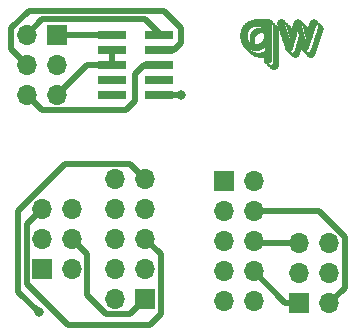
<source format=gbr>
%TF.GenerationSoftware,KiCad,Pcbnew,(6.0.0)*%
%TF.CreationDate,2022-04-27T09:06:16-05:00*%
%TF.ProjectId,adapters,61646170-7465-4727-932e-6b696361645f,rev?*%
%TF.SameCoordinates,Original*%
%TF.FileFunction,Copper,L1,Top*%
%TF.FilePolarity,Positive*%
%FSLAX46Y46*%
G04 Gerber Fmt 4.6, Leading zero omitted, Abs format (unit mm)*
G04 Created by KiCad (PCBNEW (6.0.0)) date 2022-04-27 09:06:16*
%MOMM*%
%LPD*%
G01*
G04 APERTURE LIST*
%TA.AperFunction,EtchedComponent*%
%ADD10C,0.010000*%
%TD*%
%TA.AperFunction,SMDPad,CuDef*%
%ADD11R,2.400000X0.740000*%
%TD*%
%TA.AperFunction,ComponentPad*%
%ADD12R,1.700000X1.700000*%
%TD*%
%TA.AperFunction,ComponentPad*%
%ADD13O,1.700000X1.700000*%
%TD*%
%TA.AperFunction,ViaPad*%
%ADD14C,0.800000*%
%TD*%
%TA.AperFunction,Conductor*%
%ADD15C,0.250000*%
%TD*%
%TA.AperFunction,Conductor*%
%ADD16C,0.500000*%
%TD*%
G04 APERTURE END LIST*
D10*
%TO.C,Ref\u002A\u002A*%
X35773818Y-13291176D02*
X35831958Y-13291181D01*
X35831958Y-13291181D02*
X35885427Y-13291191D01*
X35885427Y-13291191D02*
X35934430Y-13291208D01*
X35934430Y-13291208D02*
X35979172Y-13291233D01*
X35979172Y-13291233D02*
X36019859Y-13291269D01*
X36019859Y-13291269D02*
X36056693Y-13291317D01*
X36056693Y-13291317D02*
X36089882Y-13291378D01*
X36089882Y-13291378D02*
X36119628Y-13291455D01*
X36119628Y-13291455D02*
X36146138Y-13291549D01*
X36146138Y-13291549D02*
X36169615Y-13291661D01*
X36169615Y-13291661D02*
X36190265Y-13291793D01*
X36190265Y-13291793D02*
X36208292Y-13291947D01*
X36208292Y-13291947D02*
X36223901Y-13292125D01*
X36223901Y-13292125D02*
X36237297Y-13292327D01*
X36237297Y-13292327D02*
X36248685Y-13292557D01*
X36248685Y-13292557D02*
X36258269Y-13292815D01*
X36258269Y-13292815D02*
X36266254Y-13293104D01*
X36266254Y-13293104D02*
X36272846Y-13293424D01*
X36272846Y-13293424D02*
X36278247Y-13293778D01*
X36278247Y-13293778D02*
X36282665Y-13294167D01*
X36282665Y-13294167D02*
X36286303Y-13294593D01*
X36286303Y-13294593D02*
X36289365Y-13295057D01*
X36289365Y-13295057D02*
X36292058Y-13295561D01*
X36292058Y-13295561D02*
X36293665Y-13295902D01*
X36293665Y-13295902D02*
X36326931Y-13304903D01*
X36326931Y-13304903D02*
X36360202Y-13317084D01*
X36360202Y-13317084D02*
X36392092Y-13331833D01*
X36392092Y-13331833D02*
X36421219Y-13348537D01*
X36421219Y-13348537D02*
X36436927Y-13359342D01*
X36436927Y-13359342D02*
X36453258Y-13371884D01*
X36453258Y-13371884D02*
X36467158Y-13383728D01*
X36467158Y-13383728D02*
X36479076Y-13395557D01*
X36479076Y-13395557D02*
X36489460Y-13408055D01*
X36489460Y-13408055D02*
X36498757Y-13421906D01*
X36498757Y-13421906D02*
X36507417Y-13437794D01*
X36507417Y-13437794D02*
X36515888Y-13456403D01*
X36515888Y-13456403D02*
X36524618Y-13478416D01*
X36524618Y-13478416D02*
X36534055Y-13504517D01*
X36534055Y-13504517D02*
X36536273Y-13510885D01*
X36536273Y-13510885D02*
X36540750Y-13523423D01*
X36540750Y-13523423D02*
X36544892Y-13534337D01*
X36544892Y-13534337D02*
X36548318Y-13542670D01*
X36548318Y-13542670D02*
X36550646Y-13547466D01*
X36550646Y-13547466D02*
X36551121Y-13548122D01*
X36551121Y-13548122D02*
X36554576Y-13549921D01*
X36554576Y-13549921D02*
X36561897Y-13552728D01*
X36561897Y-13552728D02*
X36572058Y-13556178D01*
X36572058Y-13556178D02*
X36584036Y-13559908D01*
X36584036Y-13559908D02*
X36585834Y-13560442D01*
X36585834Y-13560442D02*
X36616799Y-13570386D01*
X36616799Y-13570386D02*
X36643154Y-13580649D01*
X36643154Y-13580649D02*
X36665368Y-13591476D01*
X36665368Y-13591476D02*
X36683910Y-13603112D01*
X36683910Y-13603112D02*
X36699249Y-13615801D01*
X36699249Y-13615801D02*
X36706592Y-13623433D01*
X36706592Y-13623433D02*
X36716192Y-13636345D01*
X36716192Y-13636345D02*
X36726351Y-13653902D01*
X36726351Y-13653902D02*
X36736883Y-13675723D01*
X36736883Y-13675723D02*
X36747601Y-13701425D01*
X36747601Y-13701425D02*
X36756982Y-13726785D01*
X36756982Y-13726785D02*
X36761740Y-13740308D01*
X36761740Y-13740308D02*
X36765999Y-13752352D01*
X36765999Y-13752352D02*
X36769437Y-13762008D01*
X36769437Y-13762008D02*
X36771730Y-13768368D01*
X36771730Y-13768368D02*
X36772457Y-13770310D01*
X36772457Y-13770310D02*
X36775780Y-13773278D01*
X36775780Y-13773278D02*
X36782797Y-13776533D01*
X36782797Y-13776533D02*
X36789829Y-13778815D01*
X36789829Y-13778815D02*
X36818431Y-13787254D01*
X36818431Y-13787254D02*
X36844346Y-13795949D01*
X36844346Y-13795949D02*
X36866778Y-13804613D01*
X36866778Y-13804613D02*
X36884284Y-13812632D01*
X36884284Y-13812632D02*
X36894830Y-13818322D01*
X36894830Y-13818322D02*
X36903838Y-13824090D01*
X36903838Y-13824090D02*
X36912564Y-13830905D01*
X36912564Y-13830905D02*
X36922263Y-13839739D01*
X36922263Y-13839739D02*
X36932544Y-13849894D01*
X36932544Y-13849894D02*
X36961271Y-13882104D01*
X36961271Y-13882104D02*
X36985851Y-13916463D01*
X36985851Y-13916463D02*
X37006100Y-13952589D01*
X37006100Y-13952589D02*
X37021830Y-13990105D01*
X37021830Y-13990105D02*
X37032856Y-14028628D01*
X37032856Y-14028628D02*
X37038932Y-14067145D01*
X37038932Y-14067145D02*
X37039008Y-14070462D01*
X37039008Y-14070462D02*
X37039084Y-14078722D01*
X37039084Y-14078722D02*
X37039161Y-14091783D01*
X37039161Y-14091783D02*
X37039238Y-14109508D01*
X37039238Y-14109508D02*
X37039315Y-14131758D01*
X37039315Y-14131758D02*
X37039393Y-14158393D01*
X37039393Y-14158393D02*
X37039470Y-14189276D01*
X37039470Y-14189276D02*
X37039546Y-14224267D01*
X37039546Y-14224267D02*
X37039622Y-14263227D01*
X37039622Y-14263227D02*
X37039698Y-14306018D01*
X37039698Y-14306018D02*
X37039772Y-14352501D01*
X37039772Y-14352501D02*
X37039846Y-14402537D01*
X37039846Y-14402537D02*
X37039918Y-14455987D01*
X37039918Y-14455987D02*
X37039989Y-14512712D01*
X37039989Y-14512712D02*
X37040058Y-14572574D01*
X37040058Y-14572574D02*
X37040126Y-14635433D01*
X37040126Y-14635433D02*
X37040192Y-14701151D01*
X37040192Y-14701151D02*
X37040256Y-14769589D01*
X37040256Y-14769589D02*
X37040318Y-14840609D01*
X37040318Y-14840609D02*
X37040377Y-14914070D01*
X37040377Y-14914070D02*
X37040434Y-14989836D01*
X37040434Y-14989836D02*
X37040488Y-15067766D01*
X37040488Y-15067766D02*
X37040540Y-15147722D01*
X37040540Y-15147722D02*
X37040588Y-15229565D01*
X37040588Y-15229565D02*
X37040633Y-15313156D01*
X37040633Y-15313156D02*
X37040675Y-15398357D01*
X37040675Y-15398357D02*
X37040714Y-15485029D01*
X37040714Y-15485029D02*
X37040749Y-15573032D01*
X37040749Y-15573032D02*
X37040773Y-15641945D01*
X37040773Y-15641945D02*
X37041297Y-17202775D01*
X37041297Y-17202775D02*
X37035964Y-17226514D01*
X37035964Y-17226514D02*
X37024670Y-17268103D01*
X37024670Y-17268103D02*
X37010191Y-17306048D01*
X37010191Y-17306048D02*
X36992254Y-17340866D01*
X36992254Y-17340866D02*
X36970586Y-17373076D01*
X36970586Y-17373076D02*
X36944914Y-17403195D01*
X36944914Y-17403195D02*
X36940347Y-17407926D01*
X36940347Y-17407926D02*
X36909004Y-17436322D01*
X36909004Y-17436322D02*
X36874968Y-17460425D01*
X36874968Y-17460425D02*
X36838356Y-17480179D01*
X36838356Y-17480179D02*
X36799283Y-17495525D01*
X36799283Y-17495525D02*
X36757866Y-17506404D01*
X36757866Y-17506404D02*
X36737427Y-17509987D01*
X36737427Y-17509987D02*
X36721268Y-17511826D01*
X36721268Y-17511826D02*
X36702910Y-17513016D01*
X36702910Y-17513016D02*
X36684168Y-17513508D01*
X36684168Y-17513508D02*
X36666859Y-17513255D01*
X36666859Y-17513255D02*
X36653144Y-17512249D01*
X36653144Y-17512249D02*
X36608461Y-17504655D01*
X36608461Y-17504655D02*
X36566358Y-17492940D01*
X36566358Y-17492940D02*
X36527019Y-17477189D01*
X36527019Y-17477189D02*
X36490626Y-17457484D01*
X36490626Y-17457484D02*
X36457362Y-17433908D01*
X36457362Y-17433908D02*
X36433379Y-17412564D01*
X36433379Y-17412564D02*
X36421748Y-17400327D01*
X36421748Y-17400327D02*
X36411936Y-17387975D01*
X36411936Y-17387975D02*
X36403526Y-17374674D01*
X36403526Y-17374674D02*
X36396103Y-17359587D01*
X36396103Y-17359587D02*
X36389249Y-17341881D01*
X36389249Y-17341881D02*
X36382548Y-17320718D01*
X36382548Y-17320718D02*
X36376331Y-17298131D01*
X36376331Y-17298131D02*
X36372441Y-17283799D01*
X36372441Y-17283799D02*
X36368761Y-17271185D01*
X36368761Y-17271185D02*
X36365550Y-17261111D01*
X36365550Y-17261111D02*
X36363072Y-17254400D01*
X36363072Y-17254400D02*
X36361676Y-17251911D01*
X36361676Y-17251911D02*
X36357815Y-17250416D01*
X36357815Y-17250416D02*
X36350531Y-17248259D01*
X36350531Y-17248259D02*
X36341356Y-17245890D01*
X36341356Y-17245890D02*
X36340791Y-17245755D01*
X36340791Y-17245755D02*
X36310486Y-17237949D01*
X36310486Y-17237949D02*
X36284621Y-17230040D01*
X36284621Y-17230040D02*
X36262563Y-17221739D01*
X36262563Y-17221739D02*
X36243675Y-17212756D01*
X36243675Y-17212756D02*
X36227322Y-17202804D01*
X36227322Y-17202804D02*
X36212870Y-17191593D01*
X36212870Y-17191593D02*
X36204558Y-17183857D01*
X36204558Y-17183857D02*
X36194294Y-17172907D01*
X36194294Y-17172907D02*
X36185587Y-17161701D01*
X36185587Y-17161701D02*
X36178056Y-17149440D01*
X36178056Y-17149440D02*
X36171316Y-17135324D01*
X36171316Y-17135324D02*
X36164984Y-17118555D01*
X36164984Y-17118555D02*
X36158677Y-17098331D01*
X36158677Y-17098331D02*
X36152235Y-17074709D01*
X36152235Y-17074709D02*
X36140064Y-17027924D01*
X36140064Y-17027924D02*
X36100012Y-17016991D01*
X36100012Y-17016991D02*
X36072354Y-17008986D01*
X36072354Y-17008986D02*
X36049007Y-17001126D01*
X36049007Y-17001126D02*
X36029230Y-16993024D01*
X36029230Y-16993024D02*
X36012282Y-16984293D01*
X36012282Y-16984293D02*
X35997422Y-16974547D01*
X35997422Y-16974547D02*
X35983909Y-16963398D01*
X35983909Y-16963398D02*
X35971003Y-16950459D01*
X35971003Y-16950459D02*
X35969556Y-16948874D01*
X35969556Y-16948874D02*
X35960890Y-16938043D01*
X35960890Y-16938043D02*
X36233896Y-16938043D01*
X36233896Y-16938043D02*
X36235735Y-16959011D01*
X36235735Y-16959011D02*
X36241038Y-16992293D01*
X36241038Y-16992293D02*
X36250782Y-17023311D01*
X36250782Y-17023311D02*
X36264744Y-17051822D01*
X36264744Y-17051822D02*
X36282703Y-17077582D01*
X36282703Y-17077582D02*
X36304438Y-17100349D01*
X36304438Y-17100349D02*
X36329729Y-17119879D01*
X36329729Y-17119879D02*
X36358354Y-17135929D01*
X36358354Y-17135929D02*
X36390091Y-17148256D01*
X36390091Y-17148256D02*
X36413400Y-17154401D01*
X36413400Y-17154401D02*
X36426787Y-17156419D01*
X36426787Y-17156419D02*
X36443588Y-17157640D01*
X36443588Y-17157640D02*
X36462200Y-17158063D01*
X36462200Y-17158063D02*
X36481020Y-17157691D01*
X36481020Y-17157691D02*
X36498447Y-17156526D01*
X36498447Y-17156526D02*
X36512877Y-17154568D01*
X36512877Y-17154568D02*
X36514186Y-17154309D01*
X36514186Y-17154309D02*
X36544309Y-17146008D01*
X36544309Y-17146008D02*
X36571606Y-17133866D01*
X36571606Y-17133866D02*
X36596889Y-17117455D01*
X36596889Y-17117455D02*
X36617034Y-17100183D01*
X36617034Y-17100183D02*
X36636725Y-17079712D01*
X36636725Y-17079712D02*
X36652388Y-17059409D01*
X36652388Y-17059409D02*
X36664853Y-17037953D01*
X36664853Y-17037953D02*
X36674952Y-17014027D01*
X36674952Y-17014027D02*
X36679094Y-17001625D01*
X36679094Y-17001625D02*
X36686057Y-16979255D01*
X36686057Y-16979255D02*
X36685877Y-13844895D01*
X36685877Y-13844895D02*
X36680326Y-13824884D01*
X36680326Y-13824884D02*
X36670182Y-13796635D01*
X36670182Y-13796635D02*
X36655876Y-13768993D01*
X36655876Y-13768993D02*
X36638034Y-13742662D01*
X36638034Y-13742662D02*
X36617282Y-13718349D01*
X36617282Y-13718349D02*
X36594243Y-13696759D01*
X36594243Y-13696759D02*
X36569544Y-13678598D01*
X36569544Y-13678598D02*
X36543810Y-13664572D01*
X36543810Y-13664572D02*
X36535096Y-13660932D01*
X36535096Y-13660932D02*
X36522408Y-13656566D01*
X36522408Y-13656566D02*
X36508143Y-13652481D01*
X36508143Y-13652481D02*
X36493825Y-13649038D01*
X36493825Y-13649038D02*
X36480980Y-13646600D01*
X36480980Y-13646600D02*
X36471131Y-13645526D01*
X36471131Y-13645526D02*
X36469974Y-13645505D01*
X36469974Y-13645505D02*
X36463119Y-13645505D01*
X36463119Y-13645505D02*
X36465093Y-16750655D01*
X36465093Y-16750655D02*
X36459383Y-16770975D01*
X36459383Y-16770975D02*
X36447861Y-16803357D01*
X36447861Y-16803357D02*
X36432261Y-16832788D01*
X36432261Y-16832788D02*
X36412395Y-16859576D01*
X36412395Y-16859576D02*
X36396252Y-16876540D01*
X36396252Y-16876540D02*
X36371518Y-16897428D01*
X36371518Y-16897428D02*
X36345690Y-16913614D01*
X36345690Y-16913614D02*
X36318143Y-16925372D01*
X36318143Y-16925372D02*
X36288250Y-16932971D01*
X36288250Y-16932971D02*
X36258100Y-16936527D01*
X36258100Y-16936527D02*
X36233896Y-16938043D01*
X36233896Y-16938043D02*
X35960890Y-16938043D01*
X35960890Y-16938043D02*
X35944272Y-16917277D01*
X35944272Y-16917277D02*
X35922884Y-16882589D01*
X35922884Y-16882589D02*
X35905336Y-16844697D01*
X35905336Y-16844697D02*
X35891572Y-16803488D01*
X35891572Y-16803488D02*
X35886560Y-16783675D01*
X35886560Y-16783675D02*
X35885506Y-16778867D01*
X35885506Y-16778867D02*
X35884599Y-16774030D01*
X35884599Y-16774030D02*
X35883825Y-16768748D01*
X35883825Y-16768748D02*
X35883171Y-16762604D01*
X35883171Y-16762604D02*
X35882622Y-16755183D01*
X35882622Y-16755183D02*
X35882165Y-16746067D01*
X35882165Y-16746067D02*
X35881787Y-16734840D01*
X35881787Y-16734840D02*
X35881474Y-16721087D01*
X35881474Y-16721087D02*
X35881213Y-16704392D01*
X35881213Y-16704392D02*
X35880988Y-16684337D01*
X35880988Y-16684337D02*
X35880788Y-16660507D01*
X35880788Y-16660507D02*
X35880599Y-16632486D01*
X35880599Y-16632486D02*
X35880405Y-16599857D01*
X35880405Y-16599857D02*
X35880378Y-16595080D01*
X35880378Y-16595080D02*
X35880196Y-16566577D01*
X35880196Y-16566577D02*
X35879982Y-16539625D01*
X35879982Y-16539625D02*
X35879741Y-16514644D01*
X35879741Y-16514644D02*
X35879481Y-16492054D01*
X35879481Y-16492054D02*
X35879207Y-16472278D01*
X35879207Y-16472278D02*
X35878925Y-16455735D01*
X35878925Y-16455735D02*
X35878641Y-16442846D01*
X35878641Y-16442846D02*
X35878362Y-16434034D01*
X35878362Y-16434034D02*
X35878093Y-16429718D01*
X35878093Y-16429718D02*
X35877993Y-16429345D01*
X35877993Y-16429345D02*
X35875239Y-16429952D01*
X35875239Y-16429952D02*
X35868233Y-16431663D01*
X35868233Y-16431663D02*
X35857641Y-16434311D01*
X35857641Y-16434311D02*
X35844128Y-16437727D01*
X35844128Y-16437727D02*
X35828361Y-16441744D01*
X35828361Y-16441744D02*
X35812723Y-16445753D01*
X35812723Y-16445753D02*
X35774484Y-16455339D01*
X35774484Y-16455339D02*
X35740240Y-16463328D01*
X35740240Y-16463328D02*
X35709196Y-16469809D01*
X35709196Y-16469809D02*
X35680553Y-16474873D01*
X35680553Y-16474873D02*
X35653517Y-16478609D01*
X35653517Y-16478609D02*
X35627290Y-16481106D01*
X35627290Y-16481106D02*
X35601075Y-16482454D01*
X35601075Y-16482454D02*
X35574077Y-16482743D01*
X35574077Y-16482743D02*
X35545499Y-16482062D01*
X35545499Y-16482062D02*
X35514544Y-16480500D01*
X35514544Y-16480500D02*
X35507560Y-16480062D01*
X35507560Y-16480062D02*
X35427961Y-16472572D01*
X35427961Y-16472572D02*
X35350045Y-16460524D01*
X35350045Y-16460524D02*
X35273983Y-16443976D01*
X35273983Y-16443976D02*
X35199948Y-16422982D01*
X35199948Y-16422982D02*
X35128112Y-16397598D01*
X35128112Y-16397598D02*
X35058648Y-16367883D01*
X35058648Y-16367883D02*
X34991727Y-16333890D01*
X34991727Y-16333890D02*
X34927522Y-16295676D01*
X34927522Y-16295676D02*
X34913244Y-16286353D01*
X34913244Y-16286353D02*
X34854092Y-16244419D01*
X34854092Y-16244419D02*
X34796175Y-16198128D01*
X34796175Y-16198128D02*
X34740255Y-16148184D01*
X34740255Y-16148184D02*
X34687093Y-16095289D01*
X34687093Y-16095289D02*
X34637450Y-16040145D01*
X34637450Y-16040145D02*
X34609856Y-16006506D01*
X34609856Y-16006506D02*
X34601623Y-15996988D01*
X34601623Y-15996988D02*
X34590760Y-15985686D01*
X34590760Y-15985686D02*
X34578628Y-15973960D01*
X34578628Y-15973960D02*
X34566588Y-15963168D01*
X34566588Y-15963168D02*
X34565583Y-15962312D01*
X34565583Y-15962312D02*
X34551378Y-15949815D01*
X34551378Y-15949815D02*
X34534633Y-15934328D01*
X34534633Y-15934328D02*
X34516167Y-15916672D01*
X34516167Y-15916672D02*
X34496801Y-15897667D01*
X34496801Y-15897667D02*
X34477355Y-15878134D01*
X34477355Y-15878134D02*
X34458647Y-15858895D01*
X34458647Y-15858895D02*
X34441498Y-15840768D01*
X34441498Y-15840768D02*
X34426727Y-15824576D01*
X34426727Y-15824576D02*
X34418099Y-15814665D01*
X34418099Y-15814665D02*
X34405776Y-15800827D01*
X34405776Y-15800827D02*
X34392540Y-15787174D01*
X34392540Y-15787174D02*
X34379810Y-15775127D01*
X34379810Y-15775127D02*
X34371366Y-15767931D01*
X34371366Y-15767931D02*
X34311160Y-15716841D01*
X34311160Y-15716841D02*
X34287143Y-15693825D01*
X34287143Y-15693825D02*
X34482714Y-15693825D01*
X34482714Y-15693825D02*
X34484364Y-15696799D01*
X34484364Y-15696799D02*
X34488986Y-15702918D01*
X34488986Y-15702918D02*
X34496081Y-15711617D01*
X34496081Y-15711617D02*
X34505153Y-15722327D01*
X34505153Y-15722327D02*
X34515705Y-15734483D01*
X34515705Y-15734483D02*
X34527240Y-15747516D01*
X34527240Y-15747516D02*
X34539262Y-15760861D01*
X34539262Y-15760861D02*
X34551273Y-15773950D01*
X34551273Y-15773950D02*
X34562777Y-15786216D01*
X34562777Y-15786216D02*
X34572707Y-15796513D01*
X34572707Y-15796513D02*
X34624636Y-15846724D01*
X34624636Y-15846724D02*
X34677265Y-15892155D01*
X34677265Y-15892155D02*
X34731028Y-15933101D01*
X34731028Y-15933101D02*
X34786361Y-15969854D01*
X34786361Y-15969854D02*
X34843695Y-16002709D01*
X34843695Y-16002709D02*
X34903467Y-16031958D01*
X34903467Y-16031958D02*
X34950151Y-16051704D01*
X34950151Y-16051704D02*
X35006668Y-16072069D01*
X35006668Y-16072069D02*
X35065927Y-16089584D01*
X35065927Y-16089584D02*
X35126534Y-16103918D01*
X35126534Y-16103918D02*
X35187095Y-16114744D01*
X35187095Y-16114744D02*
X35246215Y-16121734D01*
X35246215Y-16121734D02*
X35248524Y-16121928D01*
X35248524Y-16121928D02*
X35261969Y-16123057D01*
X35261969Y-16123057D02*
X35274052Y-16124097D01*
X35274052Y-16124097D02*
X35283640Y-16124948D01*
X35283640Y-16124948D02*
X35289600Y-16125512D01*
X35289600Y-16125512D02*
X35290434Y-16125601D01*
X35290434Y-16125601D02*
X35298840Y-16126185D01*
X35298840Y-16126185D02*
X35311460Y-16126577D01*
X35311460Y-16126577D02*
X35327429Y-16126787D01*
X35327429Y-16126787D02*
X35345883Y-16126827D01*
X35345883Y-16126827D02*
X35365961Y-16126707D01*
X35365961Y-16126707D02*
X35386797Y-16126438D01*
X35386797Y-16126438D02*
X35407530Y-16126030D01*
X35407530Y-16126030D02*
X35427296Y-16125496D01*
X35427296Y-16125496D02*
X35445231Y-16124845D01*
X35445231Y-16124845D02*
X35460471Y-16124089D01*
X35460471Y-16124089D02*
X35471187Y-16123325D01*
X35471187Y-16123325D02*
X35538509Y-16115655D01*
X35538509Y-16115655D02*
X35602760Y-16104697D01*
X35602760Y-16104697D02*
X35664930Y-16090217D01*
X35664930Y-16090217D02*
X35726007Y-16071983D01*
X35726007Y-16071983D02*
X35786979Y-16049762D01*
X35786979Y-16049762D02*
X35792084Y-16047724D01*
X35792084Y-16047724D02*
X35828197Y-16032424D01*
X35828197Y-16032424D02*
X35862418Y-16016193D01*
X35862418Y-16016193D02*
X35896039Y-15998341D01*
X35896039Y-15998341D02*
X35930355Y-15978178D01*
X35930355Y-15978178D02*
X35966659Y-15955014D01*
X35966659Y-15955014D02*
X35970519Y-15952459D01*
X35970519Y-15952459D02*
X36006714Y-15928429D01*
X36006714Y-15928429D02*
X36006714Y-15506798D01*
X36006714Y-15506798D02*
X35997704Y-15514708D01*
X35997704Y-15514708D02*
X35993634Y-15518511D01*
X35993634Y-15518511D02*
X35986529Y-15525394D01*
X35986529Y-15525394D02*
X35976929Y-15534827D01*
X35976929Y-15534827D02*
X35965371Y-15546277D01*
X35965371Y-15546277D02*
X35952393Y-15559214D01*
X35952393Y-15559214D02*
X35938533Y-15573106D01*
X35938533Y-15573106D02*
X35934839Y-15576821D01*
X35934839Y-15576821D02*
X35907898Y-15603512D01*
X35907898Y-15603512D02*
X35883225Y-15626974D01*
X35883225Y-15626974D02*
X35859923Y-15647952D01*
X35859923Y-15647952D02*
X35837099Y-15667194D01*
X35837099Y-15667194D02*
X35813858Y-15685445D01*
X35813858Y-15685445D02*
X35789304Y-15703453D01*
X35789304Y-15703453D02*
X35762544Y-15721963D01*
X35762544Y-15721963D02*
X35753984Y-15727705D01*
X35753984Y-15727705D02*
X35691920Y-15766060D01*
X35691920Y-15766060D02*
X35627739Y-15799804D01*
X35627739Y-15799804D02*
X35561482Y-15828926D01*
X35561482Y-15828926D02*
X35493192Y-15853413D01*
X35493192Y-15853413D02*
X35422911Y-15873253D01*
X35422911Y-15873253D02*
X35350679Y-15888433D01*
X35350679Y-15888433D02*
X35276540Y-15898942D01*
X35276540Y-15898942D02*
X35200536Y-15904767D01*
X35200536Y-15904767D02*
X35143114Y-15906054D01*
X35143114Y-15906054D02*
X35065812Y-15903773D01*
X35065812Y-15903773D02*
X34990656Y-15896915D01*
X34990656Y-15896915D02*
X34917544Y-15885457D01*
X34917544Y-15885457D02*
X34846370Y-15869376D01*
X34846370Y-15869376D02*
X34777031Y-15848650D01*
X34777031Y-15848650D02*
X34709422Y-15823256D01*
X34709422Y-15823256D02*
X34655434Y-15799044D01*
X34655434Y-15799044D02*
X34624003Y-15783473D01*
X34624003Y-15783473D02*
X34596226Y-15768741D01*
X34596226Y-15768741D02*
X34570920Y-15754137D01*
X34570920Y-15754137D02*
X34546899Y-15738951D01*
X34546899Y-15738951D02*
X34522979Y-15722475D01*
X34522979Y-15722475D02*
X34502399Y-15707344D01*
X34502399Y-15707344D02*
X34494047Y-15701178D01*
X34494047Y-15701178D02*
X34487454Y-15696546D01*
X34487454Y-15696546D02*
X34483482Y-15694042D01*
X34483482Y-15694042D02*
X34482714Y-15693825D01*
X34482714Y-15693825D02*
X34287143Y-15693825D01*
X34287143Y-15693825D02*
X34253554Y-15661637D01*
X34253554Y-15661637D02*
X34198954Y-15602787D01*
X34198954Y-15602787D02*
X34147766Y-15540761D01*
X34147766Y-15540761D02*
X34100397Y-15476025D01*
X34100397Y-15476025D02*
X34057253Y-15409049D01*
X34057253Y-15409049D02*
X34051172Y-15398840D01*
X34051172Y-15398840D02*
X34031411Y-15363388D01*
X34031411Y-15363388D02*
X34011533Y-15324085D01*
X34011533Y-15324085D02*
X33992064Y-15282118D01*
X33992064Y-15282118D02*
X33973528Y-15238676D01*
X33973528Y-15238676D02*
X33956451Y-15194946D01*
X33956451Y-15194946D02*
X33941360Y-15152116D01*
X33941360Y-15152116D02*
X33939487Y-15146420D01*
X33939487Y-15146420D02*
X33917475Y-15071415D01*
X33917475Y-15071415D02*
X33899350Y-14993848D01*
X33899350Y-14993848D02*
X33885136Y-14914310D01*
X33885136Y-14914310D02*
X33874861Y-14833388D01*
X33874861Y-14833388D02*
X33868549Y-14751673D01*
X33868549Y-14751673D02*
X33866226Y-14669753D01*
X33866226Y-14669753D02*
X33866940Y-14635334D01*
X33866940Y-14635334D02*
X34436256Y-14635334D01*
X34436256Y-14635334D02*
X34436422Y-14697612D01*
X34436422Y-14697612D02*
X34440239Y-14759270D01*
X34440239Y-14759270D02*
X34447742Y-14819440D01*
X34447742Y-14819440D02*
X34452460Y-14846472D01*
X34452460Y-14846472D02*
X34467018Y-14910470D01*
X34467018Y-14910470D02*
X34485640Y-14971452D01*
X34485640Y-14971452D02*
X34508319Y-15029400D01*
X34508319Y-15029400D02*
X34535049Y-15084299D01*
X34535049Y-15084299D02*
X34565824Y-15136133D01*
X34565824Y-15136133D02*
X34570190Y-15142748D01*
X34570190Y-15142748D02*
X34606121Y-15192936D01*
X34606121Y-15192936D02*
X34644252Y-15239017D01*
X34644252Y-15239017D02*
X34685288Y-15281740D01*
X34685288Y-15281740D02*
X34729935Y-15321854D01*
X34729935Y-15321854D02*
X34765297Y-15349985D01*
X34765297Y-15349985D02*
X34775081Y-15357316D01*
X34775081Y-15357316D02*
X34783288Y-15363311D01*
X34783288Y-15363311D02*
X34789144Y-15367417D01*
X34789144Y-15367417D02*
X34791871Y-15369077D01*
X34791871Y-15369077D02*
X34791967Y-15369078D01*
X34791967Y-15369078D02*
X34790938Y-15366840D01*
X34790938Y-15366840D02*
X34787653Y-15361301D01*
X34787653Y-15361301D02*
X34782672Y-15353386D01*
X34782672Y-15353386D02*
X34778583Y-15347085D01*
X34778583Y-15347085D02*
X34756037Y-15309171D01*
X34756037Y-15309171D02*
X34735262Y-15267018D01*
X34735262Y-15267018D02*
X34716453Y-15221218D01*
X34716453Y-15221218D02*
X34699808Y-15172361D01*
X34699808Y-15172361D02*
X34685523Y-15121040D01*
X34685523Y-15121040D02*
X34681648Y-15103465D01*
X34681648Y-15103465D02*
X35012678Y-15103465D01*
X35012678Y-15103465D02*
X35012841Y-15128700D01*
X35012841Y-15128700D02*
X35013587Y-15150502D01*
X35013587Y-15150502D02*
X35015075Y-15170499D01*
X35015075Y-15170499D02*
X35017461Y-15190321D01*
X35017461Y-15190321D02*
X35020903Y-15211595D01*
X35020903Y-15211595D02*
X35025351Y-15234920D01*
X35025351Y-15234920D02*
X35028632Y-15250371D01*
X35028632Y-15250371D02*
X35032423Y-15266694D01*
X35032423Y-15266694D02*
X35036504Y-15283102D01*
X35036504Y-15283102D02*
X35040659Y-15298813D01*
X35040659Y-15298813D02*
X35044672Y-15313040D01*
X35044672Y-15313040D02*
X35048324Y-15324999D01*
X35048324Y-15324999D02*
X35051398Y-15333904D01*
X35051398Y-15333904D02*
X35053678Y-15338972D01*
X35053678Y-15338972D02*
X35054357Y-15339773D01*
X35054357Y-15339773D02*
X35058172Y-15341195D01*
X35058172Y-15341195D02*
X35066057Y-15343487D01*
X35066057Y-15343487D02*
X35077119Y-15346434D01*
X35077119Y-15346434D02*
X35090466Y-15349821D01*
X35090466Y-15349821D02*
X35105204Y-15353433D01*
X35105204Y-15353433D02*
X35120441Y-15357055D01*
X35120441Y-15357055D02*
X35135285Y-15360473D01*
X35135285Y-15360473D02*
X35148841Y-15363472D01*
X35148841Y-15363472D02*
X35160218Y-15365836D01*
X35160218Y-15365836D02*
X35168523Y-15367352D01*
X35168523Y-15367352D02*
X35169784Y-15367541D01*
X35169784Y-15367541D02*
X35200583Y-15370934D01*
X35200583Y-15370934D02*
X35231871Y-15372368D01*
X35231871Y-15372368D02*
X35265138Y-15371871D01*
X35265138Y-15371871D02*
X35295641Y-15369989D01*
X35295641Y-15369989D02*
X35353004Y-15363164D01*
X35353004Y-15363164D02*
X35407749Y-15352007D01*
X35407749Y-15352007D02*
X35459949Y-15336493D01*
X35459949Y-15336493D02*
X35509677Y-15316597D01*
X35509677Y-15316597D02*
X35557007Y-15292295D01*
X35557007Y-15292295D02*
X35590388Y-15271555D01*
X35590388Y-15271555D02*
X35637619Y-15236910D01*
X35637619Y-15236910D02*
X35681298Y-15198707D01*
X35681298Y-15198707D02*
X35721299Y-15157136D01*
X35721299Y-15157136D02*
X35757496Y-15112390D01*
X35757496Y-15112390D02*
X35789763Y-15064661D01*
X35789763Y-15064661D02*
X35817975Y-15014139D01*
X35817975Y-15014139D02*
X35842005Y-14961017D01*
X35842005Y-14961017D02*
X35861727Y-14905487D01*
X35861727Y-14905487D02*
X35877015Y-14847741D01*
X35877015Y-14847741D02*
X35880897Y-14829101D01*
X35880897Y-14829101D02*
X35886156Y-14800152D01*
X35886156Y-14800152D02*
X35890105Y-14773410D01*
X35890105Y-14773410D02*
X35892890Y-14747322D01*
X35892890Y-14747322D02*
X35894654Y-14720337D01*
X35894654Y-14720337D02*
X35895540Y-14690901D01*
X35895540Y-14690901D02*
X35895714Y-14669125D01*
X35895714Y-14669125D02*
X35895655Y-14647898D01*
X35895655Y-14647898D02*
X35895381Y-14630621D01*
X35895381Y-14630621D02*
X35894826Y-14616165D01*
X35894826Y-14616165D02*
X35893923Y-14603401D01*
X35893923Y-14603401D02*
X35892606Y-14591202D01*
X35892606Y-14591202D02*
X35890807Y-14578440D01*
X35890807Y-14578440D02*
X35890091Y-14573875D01*
X35890091Y-14573875D02*
X35887201Y-14557806D01*
X35887201Y-14557806D02*
X35883182Y-14538242D01*
X35883182Y-14538242D02*
X35878357Y-14516558D01*
X35878357Y-14516558D02*
X35873047Y-14494125D01*
X35873047Y-14494125D02*
X35867575Y-14472319D01*
X35867575Y-14472319D02*
X35862263Y-14452512D01*
X35862263Y-14452512D02*
X35858800Y-14440530D01*
X35858800Y-14440530D02*
X35855363Y-14429105D01*
X35855363Y-14429105D02*
X35830256Y-14422141D01*
X35830256Y-14422141D02*
X35796496Y-14413318D01*
X35796496Y-14413318D02*
X35766138Y-14406630D01*
X35766138Y-14406630D02*
X35738050Y-14401924D01*
X35738050Y-14401924D02*
X35711098Y-14399048D01*
X35711098Y-14399048D02*
X35684148Y-14397849D01*
X35684148Y-14397849D02*
X35656067Y-14398175D01*
X35656067Y-14398175D02*
X35653059Y-14398289D01*
X35653059Y-14398289D02*
X35594863Y-14402869D01*
X35594863Y-14402869D02*
X35539051Y-14411880D01*
X35539051Y-14411880D02*
X35485373Y-14425413D01*
X35485373Y-14425413D02*
X35433576Y-14443557D01*
X35433576Y-14443557D02*
X35383408Y-14466400D01*
X35383408Y-14466400D02*
X35334618Y-14494032D01*
X35334618Y-14494032D02*
X35286954Y-14526543D01*
X35286954Y-14526543D02*
X35282470Y-14529893D01*
X35282470Y-14529893D02*
X35239777Y-14565152D01*
X35239777Y-14565152D02*
X35199978Y-14604340D01*
X35199978Y-14604340D02*
X35163359Y-14647024D01*
X35163359Y-14647024D02*
X35130205Y-14692775D01*
X35130205Y-14692775D02*
X35100803Y-14741160D01*
X35100803Y-14741160D02*
X35075438Y-14791750D01*
X35075438Y-14791750D02*
X35054395Y-14844111D01*
X35054395Y-14844111D02*
X35037962Y-14897814D01*
X35037962Y-14897814D02*
X35037596Y-14899237D01*
X35037596Y-14899237D02*
X35027885Y-14941379D01*
X35027885Y-14941379D02*
X35020724Y-14982602D01*
X35020724Y-14982602D02*
X35015929Y-15024413D01*
X35015929Y-15024413D02*
X35013316Y-15068316D01*
X35013316Y-15068316D02*
X35012678Y-15103465D01*
X35012678Y-15103465D02*
X34681648Y-15103465D01*
X34681648Y-15103465D02*
X34673794Y-15067845D01*
X34673794Y-15067845D02*
X34664818Y-15013367D01*
X34664818Y-15013367D02*
X34662992Y-14999325D01*
X34662992Y-14999325D02*
X34661694Y-14985623D01*
X34661694Y-14985623D02*
X34660597Y-14967864D01*
X34660597Y-14967864D02*
X34659716Y-14947070D01*
X34659716Y-14947070D02*
X34659065Y-14924260D01*
X34659065Y-14924260D02*
X34658658Y-14900455D01*
X34658658Y-14900455D02*
X34658510Y-14876675D01*
X34658510Y-14876675D02*
X34658635Y-14853940D01*
X34658635Y-14853940D02*
X34659047Y-14833271D01*
X34659047Y-14833271D02*
X34659760Y-14815688D01*
X34659760Y-14815688D02*
X34660305Y-14807469D01*
X34660305Y-14807469D02*
X34667588Y-14741445D01*
X34667588Y-14741445D02*
X34678751Y-14678486D01*
X34678751Y-14678486D02*
X34693915Y-14618241D01*
X34693915Y-14618241D02*
X34713197Y-14560359D01*
X34713197Y-14560359D02*
X34736719Y-14504490D01*
X34736719Y-14504490D02*
X34764599Y-14450284D01*
X34764599Y-14450284D02*
X34796958Y-14397388D01*
X34796958Y-14397388D02*
X34803489Y-14387653D01*
X34803489Y-14387653D02*
X34840614Y-14337448D01*
X34840614Y-14337448D02*
X34881310Y-14290594D01*
X34881310Y-14290594D02*
X34925306Y-14247265D01*
X34925306Y-14247265D02*
X34972334Y-14207636D01*
X34972334Y-14207636D02*
X35022123Y-14171882D01*
X35022123Y-14171882D02*
X35074404Y-14140177D01*
X35074404Y-14140177D02*
X35128908Y-14112697D01*
X35128908Y-14112697D02*
X35185364Y-14089615D01*
X35185364Y-14089615D02*
X35243504Y-14071107D01*
X35243504Y-14071107D02*
X35303057Y-14057347D01*
X35303057Y-14057347D02*
X35317104Y-14054842D01*
X35317104Y-14054842D02*
X35341942Y-14050995D01*
X35341942Y-14050995D02*
X35365487Y-14048123D01*
X35365487Y-14048123D02*
X35388956Y-14046151D01*
X35388956Y-14046151D02*
X35413570Y-14045006D01*
X35413570Y-14045006D02*
X35440546Y-14044614D01*
X35440546Y-14044614D02*
X35471106Y-14044898D01*
X35471106Y-14044898D02*
X35477770Y-14045030D01*
X35477770Y-14045030D02*
X35506688Y-14045845D01*
X35506688Y-14045845D02*
X35531753Y-14047046D01*
X35531753Y-14047046D02*
X35554187Y-14048768D01*
X35554187Y-14048768D02*
X35575209Y-14051143D01*
X35575209Y-14051143D02*
X35596041Y-14054304D01*
X35596041Y-14054304D02*
X35617904Y-14058384D01*
X35617904Y-14058384D02*
X35636704Y-14062345D01*
X35636704Y-14062345D02*
X35673343Y-14071548D01*
X35673343Y-14071548D02*
X35710950Y-14083202D01*
X35710950Y-14083202D02*
X35748451Y-14096869D01*
X35748451Y-14096869D02*
X35784766Y-14112106D01*
X35784766Y-14112106D02*
X35818821Y-14128475D01*
X35818821Y-14128475D02*
X35849537Y-14145534D01*
X35849537Y-14145534D02*
X35866379Y-14156229D01*
X35866379Y-14156229D02*
X35872446Y-14160107D01*
X35872446Y-14160107D02*
X35876362Y-14162218D01*
X35876362Y-14162218D02*
X35877174Y-14162318D01*
X35877174Y-14162318D02*
X35875591Y-14158774D01*
X35875591Y-14158774D02*
X35871163Y-14151993D01*
X35871163Y-14151993D02*
X35864365Y-14142579D01*
X35864365Y-14142579D02*
X35855674Y-14131138D01*
X35855674Y-14131138D02*
X35845568Y-14118274D01*
X35845568Y-14118274D02*
X35834523Y-14104591D01*
X35834523Y-14104591D02*
X35823017Y-14090695D01*
X35823017Y-14090695D02*
X35811526Y-14077190D01*
X35811526Y-14077190D02*
X35800527Y-14064680D01*
X35800527Y-14064680D02*
X35797687Y-14061534D01*
X35797687Y-14061534D02*
X35765707Y-14029153D01*
X35765707Y-14029153D02*
X35729522Y-13997542D01*
X35729522Y-13997542D02*
X35690005Y-13967294D01*
X35690005Y-13967294D02*
X35648027Y-13938999D01*
X35648027Y-13938999D02*
X35604460Y-13913248D01*
X35604460Y-13913248D02*
X35560177Y-13890633D01*
X35560177Y-13890633D02*
X35519835Y-13873214D01*
X35519835Y-13873214D02*
X35465114Y-13854378D01*
X35465114Y-13854378D02*
X35408106Y-13839771D01*
X35408106Y-13839771D02*
X35349368Y-13829414D01*
X35349368Y-13829414D02*
X35289452Y-13823326D01*
X35289452Y-13823326D02*
X35228915Y-13821525D01*
X35228915Y-13821525D02*
X35168310Y-13824030D01*
X35168310Y-13824030D02*
X35108193Y-13830861D01*
X35108193Y-13830861D02*
X35049118Y-13842036D01*
X35049118Y-13842036D02*
X34998802Y-13855367D01*
X34998802Y-13855367D02*
X34949388Y-13872457D01*
X34949388Y-13872457D02*
X34899638Y-13893768D01*
X34899638Y-13893768D02*
X34850774Y-13918687D01*
X34850774Y-13918687D02*
X34804020Y-13946599D01*
X34804020Y-13946599D02*
X34769062Y-13970596D01*
X34769062Y-13970596D02*
X34719671Y-14009854D01*
X34719671Y-14009854D02*
X34673666Y-14052797D01*
X34673666Y-14052797D02*
X34631224Y-14099169D01*
X34631224Y-14099169D02*
X34592523Y-14148716D01*
X34592523Y-14148716D02*
X34557741Y-14201183D01*
X34557741Y-14201183D02*
X34527055Y-14256314D01*
X34527055Y-14256314D02*
X34500644Y-14313855D01*
X34500644Y-14313855D02*
X34478686Y-14373550D01*
X34478686Y-14373550D02*
X34471371Y-14397345D01*
X34471371Y-14397345D02*
X34457299Y-14453441D01*
X34457299Y-14453441D02*
X34446731Y-14512382D01*
X34446731Y-14512382D02*
X34439705Y-14573302D01*
X34439705Y-14573302D02*
X34436256Y-14635334D01*
X34436256Y-14635334D02*
X33866940Y-14635334D01*
X33866940Y-14635334D02*
X33867918Y-14588217D01*
X33867918Y-14588217D02*
X33873651Y-14507654D01*
X33873651Y-14507654D02*
X33883450Y-14428654D01*
X33883450Y-14428654D02*
X33897341Y-14351805D01*
X33897341Y-14351805D02*
X33903622Y-14323613D01*
X33903622Y-14323613D02*
X33924872Y-14243398D01*
X33924872Y-14243398D02*
X33950331Y-14165972D01*
X33950331Y-14165972D02*
X33980091Y-14091154D01*
X33980091Y-14091154D02*
X34014243Y-14018762D01*
X34014243Y-14018762D02*
X34052879Y-13948617D01*
X34052879Y-13948617D02*
X34096090Y-13880537D01*
X34096090Y-13880537D02*
X34143968Y-13814342D01*
X34143968Y-13814342D02*
X34190849Y-13756551D01*
X34190849Y-13756551D02*
X34242008Y-13700283D01*
X34242008Y-13700283D02*
X34296962Y-13646704D01*
X34296962Y-13646704D02*
X34355286Y-13596097D01*
X34355286Y-13596097D02*
X34416558Y-13548747D01*
X34416558Y-13548747D02*
X34480354Y-13504936D01*
X34480354Y-13504936D02*
X34546250Y-13464949D01*
X34546250Y-13464949D02*
X34613824Y-13429069D01*
X34613824Y-13429069D02*
X34682651Y-13397580D01*
X34682651Y-13397580D02*
X34752309Y-13370765D01*
X34752309Y-13370765D02*
X34781164Y-13361138D01*
X34781164Y-13361138D02*
X34817041Y-13350186D01*
X34817041Y-13350186D02*
X34852396Y-13340413D01*
X34852396Y-13340413D02*
X34888049Y-13331652D01*
X34888049Y-13331652D02*
X34924818Y-13323738D01*
X34924818Y-13323738D02*
X34963523Y-13316504D01*
X34963523Y-13316504D02*
X35004984Y-13309784D01*
X35004984Y-13309784D02*
X35050019Y-13303411D01*
X35050019Y-13303411D02*
X35091044Y-13298224D01*
X35091044Y-13298224D02*
X35149464Y-13291175D01*
X35149464Y-13291175D02*
X35710804Y-13291175D01*
X35710804Y-13291175D02*
X35773818Y-13291176D01*
X35773818Y-13291176D02*
X35773818Y-13291176D01*
G36*
X35922884Y-16882589D02*
G01*
X35905336Y-16844697D01*
X35891572Y-16803488D01*
X35886560Y-16783675D01*
X35885506Y-16778867D01*
X35884599Y-16774030D01*
X35883825Y-16768748D01*
X35883171Y-16762604D01*
X35882622Y-16755183D01*
X35882165Y-16746067D01*
X35881787Y-16734840D01*
X35881474Y-16721087D01*
X35881213Y-16704392D01*
X35880988Y-16684337D01*
X35880788Y-16660507D01*
X35880599Y-16632486D01*
X35880405Y-16599857D01*
X35880378Y-16595080D01*
X35880196Y-16566577D01*
X35879982Y-16539625D01*
X35879741Y-16514644D01*
X35879481Y-16492054D01*
X35879207Y-16472278D01*
X35878925Y-16455735D01*
X35878641Y-16442846D01*
X35878362Y-16434034D01*
X35878093Y-16429718D01*
X35877993Y-16429345D01*
X35875239Y-16429952D01*
X35868233Y-16431663D01*
X35857641Y-16434311D01*
X35844128Y-16437727D01*
X35828361Y-16441744D01*
X35812723Y-16445753D01*
X35774484Y-16455339D01*
X35740240Y-16463328D01*
X35709196Y-16469809D01*
X35680553Y-16474873D01*
X35653517Y-16478609D01*
X35627290Y-16481106D01*
X35601075Y-16482454D01*
X35574077Y-16482743D01*
X35545499Y-16482062D01*
X35514544Y-16480500D01*
X35507560Y-16480062D01*
X35427961Y-16472572D01*
X35350045Y-16460524D01*
X35273983Y-16443976D01*
X35199948Y-16422982D01*
X35128112Y-16397598D01*
X35058648Y-16367883D01*
X34991727Y-16333890D01*
X34927522Y-16295676D01*
X34913244Y-16286353D01*
X34854092Y-16244419D01*
X34796175Y-16198128D01*
X34740255Y-16148184D01*
X34687093Y-16095289D01*
X34637450Y-16040145D01*
X34609856Y-16006506D01*
X34601623Y-15996988D01*
X34590760Y-15985686D01*
X34578628Y-15973960D01*
X34566588Y-15963168D01*
X34565583Y-15962312D01*
X34551378Y-15949815D01*
X34534633Y-15934328D01*
X34516167Y-15916672D01*
X34496801Y-15897667D01*
X34477355Y-15878134D01*
X34458647Y-15858895D01*
X34441498Y-15840768D01*
X34426727Y-15824576D01*
X34418099Y-15814665D01*
X34405776Y-15800827D01*
X34392540Y-15787174D01*
X34379810Y-15775127D01*
X34371366Y-15767931D01*
X34311160Y-15716841D01*
X34287143Y-15693825D01*
X34482714Y-15693825D01*
X34484364Y-15696799D01*
X34488986Y-15702918D01*
X34496081Y-15711617D01*
X34505153Y-15722327D01*
X34515705Y-15734483D01*
X34527240Y-15747516D01*
X34539262Y-15760861D01*
X34551273Y-15773950D01*
X34562777Y-15786216D01*
X34572707Y-15796513D01*
X34624636Y-15846724D01*
X34677265Y-15892155D01*
X34731028Y-15933101D01*
X34786361Y-15969854D01*
X34843695Y-16002709D01*
X34903467Y-16031958D01*
X34950151Y-16051704D01*
X35006668Y-16072069D01*
X35065927Y-16089584D01*
X35126534Y-16103918D01*
X35187095Y-16114744D01*
X35246215Y-16121734D01*
X35248524Y-16121928D01*
X35261969Y-16123057D01*
X35274052Y-16124097D01*
X35283640Y-16124948D01*
X35289600Y-16125512D01*
X35290434Y-16125601D01*
X35298840Y-16126185D01*
X35311460Y-16126577D01*
X35327429Y-16126787D01*
X35345883Y-16126827D01*
X35365961Y-16126707D01*
X35386797Y-16126438D01*
X35407530Y-16126030D01*
X35427296Y-16125496D01*
X35445231Y-16124845D01*
X35460471Y-16124089D01*
X35471187Y-16123325D01*
X35538509Y-16115655D01*
X35602760Y-16104697D01*
X35664930Y-16090217D01*
X35726007Y-16071983D01*
X35786979Y-16049762D01*
X35792084Y-16047724D01*
X35828197Y-16032424D01*
X35862418Y-16016193D01*
X35896039Y-15998341D01*
X35930355Y-15978178D01*
X35966659Y-15955014D01*
X35970519Y-15952459D01*
X36006714Y-15928429D01*
X36006714Y-15506798D01*
X35997704Y-15514708D01*
X35993634Y-15518511D01*
X35986529Y-15525394D01*
X35976929Y-15534827D01*
X35965371Y-15546277D01*
X35952393Y-15559214D01*
X35938533Y-15573106D01*
X35934839Y-15576821D01*
X35907898Y-15603512D01*
X35883225Y-15626974D01*
X35859923Y-15647952D01*
X35837099Y-15667194D01*
X35813858Y-15685445D01*
X35789304Y-15703453D01*
X35762544Y-15721963D01*
X35753984Y-15727705D01*
X35691920Y-15766060D01*
X35627739Y-15799804D01*
X35561482Y-15828926D01*
X35493192Y-15853413D01*
X35422911Y-15873253D01*
X35350679Y-15888433D01*
X35276540Y-15898942D01*
X35200536Y-15904767D01*
X35143114Y-15906054D01*
X35065812Y-15903773D01*
X34990656Y-15896915D01*
X34917544Y-15885457D01*
X34846370Y-15869376D01*
X34777031Y-15848650D01*
X34709422Y-15823256D01*
X34655434Y-15799044D01*
X34624003Y-15783473D01*
X34596226Y-15768741D01*
X34570920Y-15754137D01*
X34546899Y-15738951D01*
X34522979Y-15722475D01*
X34502399Y-15707344D01*
X34494047Y-15701178D01*
X34487454Y-15696546D01*
X34483482Y-15694042D01*
X34482714Y-15693825D01*
X34287143Y-15693825D01*
X34253554Y-15661637D01*
X34198954Y-15602787D01*
X34147766Y-15540761D01*
X34100397Y-15476025D01*
X34057253Y-15409049D01*
X34051172Y-15398840D01*
X34031411Y-15363388D01*
X34011533Y-15324085D01*
X33992064Y-15282118D01*
X33973528Y-15238676D01*
X33956451Y-15194946D01*
X33941360Y-15152116D01*
X33939487Y-15146420D01*
X33917475Y-15071415D01*
X33899350Y-14993848D01*
X33885136Y-14914310D01*
X33874861Y-14833388D01*
X33868549Y-14751673D01*
X33866226Y-14669753D01*
X33866940Y-14635334D01*
X34436256Y-14635334D01*
X34436422Y-14697612D01*
X34440239Y-14759270D01*
X34447742Y-14819440D01*
X34452460Y-14846472D01*
X34467018Y-14910470D01*
X34485640Y-14971452D01*
X34508319Y-15029400D01*
X34535049Y-15084299D01*
X34565824Y-15136133D01*
X34570190Y-15142748D01*
X34606121Y-15192936D01*
X34644252Y-15239017D01*
X34685288Y-15281740D01*
X34729935Y-15321854D01*
X34765297Y-15349985D01*
X34775081Y-15357316D01*
X34783288Y-15363311D01*
X34789144Y-15367417D01*
X34791871Y-15369077D01*
X34791967Y-15369078D01*
X34790938Y-15366840D01*
X34787653Y-15361301D01*
X34782672Y-15353386D01*
X34778583Y-15347085D01*
X34756037Y-15309171D01*
X34735262Y-15267018D01*
X34716453Y-15221218D01*
X34699808Y-15172361D01*
X34685523Y-15121040D01*
X34681648Y-15103465D01*
X35012678Y-15103465D01*
X35012841Y-15128700D01*
X35013587Y-15150502D01*
X35015075Y-15170499D01*
X35017461Y-15190321D01*
X35020903Y-15211595D01*
X35025351Y-15234920D01*
X35028632Y-15250371D01*
X35032423Y-15266694D01*
X35036504Y-15283102D01*
X35040659Y-15298813D01*
X35044672Y-15313040D01*
X35048324Y-15324999D01*
X35051398Y-15333904D01*
X35053678Y-15338972D01*
X35054357Y-15339773D01*
X35058172Y-15341195D01*
X35066057Y-15343487D01*
X35077119Y-15346434D01*
X35090466Y-15349821D01*
X35105204Y-15353433D01*
X35120441Y-15357055D01*
X35135285Y-15360473D01*
X35148841Y-15363472D01*
X35160218Y-15365836D01*
X35168523Y-15367352D01*
X35169784Y-15367541D01*
X35200583Y-15370934D01*
X35231871Y-15372368D01*
X35265138Y-15371871D01*
X35295641Y-15369989D01*
X35353004Y-15363164D01*
X35407749Y-15352007D01*
X35459949Y-15336493D01*
X35509677Y-15316597D01*
X35557007Y-15292295D01*
X35590388Y-15271555D01*
X35637619Y-15236910D01*
X35681298Y-15198707D01*
X35721299Y-15157136D01*
X35757496Y-15112390D01*
X35789763Y-15064661D01*
X35817975Y-15014139D01*
X35842005Y-14961017D01*
X35861727Y-14905487D01*
X35877015Y-14847741D01*
X35880897Y-14829101D01*
X35886156Y-14800152D01*
X35890105Y-14773410D01*
X35892890Y-14747322D01*
X35894654Y-14720337D01*
X35895540Y-14690901D01*
X35895714Y-14669125D01*
X35895655Y-14647898D01*
X35895381Y-14630621D01*
X35894826Y-14616165D01*
X35893923Y-14603401D01*
X35892606Y-14591202D01*
X35890807Y-14578440D01*
X35890091Y-14573875D01*
X35887201Y-14557806D01*
X35883182Y-14538242D01*
X35878357Y-14516558D01*
X35873047Y-14494125D01*
X35867575Y-14472319D01*
X35862263Y-14452512D01*
X35858800Y-14440530D01*
X35855363Y-14429105D01*
X35830256Y-14422141D01*
X35796496Y-14413318D01*
X35766138Y-14406630D01*
X35738050Y-14401924D01*
X35711098Y-14399048D01*
X35684148Y-14397849D01*
X35656067Y-14398175D01*
X35653059Y-14398289D01*
X35594863Y-14402869D01*
X35539051Y-14411880D01*
X35485373Y-14425413D01*
X35433576Y-14443557D01*
X35383408Y-14466400D01*
X35334618Y-14494032D01*
X35286954Y-14526543D01*
X35282470Y-14529893D01*
X35239777Y-14565152D01*
X35199978Y-14604340D01*
X35163359Y-14647024D01*
X35130205Y-14692775D01*
X35100803Y-14741160D01*
X35075438Y-14791750D01*
X35054395Y-14844111D01*
X35037962Y-14897814D01*
X35037596Y-14899237D01*
X35027885Y-14941379D01*
X35020724Y-14982602D01*
X35015929Y-15024413D01*
X35013316Y-15068316D01*
X35012678Y-15103465D01*
X34681648Y-15103465D01*
X34673794Y-15067845D01*
X34664818Y-15013367D01*
X34662992Y-14999325D01*
X34661694Y-14985623D01*
X34660597Y-14967864D01*
X34659716Y-14947070D01*
X34659065Y-14924260D01*
X34658658Y-14900455D01*
X34658510Y-14876675D01*
X34658635Y-14853940D01*
X34659047Y-14833271D01*
X34659760Y-14815688D01*
X34660305Y-14807469D01*
X34667588Y-14741445D01*
X34678751Y-14678486D01*
X34693915Y-14618241D01*
X34713197Y-14560359D01*
X34736719Y-14504490D01*
X34764599Y-14450284D01*
X34796958Y-14397388D01*
X34803489Y-14387653D01*
X34840614Y-14337448D01*
X34881310Y-14290594D01*
X34925306Y-14247265D01*
X34972334Y-14207636D01*
X35022123Y-14171882D01*
X35074404Y-14140177D01*
X35128908Y-14112697D01*
X35185364Y-14089615D01*
X35243504Y-14071107D01*
X35303057Y-14057347D01*
X35317104Y-14054842D01*
X35341942Y-14050995D01*
X35365487Y-14048123D01*
X35388956Y-14046151D01*
X35413570Y-14045006D01*
X35440546Y-14044614D01*
X35471106Y-14044898D01*
X35477770Y-14045030D01*
X35506688Y-14045845D01*
X35531753Y-14047046D01*
X35554187Y-14048768D01*
X35575209Y-14051143D01*
X35596041Y-14054304D01*
X35617904Y-14058384D01*
X35636704Y-14062345D01*
X35673343Y-14071548D01*
X35710950Y-14083202D01*
X35748451Y-14096869D01*
X35784766Y-14112106D01*
X35818821Y-14128475D01*
X35849537Y-14145534D01*
X35866379Y-14156229D01*
X35872446Y-14160107D01*
X35876362Y-14162218D01*
X35877174Y-14162318D01*
X35875591Y-14158774D01*
X35871163Y-14151993D01*
X35864365Y-14142579D01*
X35855674Y-14131138D01*
X35845568Y-14118274D01*
X35834523Y-14104591D01*
X35823017Y-14090695D01*
X35811526Y-14077190D01*
X35800527Y-14064680D01*
X35797687Y-14061534D01*
X35765707Y-14029153D01*
X35729522Y-13997542D01*
X35690005Y-13967294D01*
X35648027Y-13938999D01*
X35604460Y-13913248D01*
X35560177Y-13890633D01*
X35519835Y-13873214D01*
X35465114Y-13854378D01*
X35408106Y-13839771D01*
X35349368Y-13829414D01*
X35289452Y-13823326D01*
X35228915Y-13821525D01*
X35168310Y-13824030D01*
X35108193Y-13830861D01*
X35049118Y-13842036D01*
X34998802Y-13855367D01*
X34949388Y-13872457D01*
X34899638Y-13893768D01*
X34850774Y-13918687D01*
X34804020Y-13946599D01*
X34769062Y-13970596D01*
X34719671Y-14009854D01*
X34673666Y-14052797D01*
X34631224Y-14099169D01*
X34592523Y-14148716D01*
X34557741Y-14201183D01*
X34527055Y-14256314D01*
X34500644Y-14313855D01*
X34478686Y-14373550D01*
X34471371Y-14397345D01*
X34457299Y-14453441D01*
X34446731Y-14512382D01*
X34439705Y-14573302D01*
X34436256Y-14635334D01*
X33866940Y-14635334D01*
X33867918Y-14588217D01*
X33873651Y-14507654D01*
X33883450Y-14428654D01*
X33897341Y-14351805D01*
X33903622Y-14323613D01*
X33924872Y-14243398D01*
X33950331Y-14165972D01*
X33980091Y-14091154D01*
X34014243Y-14018762D01*
X34052879Y-13948617D01*
X34096090Y-13880537D01*
X34143968Y-13814342D01*
X34190849Y-13756551D01*
X34242008Y-13700283D01*
X34296962Y-13646704D01*
X34355286Y-13596097D01*
X34416558Y-13548747D01*
X34480354Y-13504936D01*
X34546250Y-13464949D01*
X34613824Y-13429069D01*
X34682651Y-13397580D01*
X34752309Y-13370765D01*
X34781164Y-13361138D01*
X34817041Y-13350186D01*
X34852396Y-13340413D01*
X34888049Y-13331652D01*
X34924818Y-13323738D01*
X34963523Y-13316504D01*
X35004984Y-13309784D01*
X35050019Y-13303411D01*
X35091044Y-13298224D01*
X35149464Y-13291175D01*
X35710804Y-13291175D01*
X35773818Y-13291176D01*
X35831958Y-13291181D01*
X35885427Y-13291191D01*
X35934430Y-13291208D01*
X35979172Y-13291233D01*
X36019859Y-13291269D01*
X36056693Y-13291317D01*
X36089882Y-13291378D01*
X36119628Y-13291455D01*
X36146138Y-13291549D01*
X36169615Y-13291661D01*
X36190265Y-13291793D01*
X36208292Y-13291947D01*
X36223901Y-13292125D01*
X36237297Y-13292327D01*
X36248685Y-13292557D01*
X36258269Y-13292815D01*
X36266254Y-13293104D01*
X36272846Y-13293424D01*
X36278247Y-13293778D01*
X36282665Y-13294167D01*
X36286303Y-13294593D01*
X36289365Y-13295057D01*
X36292058Y-13295561D01*
X36293665Y-13295902D01*
X36326931Y-13304903D01*
X36360202Y-13317084D01*
X36392092Y-13331833D01*
X36421219Y-13348537D01*
X36436927Y-13359342D01*
X36453258Y-13371884D01*
X36467158Y-13383728D01*
X36479076Y-13395557D01*
X36489460Y-13408055D01*
X36498757Y-13421906D01*
X36507417Y-13437794D01*
X36515888Y-13456403D01*
X36524618Y-13478416D01*
X36534055Y-13504517D01*
X36536273Y-13510885D01*
X36540750Y-13523423D01*
X36544892Y-13534337D01*
X36548318Y-13542670D01*
X36550646Y-13547466D01*
X36551121Y-13548122D01*
X36554576Y-13549921D01*
X36561897Y-13552728D01*
X36572058Y-13556178D01*
X36584036Y-13559908D01*
X36585834Y-13560442D01*
X36616799Y-13570386D01*
X36643154Y-13580649D01*
X36665368Y-13591476D01*
X36683910Y-13603112D01*
X36699249Y-13615801D01*
X36706592Y-13623433D01*
X36716192Y-13636345D01*
X36726351Y-13653902D01*
X36736883Y-13675723D01*
X36747601Y-13701425D01*
X36756982Y-13726785D01*
X36761740Y-13740308D01*
X36765999Y-13752352D01*
X36769437Y-13762008D01*
X36771730Y-13768368D01*
X36772457Y-13770310D01*
X36775780Y-13773278D01*
X36782797Y-13776533D01*
X36789829Y-13778815D01*
X36818431Y-13787254D01*
X36844346Y-13795949D01*
X36866778Y-13804613D01*
X36884284Y-13812632D01*
X36894830Y-13818322D01*
X36903838Y-13824090D01*
X36912564Y-13830905D01*
X36922263Y-13839739D01*
X36932544Y-13849894D01*
X36961271Y-13882104D01*
X36985851Y-13916463D01*
X37006100Y-13952589D01*
X37021830Y-13990105D01*
X37032856Y-14028628D01*
X37038932Y-14067145D01*
X37039008Y-14070462D01*
X37039084Y-14078722D01*
X37039161Y-14091783D01*
X37039238Y-14109508D01*
X37039315Y-14131758D01*
X37039393Y-14158393D01*
X37039470Y-14189276D01*
X37039546Y-14224267D01*
X37039622Y-14263227D01*
X37039698Y-14306018D01*
X37039772Y-14352501D01*
X37039846Y-14402537D01*
X37039918Y-14455987D01*
X37039989Y-14512712D01*
X37040058Y-14572574D01*
X37040126Y-14635433D01*
X37040192Y-14701151D01*
X37040256Y-14769589D01*
X37040318Y-14840609D01*
X37040377Y-14914070D01*
X37040434Y-14989836D01*
X37040488Y-15067766D01*
X37040540Y-15147722D01*
X37040588Y-15229565D01*
X37040633Y-15313156D01*
X37040675Y-15398357D01*
X37040714Y-15485029D01*
X37040749Y-15573032D01*
X37040773Y-15641945D01*
X37041297Y-17202775D01*
X37035964Y-17226514D01*
X37024670Y-17268103D01*
X37010191Y-17306048D01*
X36992254Y-17340866D01*
X36970586Y-17373076D01*
X36944914Y-17403195D01*
X36940347Y-17407926D01*
X36909004Y-17436322D01*
X36874968Y-17460425D01*
X36838356Y-17480179D01*
X36799283Y-17495525D01*
X36757866Y-17506404D01*
X36737427Y-17509987D01*
X36721268Y-17511826D01*
X36702910Y-17513016D01*
X36684168Y-17513508D01*
X36666859Y-17513255D01*
X36653144Y-17512249D01*
X36608461Y-17504655D01*
X36566358Y-17492940D01*
X36527019Y-17477189D01*
X36490626Y-17457484D01*
X36457362Y-17433908D01*
X36433379Y-17412564D01*
X36421748Y-17400327D01*
X36411936Y-17387975D01*
X36403526Y-17374674D01*
X36396103Y-17359587D01*
X36389249Y-17341881D01*
X36382548Y-17320718D01*
X36376331Y-17298131D01*
X36372441Y-17283799D01*
X36368761Y-17271185D01*
X36365550Y-17261111D01*
X36363072Y-17254400D01*
X36361676Y-17251911D01*
X36357815Y-17250416D01*
X36350531Y-17248259D01*
X36341356Y-17245890D01*
X36340791Y-17245755D01*
X36310486Y-17237949D01*
X36284621Y-17230040D01*
X36262563Y-17221739D01*
X36243675Y-17212756D01*
X36227322Y-17202804D01*
X36212870Y-17191593D01*
X36204558Y-17183857D01*
X36194294Y-17172907D01*
X36185587Y-17161701D01*
X36178056Y-17149440D01*
X36171316Y-17135324D01*
X36164984Y-17118555D01*
X36158677Y-17098331D01*
X36152235Y-17074709D01*
X36140064Y-17027924D01*
X36100012Y-17016991D01*
X36072354Y-17008986D01*
X36049007Y-17001126D01*
X36029230Y-16993024D01*
X36012282Y-16984293D01*
X35997422Y-16974547D01*
X35983909Y-16963398D01*
X35971003Y-16950459D01*
X35969556Y-16948874D01*
X35960890Y-16938043D01*
X36233896Y-16938043D01*
X36235735Y-16959011D01*
X36241038Y-16992293D01*
X36250782Y-17023311D01*
X36264744Y-17051822D01*
X36282703Y-17077582D01*
X36304438Y-17100349D01*
X36329729Y-17119879D01*
X36358354Y-17135929D01*
X36390091Y-17148256D01*
X36413400Y-17154401D01*
X36426787Y-17156419D01*
X36443588Y-17157640D01*
X36462200Y-17158063D01*
X36481020Y-17157691D01*
X36498447Y-17156526D01*
X36512877Y-17154568D01*
X36514186Y-17154309D01*
X36544309Y-17146008D01*
X36571606Y-17133866D01*
X36596889Y-17117455D01*
X36617034Y-17100183D01*
X36636725Y-17079712D01*
X36652388Y-17059409D01*
X36664853Y-17037953D01*
X36674952Y-17014027D01*
X36679094Y-17001625D01*
X36686057Y-16979255D01*
X36685877Y-13844895D01*
X36680326Y-13824884D01*
X36670182Y-13796635D01*
X36655876Y-13768993D01*
X36638034Y-13742662D01*
X36617282Y-13718349D01*
X36594243Y-13696759D01*
X36569544Y-13678598D01*
X36543810Y-13664572D01*
X36535096Y-13660932D01*
X36522408Y-13656566D01*
X36508143Y-13652481D01*
X36493825Y-13649038D01*
X36480980Y-13646600D01*
X36471131Y-13645526D01*
X36469974Y-13645505D01*
X36463119Y-13645505D01*
X36465093Y-16750655D01*
X36459383Y-16770975D01*
X36447861Y-16803357D01*
X36432261Y-16832788D01*
X36412395Y-16859576D01*
X36396252Y-16876540D01*
X36371518Y-16897428D01*
X36345690Y-16913614D01*
X36318143Y-16925372D01*
X36288250Y-16932971D01*
X36258100Y-16936527D01*
X36233896Y-16938043D01*
X35960890Y-16938043D01*
X35944272Y-16917277D01*
X35922884Y-16882589D01*
G37*
X35922884Y-16882589D02*
X35905336Y-16844697D01*
X35891572Y-16803488D01*
X35886560Y-16783675D01*
X35885506Y-16778867D01*
X35884599Y-16774030D01*
X35883825Y-16768748D01*
X35883171Y-16762604D01*
X35882622Y-16755183D01*
X35882165Y-16746067D01*
X35881787Y-16734840D01*
X35881474Y-16721087D01*
X35881213Y-16704392D01*
X35880988Y-16684337D01*
X35880788Y-16660507D01*
X35880599Y-16632486D01*
X35880405Y-16599857D01*
X35880378Y-16595080D01*
X35880196Y-16566577D01*
X35879982Y-16539625D01*
X35879741Y-16514644D01*
X35879481Y-16492054D01*
X35879207Y-16472278D01*
X35878925Y-16455735D01*
X35878641Y-16442846D01*
X35878362Y-16434034D01*
X35878093Y-16429718D01*
X35877993Y-16429345D01*
X35875239Y-16429952D01*
X35868233Y-16431663D01*
X35857641Y-16434311D01*
X35844128Y-16437727D01*
X35828361Y-16441744D01*
X35812723Y-16445753D01*
X35774484Y-16455339D01*
X35740240Y-16463328D01*
X35709196Y-16469809D01*
X35680553Y-16474873D01*
X35653517Y-16478609D01*
X35627290Y-16481106D01*
X35601075Y-16482454D01*
X35574077Y-16482743D01*
X35545499Y-16482062D01*
X35514544Y-16480500D01*
X35507560Y-16480062D01*
X35427961Y-16472572D01*
X35350045Y-16460524D01*
X35273983Y-16443976D01*
X35199948Y-16422982D01*
X35128112Y-16397598D01*
X35058648Y-16367883D01*
X34991727Y-16333890D01*
X34927522Y-16295676D01*
X34913244Y-16286353D01*
X34854092Y-16244419D01*
X34796175Y-16198128D01*
X34740255Y-16148184D01*
X34687093Y-16095289D01*
X34637450Y-16040145D01*
X34609856Y-16006506D01*
X34601623Y-15996988D01*
X34590760Y-15985686D01*
X34578628Y-15973960D01*
X34566588Y-15963168D01*
X34565583Y-15962312D01*
X34551378Y-15949815D01*
X34534633Y-15934328D01*
X34516167Y-15916672D01*
X34496801Y-15897667D01*
X34477355Y-15878134D01*
X34458647Y-15858895D01*
X34441498Y-15840768D01*
X34426727Y-15824576D01*
X34418099Y-15814665D01*
X34405776Y-15800827D01*
X34392540Y-15787174D01*
X34379810Y-15775127D01*
X34371366Y-15767931D01*
X34311160Y-15716841D01*
X34287143Y-15693825D01*
X34482714Y-15693825D01*
X34484364Y-15696799D01*
X34488986Y-15702918D01*
X34496081Y-15711617D01*
X34505153Y-15722327D01*
X34515705Y-15734483D01*
X34527240Y-15747516D01*
X34539262Y-15760861D01*
X34551273Y-15773950D01*
X34562777Y-15786216D01*
X34572707Y-15796513D01*
X34624636Y-15846724D01*
X34677265Y-15892155D01*
X34731028Y-15933101D01*
X34786361Y-15969854D01*
X34843695Y-16002709D01*
X34903467Y-16031958D01*
X34950151Y-16051704D01*
X35006668Y-16072069D01*
X35065927Y-16089584D01*
X35126534Y-16103918D01*
X35187095Y-16114744D01*
X35246215Y-16121734D01*
X35248524Y-16121928D01*
X35261969Y-16123057D01*
X35274052Y-16124097D01*
X35283640Y-16124948D01*
X35289600Y-16125512D01*
X35290434Y-16125601D01*
X35298840Y-16126185D01*
X35311460Y-16126577D01*
X35327429Y-16126787D01*
X35345883Y-16126827D01*
X35365961Y-16126707D01*
X35386797Y-16126438D01*
X35407530Y-16126030D01*
X35427296Y-16125496D01*
X35445231Y-16124845D01*
X35460471Y-16124089D01*
X35471187Y-16123325D01*
X35538509Y-16115655D01*
X35602760Y-16104697D01*
X35664930Y-16090217D01*
X35726007Y-16071983D01*
X35786979Y-16049762D01*
X35792084Y-16047724D01*
X35828197Y-16032424D01*
X35862418Y-16016193D01*
X35896039Y-15998341D01*
X35930355Y-15978178D01*
X35966659Y-15955014D01*
X35970519Y-15952459D01*
X36006714Y-15928429D01*
X36006714Y-15506798D01*
X35997704Y-15514708D01*
X35993634Y-15518511D01*
X35986529Y-15525394D01*
X35976929Y-15534827D01*
X35965371Y-15546277D01*
X35952393Y-15559214D01*
X35938533Y-15573106D01*
X35934839Y-15576821D01*
X35907898Y-15603512D01*
X35883225Y-15626974D01*
X35859923Y-15647952D01*
X35837099Y-15667194D01*
X35813858Y-15685445D01*
X35789304Y-15703453D01*
X35762544Y-15721963D01*
X35753984Y-15727705D01*
X35691920Y-15766060D01*
X35627739Y-15799804D01*
X35561482Y-15828926D01*
X35493192Y-15853413D01*
X35422911Y-15873253D01*
X35350679Y-15888433D01*
X35276540Y-15898942D01*
X35200536Y-15904767D01*
X35143114Y-15906054D01*
X35065812Y-15903773D01*
X34990656Y-15896915D01*
X34917544Y-15885457D01*
X34846370Y-15869376D01*
X34777031Y-15848650D01*
X34709422Y-15823256D01*
X34655434Y-15799044D01*
X34624003Y-15783473D01*
X34596226Y-15768741D01*
X34570920Y-15754137D01*
X34546899Y-15738951D01*
X34522979Y-15722475D01*
X34502399Y-15707344D01*
X34494047Y-15701178D01*
X34487454Y-15696546D01*
X34483482Y-15694042D01*
X34482714Y-15693825D01*
X34287143Y-15693825D01*
X34253554Y-15661637D01*
X34198954Y-15602787D01*
X34147766Y-15540761D01*
X34100397Y-15476025D01*
X34057253Y-15409049D01*
X34051172Y-15398840D01*
X34031411Y-15363388D01*
X34011533Y-15324085D01*
X33992064Y-15282118D01*
X33973528Y-15238676D01*
X33956451Y-15194946D01*
X33941360Y-15152116D01*
X33939487Y-15146420D01*
X33917475Y-15071415D01*
X33899350Y-14993848D01*
X33885136Y-14914310D01*
X33874861Y-14833388D01*
X33868549Y-14751673D01*
X33866226Y-14669753D01*
X33866940Y-14635334D01*
X34436256Y-14635334D01*
X34436422Y-14697612D01*
X34440239Y-14759270D01*
X34447742Y-14819440D01*
X34452460Y-14846472D01*
X34467018Y-14910470D01*
X34485640Y-14971452D01*
X34508319Y-15029400D01*
X34535049Y-15084299D01*
X34565824Y-15136133D01*
X34570190Y-15142748D01*
X34606121Y-15192936D01*
X34644252Y-15239017D01*
X34685288Y-15281740D01*
X34729935Y-15321854D01*
X34765297Y-15349985D01*
X34775081Y-15357316D01*
X34783288Y-15363311D01*
X34789144Y-15367417D01*
X34791871Y-15369077D01*
X34791967Y-15369078D01*
X34790938Y-15366840D01*
X34787653Y-15361301D01*
X34782672Y-15353386D01*
X34778583Y-15347085D01*
X34756037Y-15309171D01*
X34735262Y-15267018D01*
X34716453Y-15221218D01*
X34699808Y-15172361D01*
X34685523Y-15121040D01*
X34681648Y-15103465D01*
X35012678Y-15103465D01*
X35012841Y-15128700D01*
X35013587Y-15150502D01*
X35015075Y-15170499D01*
X35017461Y-15190321D01*
X35020903Y-15211595D01*
X35025351Y-15234920D01*
X35028632Y-15250371D01*
X35032423Y-15266694D01*
X35036504Y-15283102D01*
X35040659Y-15298813D01*
X35044672Y-15313040D01*
X35048324Y-15324999D01*
X35051398Y-15333904D01*
X35053678Y-15338972D01*
X35054357Y-15339773D01*
X35058172Y-15341195D01*
X35066057Y-15343487D01*
X35077119Y-15346434D01*
X35090466Y-15349821D01*
X35105204Y-15353433D01*
X35120441Y-15357055D01*
X35135285Y-15360473D01*
X35148841Y-15363472D01*
X35160218Y-15365836D01*
X35168523Y-15367352D01*
X35169784Y-15367541D01*
X35200583Y-15370934D01*
X35231871Y-15372368D01*
X35265138Y-15371871D01*
X35295641Y-15369989D01*
X35353004Y-15363164D01*
X35407749Y-15352007D01*
X35459949Y-15336493D01*
X35509677Y-15316597D01*
X35557007Y-15292295D01*
X35590388Y-15271555D01*
X35637619Y-15236910D01*
X35681298Y-15198707D01*
X35721299Y-15157136D01*
X35757496Y-15112390D01*
X35789763Y-15064661D01*
X35817975Y-15014139D01*
X35842005Y-14961017D01*
X35861727Y-14905487D01*
X35877015Y-14847741D01*
X35880897Y-14829101D01*
X35886156Y-14800152D01*
X35890105Y-14773410D01*
X35892890Y-14747322D01*
X35894654Y-14720337D01*
X35895540Y-14690901D01*
X35895714Y-14669125D01*
X35895655Y-14647898D01*
X35895381Y-14630621D01*
X35894826Y-14616165D01*
X35893923Y-14603401D01*
X35892606Y-14591202D01*
X35890807Y-14578440D01*
X35890091Y-14573875D01*
X35887201Y-14557806D01*
X35883182Y-14538242D01*
X35878357Y-14516558D01*
X35873047Y-14494125D01*
X35867575Y-14472319D01*
X35862263Y-14452512D01*
X35858800Y-14440530D01*
X35855363Y-14429105D01*
X35830256Y-14422141D01*
X35796496Y-14413318D01*
X35766138Y-14406630D01*
X35738050Y-14401924D01*
X35711098Y-14399048D01*
X35684148Y-14397849D01*
X35656067Y-14398175D01*
X35653059Y-14398289D01*
X35594863Y-14402869D01*
X35539051Y-14411880D01*
X35485373Y-14425413D01*
X35433576Y-14443557D01*
X35383408Y-14466400D01*
X35334618Y-14494032D01*
X35286954Y-14526543D01*
X35282470Y-14529893D01*
X35239777Y-14565152D01*
X35199978Y-14604340D01*
X35163359Y-14647024D01*
X35130205Y-14692775D01*
X35100803Y-14741160D01*
X35075438Y-14791750D01*
X35054395Y-14844111D01*
X35037962Y-14897814D01*
X35037596Y-14899237D01*
X35027885Y-14941379D01*
X35020724Y-14982602D01*
X35015929Y-15024413D01*
X35013316Y-15068316D01*
X35012678Y-15103465D01*
X34681648Y-15103465D01*
X34673794Y-15067845D01*
X34664818Y-15013367D01*
X34662992Y-14999325D01*
X34661694Y-14985623D01*
X34660597Y-14967864D01*
X34659716Y-14947070D01*
X34659065Y-14924260D01*
X34658658Y-14900455D01*
X34658510Y-14876675D01*
X34658635Y-14853940D01*
X34659047Y-14833271D01*
X34659760Y-14815688D01*
X34660305Y-14807469D01*
X34667588Y-14741445D01*
X34678751Y-14678486D01*
X34693915Y-14618241D01*
X34713197Y-14560359D01*
X34736719Y-14504490D01*
X34764599Y-14450284D01*
X34796958Y-14397388D01*
X34803489Y-14387653D01*
X34840614Y-14337448D01*
X34881310Y-14290594D01*
X34925306Y-14247265D01*
X34972334Y-14207636D01*
X35022123Y-14171882D01*
X35074404Y-14140177D01*
X35128908Y-14112697D01*
X35185364Y-14089615D01*
X35243504Y-14071107D01*
X35303057Y-14057347D01*
X35317104Y-14054842D01*
X35341942Y-14050995D01*
X35365487Y-14048123D01*
X35388956Y-14046151D01*
X35413570Y-14045006D01*
X35440546Y-14044614D01*
X35471106Y-14044898D01*
X35477770Y-14045030D01*
X35506688Y-14045845D01*
X35531753Y-14047046D01*
X35554187Y-14048768D01*
X35575209Y-14051143D01*
X35596041Y-14054304D01*
X35617904Y-14058384D01*
X35636704Y-14062345D01*
X35673343Y-14071548D01*
X35710950Y-14083202D01*
X35748451Y-14096869D01*
X35784766Y-14112106D01*
X35818821Y-14128475D01*
X35849537Y-14145534D01*
X35866379Y-14156229D01*
X35872446Y-14160107D01*
X35876362Y-14162218D01*
X35877174Y-14162318D01*
X35875591Y-14158774D01*
X35871163Y-14151993D01*
X35864365Y-14142579D01*
X35855674Y-14131138D01*
X35845568Y-14118274D01*
X35834523Y-14104591D01*
X35823017Y-14090695D01*
X35811526Y-14077190D01*
X35800527Y-14064680D01*
X35797687Y-14061534D01*
X35765707Y-14029153D01*
X35729522Y-13997542D01*
X35690005Y-13967294D01*
X35648027Y-13938999D01*
X35604460Y-13913248D01*
X35560177Y-13890633D01*
X35519835Y-13873214D01*
X35465114Y-13854378D01*
X35408106Y-13839771D01*
X35349368Y-13829414D01*
X35289452Y-13823326D01*
X35228915Y-13821525D01*
X35168310Y-13824030D01*
X35108193Y-13830861D01*
X35049118Y-13842036D01*
X34998802Y-13855367D01*
X34949388Y-13872457D01*
X34899638Y-13893768D01*
X34850774Y-13918687D01*
X34804020Y-13946599D01*
X34769062Y-13970596D01*
X34719671Y-14009854D01*
X34673666Y-14052797D01*
X34631224Y-14099169D01*
X34592523Y-14148716D01*
X34557741Y-14201183D01*
X34527055Y-14256314D01*
X34500644Y-14313855D01*
X34478686Y-14373550D01*
X34471371Y-14397345D01*
X34457299Y-14453441D01*
X34446731Y-14512382D01*
X34439705Y-14573302D01*
X34436256Y-14635334D01*
X33866940Y-14635334D01*
X33867918Y-14588217D01*
X33873651Y-14507654D01*
X33883450Y-14428654D01*
X33897341Y-14351805D01*
X33903622Y-14323613D01*
X33924872Y-14243398D01*
X33950331Y-14165972D01*
X33980091Y-14091154D01*
X34014243Y-14018762D01*
X34052879Y-13948617D01*
X34096090Y-13880537D01*
X34143968Y-13814342D01*
X34190849Y-13756551D01*
X34242008Y-13700283D01*
X34296962Y-13646704D01*
X34355286Y-13596097D01*
X34416558Y-13548747D01*
X34480354Y-13504936D01*
X34546250Y-13464949D01*
X34613824Y-13429069D01*
X34682651Y-13397580D01*
X34752309Y-13370765D01*
X34781164Y-13361138D01*
X34817041Y-13350186D01*
X34852396Y-13340413D01*
X34888049Y-13331652D01*
X34924818Y-13323738D01*
X34963523Y-13316504D01*
X35004984Y-13309784D01*
X35050019Y-13303411D01*
X35091044Y-13298224D01*
X35149464Y-13291175D01*
X35710804Y-13291175D01*
X35773818Y-13291176D01*
X35831958Y-13291181D01*
X35885427Y-13291191D01*
X35934430Y-13291208D01*
X35979172Y-13291233D01*
X36019859Y-13291269D01*
X36056693Y-13291317D01*
X36089882Y-13291378D01*
X36119628Y-13291455D01*
X36146138Y-13291549D01*
X36169615Y-13291661D01*
X36190265Y-13291793D01*
X36208292Y-13291947D01*
X36223901Y-13292125D01*
X36237297Y-13292327D01*
X36248685Y-13292557D01*
X36258269Y-13292815D01*
X36266254Y-13293104D01*
X36272846Y-13293424D01*
X36278247Y-13293778D01*
X36282665Y-13294167D01*
X36286303Y-13294593D01*
X36289365Y-13295057D01*
X36292058Y-13295561D01*
X36293665Y-13295902D01*
X36326931Y-13304903D01*
X36360202Y-13317084D01*
X36392092Y-13331833D01*
X36421219Y-13348537D01*
X36436927Y-13359342D01*
X36453258Y-13371884D01*
X36467158Y-13383728D01*
X36479076Y-13395557D01*
X36489460Y-13408055D01*
X36498757Y-13421906D01*
X36507417Y-13437794D01*
X36515888Y-13456403D01*
X36524618Y-13478416D01*
X36534055Y-13504517D01*
X36536273Y-13510885D01*
X36540750Y-13523423D01*
X36544892Y-13534337D01*
X36548318Y-13542670D01*
X36550646Y-13547466D01*
X36551121Y-13548122D01*
X36554576Y-13549921D01*
X36561897Y-13552728D01*
X36572058Y-13556178D01*
X36584036Y-13559908D01*
X36585834Y-13560442D01*
X36616799Y-13570386D01*
X36643154Y-13580649D01*
X36665368Y-13591476D01*
X36683910Y-13603112D01*
X36699249Y-13615801D01*
X36706592Y-13623433D01*
X36716192Y-13636345D01*
X36726351Y-13653902D01*
X36736883Y-13675723D01*
X36747601Y-13701425D01*
X36756982Y-13726785D01*
X36761740Y-13740308D01*
X36765999Y-13752352D01*
X36769437Y-13762008D01*
X36771730Y-13768368D01*
X36772457Y-13770310D01*
X36775780Y-13773278D01*
X36782797Y-13776533D01*
X36789829Y-13778815D01*
X36818431Y-13787254D01*
X36844346Y-13795949D01*
X36866778Y-13804613D01*
X36884284Y-13812632D01*
X36894830Y-13818322D01*
X36903838Y-13824090D01*
X36912564Y-13830905D01*
X36922263Y-13839739D01*
X36932544Y-13849894D01*
X36961271Y-13882104D01*
X36985851Y-13916463D01*
X37006100Y-13952589D01*
X37021830Y-13990105D01*
X37032856Y-14028628D01*
X37038932Y-14067145D01*
X37039008Y-14070462D01*
X37039084Y-14078722D01*
X37039161Y-14091783D01*
X37039238Y-14109508D01*
X37039315Y-14131758D01*
X37039393Y-14158393D01*
X37039470Y-14189276D01*
X37039546Y-14224267D01*
X37039622Y-14263227D01*
X37039698Y-14306018D01*
X37039772Y-14352501D01*
X37039846Y-14402537D01*
X37039918Y-14455987D01*
X37039989Y-14512712D01*
X37040058Y-14572574D01*
X37040126Y-14635433D01*
X37040192Y-14701151D01*
X37040256Y-14769589D01*
X37040318Y-14840609D01*
X37040377Y-14914070D01*
X37040434Y-14989836D01*
X37040488Y-15067766D01*
X37040540Y-15147722D01*
X37040588Y-15229565D01*
X37040633Y-15313156D01*
X37040675Y-15398357D01*
X37040714Y-15485029D01*
X37040749Y-15573032D01*
X37040773Y-15641945D01*
X37041297Y-17202775D01*
X37035964Y-17226514D01*
X37024670Y-17268103D01*
X37010191Y-17306048D01*
X36992254Y-17340866D01*
X36970586Y-17373076D01*
X36944914Y-17403195D01*
X36940347Y-17407926D01*
X36909004Y-17436322D01*
X36874968Y-17460425D01*
X36838356Y-17480179D01*
X36799283Y-17495525D01*
X36757866Y-17506404D01*
X36737427Y-17509987D01*
X36721268Y-17511826D01*
X36702910Y-17513016D01*
X36684168Y-17513508D01*
X36666859Y-17513255D01*
X36653144Y-17512249D01*
X36608461Y-17504655D01*
X36566358Y-17492940D01*
X36527019Y-17477189D01*
X36490626Y-17457484D01*
X36457362Y-17433908D01*
X36433379Y-17412564D01*
X36421748Y-17400327D01*
X36411936Y-17387975D01*
X36403526Y-17374674D01*
X36396103Y-17359587D01*
X36389249Y-17341881D01*
X36382548Y-17320718D01*
X36376331Y-17298131D01*
X36372441Y-17283799D01*
X36368761Y-17271185D01*
X36365550Y-17261111D01*
X36363072Y-17254400D01*
X36361676Y-17251911D01*
X36357815Y-17250416D01*
X36350531Y-17248259D01*
X36341356Y-17245890D01*
X36340791Y-17245755D01*
X36310486Y-17237949D01*
X36284621Y-17230040D01*
X36262563Y-17221739D01*
X36243675Y-17212756D01*
X36227322Y-17202804D01*
X36212870Y-17191593D01*
X36204558Y-17183857D01*
X36194294Y-17172907D01*
X36185587Y-17161701D01*
X36178056Y-17149440D01*
X36171316Y-17135324D01*
X36164984Y-17118555D01*
X36158677Y-17098331D01*
X36152235Y-17074709D01*
X36140064Y-17027924D01*
X36100012Y-17016991D01*
X36072354Y-17008986D01*
X36049007Y-17001126D01*
X36029230Y-16993024D01*
X36012282Y-16984293D01*
X35997422Y-16974547D01*
X35983909Y-16963398D01*
X35971003Y-16950459D01*
X35969556Y-16948874D01*
X35960890Y-16938043D01*
X36233896Y-16938043D01*
X36235735Y-16959011D01*
X36241038Y-16992293D01*
X36250782Y-17023311D01*
X36264744Y-17051822D01*
X36282703Y-17077582D01*
X36304438Y-17100349D01*
X36329729Y-17119879D01*
X36358354Y-17135929D01*
X36390091Y-17148256D01*
X36413400Y-17154401D01*
X36426787Y-17156419D01*
X36443588Y-17157640D01*
X36462200Y-17158063D01*
X36481020Y-17157691D01*
X36498447Y-17156526D01*
X36512877Y-17154568D01*
X36514186Y-17154309D01*
X36544309Y-17146008D01*
X36571606Y-17133866D01*
X36596889Y-17117455D01*
X36617034Y-17100183D01*
X36636725Y-17079712D01*
X36652388Y-17059409D01*
X36664853Y-17037953D01*
X36674952Y-17014027D01*
X36679094Y-17001625D01*
X36686057Y-16979255D01*
X36685877Y-13844895D01*
X36680326Y-13824884D01*
X36670182Y-13796635D01*
X36655876Y-13768993D01*
X36638034Y-13742662D01*
X36617282Y-13718349D01*
X36594243Y-13696759D01*
X36569544Y-13678598D01*
X36543810Y-13664572D01*
X36535096Y-13660932D01*
X36522408Y-13656566D01*
X36508143Y-13652481D01*
X36493825Y-13649038D01*
X36480980Y-13646600D01*
X36471131Y-13645526D01*
X36469974Y-13645505D01*
X36463119Y-13645505D01*
X36465093Y-16750655D01*
X36459383Y-16770975D01*
X36447861Y-16803357D01*
X36432261Y-16832788D01*
X36412395Y-16859576D01*
X36396252Y-16876540D01*
X36371518Y-16897428D01*
X36345690Y-16913614D01*
X36318143Y-16925372D01*
X36288250Y-16932971D01*
X36258100Y-16936527D01*
X36233896Y-16938043D01*
X35960890Y-16938043D01*
X35944272Y-16917277D01*
X35922884Y-16882589D01*
X37349104Y-13306435D02*
X37391998Y-13311945D01*
X37391998Y-13311945D02*
X37431990Y-13321536D01*
X37431990Y-13321536D02*
X37469363Y-13335326D01*
X37469363Y-13335326D02*
X37504399Y-13353438D01*
X37504399Y-13353438D02*
X37537379Y-13375993D01*
X37537379Y-13375993D02*
X37563814Y-13398567D01*
X37563814Y-13398567D02*
X37587195Y-13423550D01*
X37587195Y-13423550D02*
X37609048Y-13453211D01*
X37609048Y-13453211D02*
X37629246Y-13487344D01*
X37629246Y-13487344D02*
X37647657Y-13525745D01*
X37647657Y-13525745D02*
X37655317Y-13544340D01*
X37655317Y-13544340D02*
X37663968Y-13566366D01*
X37663968Y-13566366D02*
X37697036Y-13575600D01*
X37697036Y-13575600D02*
X37718125Y-13581843D01*
X37718125Y-13581843D02*
X37735304Y-13587895D01*
X37735304Y-13587895D02*
X37749678Y-13594359D01*
X37749678Y-13594359D02*
X37762355Y-13601835D01*
X37762355Y-13601835D02*
X37774441Y-13610922D01*
X37774441Y-13610922D02*
X37787043Y-13622223D01*
X37787043Y-13622223D02*
X37792253Y-13627276D01*
X37792253Y-13627276D02*
X37812355Y-13649122D01*
X37812355Y-13649122D02*
X37830700Y-13673476D01*
X37830700Y-13673476D02*
X37847689Y-13700984D01*
X37847689Y-13700984D02*
X37863721Y-13732292D01*
X37863721Y-13732292D02*
X37878870Y-13767235D01*
X37878870Y-13767235D02*
X37888508Y-13791176D01*
X37888508Y-13791176D02*
X37922336Y-13801023D01*
X37922336Y-13801023D02*
X37941920Y-13806962D01*
X37941920Y-13806962D02*
X37957565Y-13812344D01*
X37957565Y-13812344D02*
X37970307Y-13817640D01*
X37970307Y-13817640D02*
X37981181Y-13823320D01*
X37981181Y-13823320D02*
X37991223Y-13829854D01*
X37991223Y-13829854D02*
X37999344Y-13836005D01*
X37999344Y-13836005D02*
X38025886Y-13859974D01*
X38025886Y-13859974D02*
X38050910Y-13888267D01*
X38050910Y-13888267D02*
X38073906Y-13920229D01*
X38073906Y-13920229D02*
X38094361Y-13955205D01*
X38094361Y-13955205D02*
X38098305Y-13962908D01*
X38098305Y-13962908D02*
X38103877Y-13974276D01*
X38103877Y-13974276D02*
X38108999Y-13985275D01*
X38108999Y-13985275D02*
X38113887Y-13996497D01*
X38113887Y-13996497D02*
X38118758Y-14008531D01*
X38118758Y-14008531D02*
X38123829Y-14021969D01*
X38123829Y-14021969D02*
X38129317Y-14037401D01*
X38129317Y-14037401D02*
X38135439Y-14055418D01*
X38135439Y-14055418D02*
X38142412Y-14076611D01*
X38142412Y-14076611D02*
X38150453Y-14101570D01*
X38150453Y-14101570D02*
X38158348Y-14126373D01*
X38158348Y-14126373D02*
X38166626Y-14152247D01*
X38166626Y-14152247D02*
X38173542Y-14173365D01*
X38173542Y-14173365D02*
X38179141Y-14189853D01*
X38179141Y-14189853D02*
X38183469Y-14201837D01*
X38183469Y-14201837D02*
X38186569Y-14209441D01*
X38186569Y-14209441D02*
X38188487Y-14212792D01*
X38188487Y-14212792D02*
X38189128Y-14212733D01*
X38189128Y-14212733D02*
X38190071Y-14209781D01*
X38190071Y-14209781D02*
X38192372Y-14202244D01*
X38192372Y-14202244D02*
X38195946Y-14190406D01*
X38195946Y-14190406D02*
X38200708Y-14174554D01*
X38200708Y-14174554D02*
X38206573Y-14154972D01*
X38206573Y-14154972D02*
X38213456Y-14131945D01*
X38213456Y-14131945D02*
X38221271Y-14105760D01*
X38221271Y-14105760D02*
X38229934Y-14076700D01*
X38229934Y-14076700D02*
X38239359Y-14045052D01*
X38239359Y-14045052D02*
X38249461Y-14011100D01*
X38249461Y-14011100D02*
X38260156Y-13975130D01*
X38260156Y-13975130D02*
X38271357Y-13937428D01*
X38271357Y-13937428D02*
X38282981Y-13898277D01*
X38282981Y-13898277D02*
X38289024Y-13877915D01*
X38289024Y-13877915D02*
X38301803Y-13834921D01*
X38301803Y-13834921D02*
X38314142Y-13793560D01*
X38314142Y-13793560D02*
X38325961Y-13754100D01*
X38325961Y-13754100D02*
X38337174Y-13716813D01*
X38337174Y-13716813D02*
X38347701Y-13681968D01*
X38347701Y-13681968D02*
X38353752Y-13662042D01*
X38353752Y-13662042D02*
X38963831Y-13662042D01*
X38963831Y-13662042D02*
X38964140Y-13664527D01*
X38964140Y-13664527D02*
X38964406Y-13665391D01*
X38964406Y-13665391D02*
X38965123Y-13668115D01*
X38965123Y-13668115D02*
X38967044Y-13675528D01*
X38967044Y-13675528D02*
X38970108Y-13687399D01*
X38970108Y-13687399D02*
X38974256Y-13703497D01*
X38974256Y-13703497D02*
X38979430Y-13723591D01*
X38979430Y-13723591D02*
X38985570Y-13747449D01*
X38985570Y-13747449D02*
X38992615Y-13774840D01*
X38992615Y-13774840D02*
X39000508Y-13805533D01*
X39000508Y-13805533D02*
X39009189Y-13839297D01*
X39009189Y-13839297D02*
X39018597Y-13875901D01*
X39018597Y-13875901D02*
X39028675Y-13915113D01*
X39028675Y-13915113D02*
X39039361Y-13956702D01*
X39039361Y-13956702D02*
X39050598Y-14000436D01*
X39050598Y-14000436D02*
X39062326Y-14046086D01*
X39062326Y-14046086D02*
X39074485Y-14093419D01*
X39074485Y-14093419D02*
X39087016Y-14142203D01*
X39087016Y-14142203D02*
X39099860Y-14192209D01*
X39099860Y-14192209D02*
X39112957Y-14243205D01*
X39112957Y-14243205D02*
X39126248Y-14294959D01*
X39126248Y-14294959D02*
X39139673Y-14347240D01*
X39139673Y-14347240D02*
X39153173Y-14399817D01*
X39153173Y-14399817D02*
X39166690Y-14452459D01*
X39166690Y-14452459D02*
X39180162Y-14504934D01*
X39180162Y-14504934D02*
X39193532Y-14557012D01*
X39193532Y-14557012D02*
X39206739Y-14608461D01*
X39206739Y-14608461D02*
X39219724Y-14659049D01*
X39219724Y-14659049D02*
X39232429Y-14708546D01*
X39232429Y-14708546D02*
X39244792Y-14756721D01*
X39244792Y-14756721D02*
X39256756Y-14803342D01*
X39256756Y-14803342D02*
X39268261Y-14848177D01*
X39268261Y-14848177D02*
X39279247Y-14890997D01*
X39279247Y-14890997D02*
X39289655Y-14931568D01*
X39289655Y-14931568D02*
X39299426Y-14969661D01*
X39299426Y-14969661D02*
X39308500Y-15005044D01*
X39308500Y-15005044D02*
X39316818Y-15037486D01*
X39316818Y-15037486D02*
X39324321Y-15066755D01*
X39324321Y-15066755D02*
X39330948Y-15092621D01*
X39330948Y-15092621D02*
X39336642Y-15114851D01*
X39336642Y-15114851D02*
X39341342Y-15133216D01*
X39341342Y-15133216D02*
X39344989Y-15147483D01*
X39344989Y-15147483D02*
X39347523Y-15157421D01*
X39347523Y-15157421D02*
X39348518Y-15161341D01*
X39348518Y-15161341D02*
X39350662Y-15169355D01*
X39350662Y-15169355D02*
X39352354Y-15174837D01*
X39352354Y-15174837D02*
X39353209Y-15176581D01*
X39353209Y-15176581D02*
X39354076Y-15174096D01*
X39354076Y-15174096D02*
X39356343Y-15167197D01*
X39356343Y-15167197D02*
X39359873Y-15156309D01*
X39359873Y-15156309D02*
X39364530Y-15141862D01*
X39364530Y-15141862D02*
X39370174Y-15124280D01*
X39370174Y-15124280D02*
X39376671Y-15103992D01*
X39376671Y-15103992D02*
X39383882Y-15081424D01*
X39383882Y-15081424D02*
X39391671Y-15057005D01*
X39391671Y-15057005D02*
X39398840Y-15034488D01*
X39398840Y-15034488D02*
X39443820Y-14893121D01*
X39443820Y-14893121D02*
X39307443Y-14361388D01*
X39307443Y-14361388D02*
X39294321Y-14310256D01*
X39294321Y-14310256D02*
X39281474Y-14260253D01*
X39281474Y-14260253D02*
X39268964Y-14211614D01*
X39268964Y-14211614D02*
X39256850Y-14164578D01*
X39256850Y-14164578D02*
X39245196Y-14119380D01*
X39245196Y-14119380D02*
X39234063Y-14076259D01*
X39234063Y-14076259D02*
X39223512Y-14035452D01*
X39223512Y-14035452D02*
X39213605Y-13997195D01*
X39213605Y-13997195D02*
X39204403Y-13961726D01*
X39204403Y-13961726D02*
X39195967Y-13929282D01*
X39195967Y-13929282D02*
X39188360Y-13900099D01*
X39188360Y-13900099D02*
X39181643Y-13874416D01*
X39181643Y-13874416D02*
X39175877Y-13852470D01*
X39175877Y-13852470D02*
X39171124Y-13834497D01*
X39171124Y-13834497D02*
X39167446Y-13820734D01*
X39167446Y-13820734D02*
X39164903Y-13811419D01*
X39164903Y-13811419D02*
X39163560Y-13806795D01*
X39163560Y-13806795D02*
X39154243Y-13782864D01*
X39154243Y-13782864D02*
X39142585Y-13761463D01*
X39142585Y-13761463D02*
X39127866Y-13741563D01*
X39127866Y-13741563D02*
X39109366Y-13722135D01*
X39109366Y-13722135D02*
X39095879Y-13710045D01*
X39095879Y-13710045D02*
X39071168Y-13691927D01*
X39071168Y-13691927D02*
X39044300Y-13678031D01*
X39044300Y-13678031D02*
X39014835Y-13668177D01*
X39014835Y-13668177D02*
X38982332Y-13662180D01*
X38982332Y-13662180D02*
X38978863Y-13661782D01*
X38978863Y-13661782D02*
X38970171Y-13660925D01*
X38970171Y-13660925D02*
X38965501Y-13660927D01*
X38965501Y-13660927D02*
X38963831Y-13662042D01*
X38963831Y-13662042D02*
X38353752Y-13662042D01*
X38353752Y-13662042D02*
X38357459Y-13649835D01*
X38357459Y-13649835D02*
X38366364Y-13620686D01*
X38366364Y-13620686D02*
X38374334Y-13594791D01*
X38374334Y-13594791D02*
X38381288Y-13572419D01*
X38381288Y-13572419D02*
X38387141Y-13553841D01*
X38387141Y-13553841D02*
X38391813Y-13539328D01*
X38391813Y-13539328D02*
X38395219Y-13529149D01*
X38395219Y-13529149D02*
X38397273Y-13523585D01*
X38397273Y-13523585D02*
X38416332Y-13485071D01*
X38416332Y-13485071D02*
X38439507Y-13449059D01*
X38439507Y-13449059D02*
X38466412Y-13416048D01*
X38466412Y-13416048D02*
X38496659Y-13386535D01*
X38496659Y-13386535D02*
X38514964Y-13371684D01*
X38514964Y-13371684D02*
X38529177Y-13362063D01*
X38529177Y-13362063D02*
X38546786Y-13351883D01*
X38546786Y-13351883D02*
X38566273Y-13341889D01*
X38566273Y-13341889D02*
X38586125Y-13332828D01*
X38586125Y-13332828D02*
X38604826Y-13325446D01*
X38604826Y-13325446D02*
X38616533Y-13321646D01*
X38616533Y-13321646D02*
X38657555Y-13312257D01*
X38657555Y-13312257D02*
X38699061Y-13307263D01*
X38699061Y-13307263D02*
X38740479Y-13306602D01*
X38740479Y-13306602D02*
X38781238Y-13310217D01*
X38781238Y-13310217D02*
X38820767Y-13318048D01*
X38820767Y-13318048D02*
X38858496Y-13330036D01*
X38858496Y-13330036D02*
X38893852Y-13346122D01*
X38893852Y-13346122D02*
X38903251Y-13351353D01*
X38903251Y-13351353D02*
X38938679Y-13374772D01*
X38938679Y-13374772D02*
X38970915Y-13401894D01*
X38970915Y-13401894D02*
X38999661Y-13432355D01*
X38999661Y-13432355D02*
X39024616Y-13465792D01*
X39024616Y-13465792D02*
X39045480Y-13501840D01*
X39045480Y-13501840D02*
X39061955Y-13540135D01*
X39061955Y-13540135D02*
X39064464Y-13547339D01*
X39064464Y-13547339D02*
X39067843Y-13557184D01*
X39067843Y-13557184D02*
X39070670Y-13565043D01*
X39070670Y-13565043D02*
X39072534Y-13569784D01*
X39072534Y-13569784D02*
X39072980Y-13570638D01*
X39072980Y-13570638D02*
X39075683Y-13571635D01*
X39075683Y-13571635D02*
X39082371Y-13573647D01*
X39082371Y-13573647D02*
X39092118Y-13576408D01*
X39092118Y-13576408D02*
X39103994Y-13579650D01*
X39103994Y-13579650D02*
X39107490Y-13580584D01*
X39107490Y-13580584D02*
X39128169Y-13586541D01*
X39128169Y-13586541D02*
X39144993Y-13592547D01*
X39144993Y-13592547D02*
X39159157Y-13599181D01*
X39159157Y-13599181D02*
X39171857Y-13607023D01*
X39171857Y-13607023D02*
X39184291Y-13616653D01*
X39184291Y-13616653D02*
X39187304Y-13619238D01*
X39187304Y-13619238D02*
X39216228Y-13647799D01*
X39216228Y-13647799D02*
X39241542Y-13679834D01*
X39241542Y-13679834D02*
X39263062Y-13715065D01*
X39263062Y-13715065D02*
X39280603Y-13753214D01*
X39280603Y-13753214D02*
X39285845Y-13767425D01*
X39285845Y-13767425D02*
X39295077Y-13794095D01*
X39295077Y-13794095D02*
X39327930Y-13803121D01*
X39327930Y-13803121D02*
X39348067Y-13808977D01*
X39348067Y-13808977D02*
X39364333Y-13814572D01*
X39364333Y-13814572D02*
X39377871Y-13820452D01*
X39377871Y-13820452D02*
X39389827Y-13827166D01*
X39389827Y-13827166D02*
X39401344Y-13835261D01*
X39401344Y-13835261D02*
X39410439Y-13842617D01*
X39410439Y-13842617D02*
X39437571Y-13868435D01*
X39437571Y-13868435D02*
X39462189Y-13897708D01*
X39462189Y-13897708D02*
X39483599Y-13929438D01*
X39483599Y-13929438D02*
X39501102Y-13962632D01*
X39501102Y-13962632D02*
X39510425Y-13985548D01*
X39510425Y-13985548D02*
X39512950Y-13993388D01*
X39512950Y-13993388D02*
X39516400Y-14005205D01*
X39516400Y-14005205D02*
X39520510Y-14020035D01*
X39520510Y-14020035D02*
X39525017Y-14036914D01*
X39525017Y-14036914D02*
X39529657Y-14054881D01*
X39529657Y-14054881D02*
X39532339Y-14065558D01*
X39532339Y-14065558D02*
X39536620Y-14082669D01*
X39536620Y-14082669D02*
X39540588Y-14098309D01*
X39540588Y-14098309D02*
X39544054Y-14111746D01*
X39544054Y-14111746D02*
X39546827Y-14122252D01*
X39546827Y-14122252D02*
X39548719Y-14129096D01*
X39548719Y-14129096D02*
X39549442Y-14131379D01*
X39549442Y-14131379D02*
X39550536Y-14129800D01*
X39550536Y-14129800D02*
X39553117Y-14123369D01*
X39553117Y-14123369D02*
X39557187Y-14112086D01*
X39557187Y-14112086D02*
X39562745Y-14095950D01*
X39562745Y-14095950D02*
X39569792Y-14074961D01*
X39569792Y-14074961D02*
X39578326Y-14049117D01*
X39578326Y-14049117D02*
X39588350Y-14018420D01*
X39588350Y-14018420D02*
X39599863Y-13982867D01*
X39599863Y-13982867D02*
X39612864Y-13942459D01*
X39612864Y-13942459D02*
X39627355Y-13897195D01*
X39627355Y-13897195D02*
X39638931Y-13860904D01*
X39638931Y-13860904D02*
X39653370Y-13815595D01*
X39653370Y-13815595D02*
X39666369Y-13774846D01*
X39666369Y-13774846D02*
X39678025Y-13738375D01*
X39678025Y-13738375D02*
X39688434Y-13705899D01*
X39688434Y-13705899D02*
X39697691Y-13677136D01*
X39697691Y-13677136D02*
X39705894Y-13651804D01*
X39705894Y-13651804D02*
X39713138Y-13629620D01*
X39713138Y-13629620D02*
X39719519Y-13610301D01*
X39719519Y-13610301D02*
X39725134Y-13593567D01*
X39725134Y-13593567D02*
X39730079Y-13579134D01*
X39730079Y-13579134D02*
X39734449Y-13566719D01*
X39734449Y-13566719D02*
X39738341Y-13556042D01*
X39738341Y-13556042D02*
X39741852Y-13546818D01*
X39741852Y-13546818D02*
X39745076Y-13538766D01*
X39745076Y-13538766D02*
X39748111Y-13531604D01*
X39748111Y-13531604D02*
X39751052Y-13525050D01*
X39751052Y-13525050D02*
X39753995Y-13518820D01*
X39753995Y-13518820D02*
X39757038Y-13512632D01*
X39757038Y-13512632D02*
X39758512Y-13509692D01*
X39758512Y-13509692D02*
X39775968Y-13478532D01*
X39775968Y-13478532D02*
X39796076Y-13448739D01*
X39796076Y-13448739D02*
X39818155Y-13421128D01*
X39818155Y-13421128D02*
X39841524Y-13396512D01*
X39841524Y-13396512D02*
X39865502Y-13375707D01*
X39865502Y-13375707D02*
X39878346Y-13366422D01*
X39878346Y-13366422D02*
X39913480Y-13345845D01*
X39913480Y-13345845D02*
X39951582Y-13329128D01*
X39951582Y-13329128D02*
X39992063Y-13316508D01*
X39992063Y-13316508D02*
X40016104Y-13311214D01*
X40016104Y-13311214D02*
X40034116Y-13308751D01*
X40034116Y-13308751D02*
X40055412Y-13307305D01*
X40055412Y-13307305D02*
X40078297Y-13306879D01*
X40078297Y-13306879D02*
X40101077Y-13307476D01*
X40101077Y-13307476D02*
X40122059Y-13309095D01*
X40122059Y-13309095D02*
X40136051Y-13311065D01*
X40136051Y-13311065D02*
X40173739Y-13319958D01*
X40173739Y-13319958D02*
X40209708Y-13332612D01*
X40209708Y-13332612D02*
X40243502Y-13348719D01*
X40243502Y-13348719D02*
X40274670Y-13367971D01*
X40274670Y-13367971D02*
X40302757Y-13390058D01*
X40302757Y-13390058D02*
X40327310Y-13414672D01*
X40327310Y-13414672D02*
X40347874Y-13441506D01*
X40347874Y-13441506D02*
X40360934Y-13463937D01*
X40360934Y-13463937D02*
X40365609Y-13474067D01*
X40365609Y-13474067D02*
X40369098Y-13484088D01*
X40369098Y-13484088D02*
X40371639Y-13495161D01*
X40371639Y-13495161D02*
X40373472Y-13508447D01*
X40373472Y-13508447D02*
X40374833Y-13525108D01*
X40374833Y-13525108D02*
X40375375Y-13534390D01*
X40375375Y-13534390D02*
X40376146Y-13547188D01*
X40376146Y-13547188D02*
X40376964Y-13558080D01*
X40376964Y-13558080D02*
X40377746Y-13566104D01*
X40377746Y-13566104D02*
X40378407Y-13570299D01*
X40378407Y-13570299D02*
X40378566Y-13570664D01*
X40378566Y-13570664D02*
X40381385Y-13571798D01*
X40381385Y-13571798D02*
X40388141Y-13573953D01*
X40388141Y-13573953D02*
X40397866Y-13576833D01*
X40397866Y-13576833D02*
X40409589Y-13580144D01*
X40409589Y-13580144D02*
X40411356Y-13580631D01*
X40411356Y-13580631D02*
X40441600Y-13589389D01*
X40441600Y-13589389D02*
X40467455Y-13597932D01*
X40467455Y-13597932D02*
X40489584Y-13606579D01*
X40489584Y-13606579D02*
X40508651Y-13615652D01*
X40508651Y-13615652D02*
X40525317Y-13625469D01*
X40525317Y-13625469D02*
X40540247Y-13636353D01*
X40540247Y-13636353D02*
X40554102Y-13648622D01*
X40554102Y-13648622D02*
X40556111Y-13650585D01*
X40556111Y-13650585D02*
X40568641Y-13663681D01*
X40568641Y-13663681D02*
X40577809Y-13675049D01*
X40577809Y-13675049D02*
X40584478Y-13685788D01*
X40584478Y-13685788D02*
X40585942Y-13688685D01*
X40585942Y-13688685D02*
X40590225Y-13698264D01*
X40590225Y-13698264D02*
X40593478Y-13707595D01*
X40593478Y-13707595D02*
X40595910Y-13717751D01*
X40595910Y-13717751D02*
X40597727Y-13729806D01*
X40597727Y-13729806D02*
X40599137Y-13744831D01*
X40599137Y-13744831D02*
X40600304Y-13763161D01*
X40600304Y-13763161D02*
X40601357Y-13778153D01*
X40601357Y-13778153D02*
X40602604Y-13788910D01*
X40602604Y-13788910D02*
X40604001Y-13795118D01*
X40604001Y-13795118D02*
X40605015Y-13796580D01*
X40605015Y-13796580D02*
X40608333Y-13797528D01*
X40608333Y-13797528D02*
X40615660Y-13799608D01*
X40615660Y-13799608D02*
X40626113Y-13802570D01*
X40626113Y-13802570D02*
X40638812Y-13806164D01*
X40638812Y-13806164D02*
X40648564Y-13808922D01*
X40648564Y-13808922D02*
X40679236Y-13818221D01*
X40679236Y-13818221D02*
X40705495Y-13827632D01*
X40705495Y-13827632D02*
X40728001Y-13837497D01*
X40728001Y-13837497D02*
X40747414Y-13848158D01*
X40747414Y-13848158D02*
X40764394Y-13859957D01*
X40764394Y-13859957D02*
X40779603Y-13873237D01*
X40779603Y-13873237D02*
X40786768Y-13880559D01*
X40786768Y-13880559D02*
X40801739Y-13899734D01*
X40801739Y-13899734D02*
X40815104Y-13923241D01*
X40815104Y-13923241D02*
X40826582Y-13950505D01*
X40826582Y-13950505D02*
X40835660Y-13980054D01*
X40835660Y-13980054D02*
X40838713Y-13992502D01*
X40838713Y-13992502D02*
X40840926Y-14003427D01*
X40840926Y-14003427D02*
X40842475Y-14014247D01*
X40842475Y-14014247D02*
X40843534Y-14026379D01*
X40843534Y-14026379D02*
X40844278Y-14041242D01*
X40844278Y-14041242D02*
X40844680Y-14053175D01*
X40844680Y-14053175D02*
X40844726Y-14088077D01*
X40844726Y-14088077D02*
X40842522Y-14120222D01*
X40842522Y-14120222D02*
X40837872Y-14151501D01*
X40837872Y-14151501D02*
X40831380Y-14180676D01*
X40831380Y-14180676D02*
X40829986Y-14185413D01*
X40829986Y-14185413D02*
X40827056Y-14194731D01*
X40827056Y-14194731D02*
X40822654Y-14208439D01*
X40822654Y-14208439D02*
X40816843Y-14226344D01*
X40816843Y-14226344D02*
X40809688Y-14248256D01*
X40809688Y-14248256D02*
X40801253Y-14273983D01*
X40801253Y-14273983D02*
X40791600Y-14303334D01*
X40791600Y-14303334D02*
X40780796Y-14336116D01*
X40780796Y-14336116D02*
X40768902Y-14372139D01*
X40768902Y-14372139D02*
X40755983Y-14411210D01*
X40755983Y-14411210D02*
X40742103Y-14453139D01*
X40742103Y-14453139D02*
X40727326Y-14497734D01*
X40727326Y-14497734D02*
X40711716Y-14544803D01*
X40711716Y-14544803D02*
X40695337Y-14594155D01*
X40695337Y-14594155D02*
X40678252Y-14645598D01*
X40678252Y-14645598D02*
X40660526Y-14698941D01*
X40660526Y-14698941D02*
X40642222Y-14753992D01*
X40642222Y-14753992D02*
X40623404Y-14810560D01*
X40623404Y-14810560D02*
X40604136Y-14868453D01*
X40604136Y-14868453D02*
X40584483Y-14927480D01*
X40584483Y-14927480D02*
X40564508Y-14987449D01*
X40564508Y-14987449D02*
X40544274Y-15048169D01*
X40544274Y-15048169D02*
X40523847Y-15109447D01*
X40523847Y-15109447D02*
X40503289Y-15171094D01*
X40503289Y-15171094D02*
X40482664Y-15232917D01*
X40482664Y-15232917D02*
X40462038Y-15294724D01*
X40462038Y-15294724D02*
X40441472Y-15356325D01*
X40441472Y-15356325D02*
X40421032Y-15417527D01*
X40421032Y-15417527D02*
X40400781Y-15478139D01*
X40400781Y-15478139D02*
X40380784Y-15537969D01*
X40380784Y-15537969D02*
X40361103Y-15596827D01*
X40361103Y-15596827D02*
X40341803Y-15654520D01*
X40341803Y-15654520D02*
X40322948Y-15710857D01*
X40322948Y-15710857D02*
X40304602Y-15765647D01*
X40304602Y-15765647D02*
X40286829Y-15818698D01*
X40286829Y-15818698D02*
X40269692Y-15869818D01*
X40269692Y-15869818D02*
X40253255Y-15918816D01*
X40253255Y-15918816D02*
X40237583Y-15965501D01*
X40237583Y-15965501D02*
X40222740Y-16009680D01*
X40222740Y-16009680D02*
X40208788Y-16051163D01*
X40208788Y-16051163D02*
X40195792Y-16089758D01*
X40195792Y-16089758D02*
X40183817Y-16125273D01*
X40183817Y-16125273D02*
X40172925Y-16157517D01*
X40172925Y-16157517D02*
X40163181Y-16186298D01*
X40163181Y-16186298D02*
X40154649Y-16211425D01*
X40154649Y-16211425D02*
X40147392Y-16232707D01*
X40147392Y-16232707D02*
X40141475Y-16249951D01*
X40141475Y-16249951D02*
X40136961Y-16262966D01*
X40136961Y-16262966D02*
X40133915Y-16271562D01*
X40133915Y-16271562D02*
X40132399Y-16275545D01*
X40132399Y-16275545D02*
X40132339Y-16275675D01*
X40132339Y-16275675D02*
X40113189Y-16308753D01*
X40113189Y-16308753D02*
X40089244Y-16340562D01*
X40089244Y-16340562D02*
X40068174Y-16363570D01*
X40068174Y-16363570D02*
X40044038Y-16386136D01*
X40044038Y-16386136D02*
X40019713Y-16404866D01*
X40019713Y-16404866D02*
X39993965Y-16420516D01*
X39993965Y-16420516D02*
X39965565Y-16433844D01*
X39965565Y-16433844D02*
X39936402Y-16444585D01*
X39936402Y-16444585D02*
X39908746Y-16452800D01*
X39908746Y-16452800D02*
X39882585Y-16458429D01*
X39882585Y-16458429D02*
X39855998Y-16461772D01*
X39855998Y-16461772D02*
X39827063Y-16463131D01*
X39827063Y-16463131D02*
X39817984Y-16463197D01*
X39817984Y-16463197D02*
X39775775Y-16460877D01*
X39775775Y-16460877D02*
X39734910Y-16454080D01*
X39734910Y-16454080D02*
X39695714Y-16443026D01*
X39695714Y-16443026D02*
X39658509Y-16427938D01*
X39658509Y-16427938D02*
X39623620Y-16409036D01*
X39623620Y-16409036D02*
X39591371Y-16386543D01*
X39591371Y-16386543D02*
X39562085Y-16360679D01*
X39562085Y-16360679D02*
X39536087Y-16331666D01*
X39536087Y-16331666D02*
X39513701Y-16299726D01*
X39513701Y-16299726D02*
X39495249Y-16265080D01*
X39495249Y-16265080D02*
X39483086Y-16234222D01*
X39483086Y-16234222D02*
X39479403Y-16223456D01*
X39479403Y-16223456D02*
X39476222Y-16214577D01*
X39476222Y-16214577D02*
X39473927Y-16208631D01*
X39473927Y-16208631D02*
X39472983Y-16206688D01*
X39472983Y-16206688D02*
X39470141Y-16205587D01*
X39470141Y-16205587D02*
X39463374Y-16203564D01*
X39463374Y-16203564D02*
X39453690Y-16200904D01*
X39453690Y-16200904D02*
X39442098Y-16197895D01*
X39442098Y-16197895D02*
X39441932Y-16197853D01*
X39441932Y-16197853D02*
X39422746Y-16192550D01*
X39422746Y-16192550D02*
X39407210Y-16187054D01*
X39407210Y-16187054D02*
X39393915Y-16180702D01*
X39393915Y-16180702D02*
X39381452Y-16172830D01*
X39381452Y-16172830D02*
X39369674Y-16163807D01*
X39369674Y-16163807D02*
X39340706Y-16138284D01*
X39340706Y-16138284D02*
X39316229Y-16112415D01*
X39316229Y-16112415D02*
X39295673Y-16085404D01*
X39295673Y-16085404D02*
X39278468Y-16056459D01*
X39278468Y-16056459D02*
X39264045Y-16024783D01*
X39264045Y-16024783D02*
X39257660Y-16007563D01*
X39257660Y-16007563D02*
X39253879Y-15997210D01*
X39253879Y-15997210D02*
X39250404Y-15988707D01*
X39250404Y-15988707D02*
X39247719Y-15983185D01*
X39247719Y-15983185D02*
X39246649Y-15981746D01*
X39246649Y-15981746D02*
X39243123Y-15980424D01*
X39243123Y-15980424D02*
X39235862Y-15978371D01*
X39235862Y-15978371D02*
X39226098Y-15975919D01*
X39226098Y-15975919D02*
X39219814Y-15974456D01*
X39219814Y-15974456D02*
X39202641Y-15970288D01*
X39202641Y-15970288D02*
X39189111Y-15966191D01*
X39189111Y-15966191D02*
X39177832Y-15961565D01*
X39177832Y-15961565D02*
X39167409Y-15955809D01*
X39167409Y-15955809D02*
X39156451Y-15948325D01*
X39156451Y-15948325D02*
X39152732Y-15945564D01*
X39152732Y-15945564D02*
X39122932Y-15920497D01*
X39122932Y-15920497D02*
X39096090Y-15892568D01*
X39096090Y-15892568D02*
X39093387Y-15889082D01*
X39093387Y-15889082D02*
X39359607Y-15889082D01*
X39359607Y-15889082D02*
X39361206Y-15895688D01*
X39361206Y-15895688D02*
X39365661Y-15912993D01*
X39365661Y-15912993D02*
X39370814Y-15931221D01*
X39370814Y-15931221D02*
X39376330Y-15949339D01*
X39376330Y-15949339D02*
X39381877Y-15966311D01*
X39381877Y-15966311D02*
X39387118Y-15981102D01*
X39387118Y-15981102D02*
X39391722Y-15992679D01*
X39391722Y-15992679D02*
X39394265Y-15998087D01*
X39394265Y-15998087D02*
X39403060Y-16012077D01*
X39403060Y-16012077D02*
X39415078Y-16027353D01*
X39415078Y-16027353D02*
X39429143Y-16042654D01*
X39429143Y-16042654D02*
X39444082Y-16056721D01*
X39444082Y-16056721D02*
X39458720Y-16068293D01*
X39458720Y-16068293D02*
X39461356Y-16070096D01*
X39461356Y-16070096D02*
X39485164Y-16083824D01*
X39485164Y-16083824D02*
X39511190Y-16095177D01*
X39511190Y-16095177D02*
X39537265Y-16103235D01*
X39537265Y-16103235D02*
X39542218Y-16104354D01*
X39542218Y-16104354D02*
X39562624Y-16107428D01*
X39562624Y-16107428D02*
X39585730Y-16108890D01*
X39585730Y-16108890D02*
X39609410Y-16108721D01*
X39609410Y-16108721D02*
X39631538Y-16106899D01*
X39631538Y-16106899D02*
X39641518Y-16105331D01*
X39641518Y-16105331D02*
X39673240Y-16096889D01*
X39673240Y-16096889D02*
X39702604Y-16084173D01*
X39702604Y-16084173D02*
X39729257Y-16067443D01*
X39729257Y-16067443D02*
X39752845Y-16046958D01*
X39752845Y-16046958D02*
X39773012Y-16022978D01*
X39773012Y-16022978D02*
X39788387Y-15997770D01*
X39788387Y-15997770D02*
X39789940Y-15993902D01*
X39789940Y-15993902D02*
X39793026Y-15985403D01*
X39793026Y-15985403D02*
X39797580Y-15972467D01*
X39797580Y-15972467D02*
X39803538Y-15955286D01*
X39803538Y-15955286D02*
X39810836Y-15934053D01*
X39810836Y-15934053D02*
X39819410Y-15908959D01*
X39819410Y-15908959D02*
X39829194Y-15880199D01*
X39829194Y-15880199D02*
X39840127Y-15847964D01*
X39840127Y-15847964D02*
X39852142Y-15812447D01*
X39852142Y-15812447D02*
X39865176Y-15773841D01*
X39865176Y-15773841D02*
X39879165Y-15732338D01*
X39879165Y-15732338D02*
X39894044Y-15688130D01*
X39894044Y-15688130D02*
X39909750Y-15641411D01*
X39909750Y-15641411D02*
X39926218Y-15592372D01*
X39926218Y-15592372D02*
X39943383Y-15541207D01*
X39943383Y-15541207D02*
X39961183Y-15488108D01*
X39961183Y-15488108D02*
X39979552Y-15433267D01*
X39979552Y-15433267D02*
X39998427Y-15376878D01*
X39998427Y-15376878D02*
X40017743Y-15319132D01*
X40017743Y-15319132D02*
X40037435Y-15260222D01*
X40037435Y-15260222D02*
X40057441Y-15200341D01*
X40057441Y-15200341D02*
X40077696Y-15139682D01*
X40077696Y-15139682D02*
X40098135Y-15078436D01*
X40098135Y-15078436D02*
X40118694Y-15016797D01*
X40118694Y-15016797D02*
X40139310Y-14954957D01*
X40139310Y-14954957D02*
X40159917Y-14893109D01*
X40159917Y-14893109D02*
X40180452Y-14831445D01*
X40180452Y-14831445D02*
X40200851Y-14770158D01*
X40200851Y-14770158D02*
X40221050Y-14709440D01*
X40221050Y-14709440D02*
X40240983Y-14649485D01*
X40240983Y-14649485D02*
X40260588Y-14590483D01*
X40260588Y-14590483D02*
X40279799Y-14532629D01*
X40279799Y-14532629D02*
X40298554Y-14476115D01*
X40298554Y-14476115D02*
X40316786Y-14421133D01*
X40316786Y-14421133D02*
X40334433Y-14367875D01*
X40334433Y-14367875D02*
X40351431Y-14316535D01*
X40351431Y-14316535D02*
X40367714Y-14267305D01*
X40367714Y-14267305D02*
X40383219Y-14220377D01*
X40383219Y-14220377D02*
X40397881Y-14175945D01*
X40397881Y-14175945D02*
X40411637Y-14134200D01*
X40411637Y-14134200D02*
X40424423Y-14095336D01*
X40424423Y-14095336D02*
X40436173Y-14059544D01*
X40436173Y-14059544D02*
X40446824Y-14027017D01*
X40446824Y-14027017D02*
X40456312Y-13997949D01*
X40456312Y-13997949D02*
X40464572Y-13972531D01*
X40464572Y-13972531D02*
X40471541Y-13950956D01*
X40471541Y-13950956D02*
X40477154Y-13933417D01*
X40477154Y-13933417D02*
X40481347Y-13920106D01*
X40481347Y-13920106D02*
X40484056Y-13911216D01*
X40484056Y-13911216D02*
X40485178Y-13907125D01*
X40485178Y-13907125D02*
X40488443Y-13887829D01*
X40488443Y-13887829D02*
X40490487Y-13866494D01*
X40490487Y-13866494D02*
X40491296Y-13844518D01*
X40491296Y-13844518D02*
X40490858Y-13823297D01*
X40490858Y-13823297D02*
X40489160Y-13804228D01*
X40489160Y-13804228D02*
X40486271Y-13789015D01*
X40486271Y-13789015D02*
X40476324Y-13760392D01*
X40476324Y-13760392D02*
X40462737Y-13734966D01*
X40462737Y-13734966D02*
X40445703Y-13712987D01*
X40445703Y-13712987D02*
X40425413Y-13694703D01*
X40425413Y-13694703D02*
X40403150Y-13680911D01*
X40403150Y-13680911D02*
X40387451Y-13673833D01*
X40387451Y-13673833D02*
X40371593Y-13668609D01*
X40371593Y-13668609D02*
X40354334Y-13664971D01*
X40354334Y-13664971D02*
X40334428Y-13662648D01*
X40334428Y-13662648D02*
X40313092Y-13661457D01*
X40313092Y-13661457D02*
X40296378Y-13660953D01*
X40296378Y-13660953D02*
X40284029Y-13660961D01*
X40284029Y-13660961D02*
X40275335Y-13661717D01*
X40275335Y-13661717D02*
X40269588Y-13663455D01*
X40269588Y-13663455D02*
X40266079Y-13666411D01*
X40266079Y-13666411D02*
X40264099Y-13670819D01*
X40264099Y-13670819D02*
X40262941Y-13676914D01*
X40262941Y-13676914D02*
X40262774Y-13678140D01*
X40262774Y-13678140D02*
X40261288Y-13686894D01*
X40261288Y-13686894D02*
X40258933Y-13698210D01*
X40258933Y-13698210D02*
X40256197Y-13709753D01*
X40256197Y-13709753D02*
X40255976Y-13710617D01*
X40255976Y-13710617D02*
X40254583Y-13715315D01*
X40254583Y-13715315D02*
X40251657Y-13724586D01*
X40251657Y-13724586D02*
X40247260Y-13738236D01*
X40247260Y-13738236D02*
X40241458Y-13756075D01*
X40241458Y-13756075D02*
X40234314Y-13777909D01*
X40234314Y-13777909D02*
X40225893Y-13803546D01*
X40225893Y-13803546D02*
X40216259Y-13832793D01*
X40216259Y-13832793D02*
X40205476Y-13865459D01*
X40205476Y-13865459D02*
X40193609Y-13901350D01*
X40193609Y-13901350D02*
X40180721Y-13940275D01*
X40180721Y-13940275D02*
X40166878Y-13982041D01*
X40166878Y-13982041D02*
X40152142Y-14026456D01*
X40152142Y-14026456D02*
X40136580Y-14073327D01*
X40136580Y-14073327D02*
X40120254Y-14122461D01*
X40120254Y-14122461D02*
X40103229Y-14173668D01*
X40103229Y-14173668D02*
X40085569Y-14226753D01*
X40085569Y-14226753D02*
X40067339Y-14281525D01*
X40067339Y-14281525D02*
X40048603Y-14337792D01*
X40048603Y-14337792D02*
X40029424Y-14395360D01*
X40029424Y-14395360D02*
X40009868Y-14454038D01*
X40009868Y-14454038D02*
X39989998Y-14513633D01*
X39989998Y-14513633D02*
X39969880Y-14573953D01*
X39969880Y-14573953D02*
X39949576Y-14634805D01*
X39949576Y-14634805D02*
X39929151Y-14695998D01*
X39929151Y-14695998D02*
X39908670Y-14757338D01*
X39908670Y-14757338D02*
X39888196Y-14818633D01*
X39888196Y-14818633D02*
X39867795Y-14879691D01*
X39867795Y-14879691D02*
X39847529Y-14940319D01*
X39847529Y-14940319D02*
X39827464Y-15000326D01*
X39827464Y-15000326D02*
X39807664Y-15059518D01*
X39807664Y-15059518D02*
X39788193Y-15117704D01*
X39788193Y-15117704D02*
X39769115Y-15174690D01*
X39769115Y-15174690D02*
X39750495Y-15230285D01*
X39750495Y-15230285D02*
X39732396Y-15284296D01*
X39732396Y-15284296D02*
X39714883Y-15336531D01*
X39714883Y-15336531D02*
X39698020Y-15386797D01*
X39698020Y-15386797D02*
X39681872Y-15434903D01*
X39681872Y-15434903D02*
X39666502Y-15480654D01*
X39666502Y-15480654D02*
X39651976Y-15523860D01*
X39651976Y-15523860D02*
X39638356Y-15564328D01*
X39638356Y-15564328D02*
X39625708Y-15601865D01*
X39625708Y-15601865D02*
X39614096Y-15636280D01*
X39614096Y-15636280D02*
X39603584Y-15667379D01*
X39603584Y-15667379D02*
X39594235Y-15694970D01*
X39594235Y-15694970D02*
X39586116Y-15718861D01*
X39586116Y-15718861D02*
X39579288Y-15738860D01*
X39579288Y-15738860D02*
X39573818Y-15754773D01*
X39573818Y-15754773D02*
X39569769Y-15766410D01*
X39569769Y-15766410D02*
X39567205Y-15773576D01*
X39567205Y-15773576D02*
X39566255Y-15775987D01*
X39566255Y-15775987D02*
X39549508Y-15802777D01*
X39549508Y-15802777D02*
X39529058Y-15826253D01*
X39529058Y-15826253D02*
X39505200Y-15846235D01*
X39505200Y-15846235D02*
X39478227Y-15862541D01*
X39478227Y-15862541D02*
X39448437Y-15874991D01*
X39448437Y-15874991D02*
X39416123Y-15883404D01*
X39416123Y-15883404D02*
X39384325Y-15887430D01*
X39384325Y-15887430D02*
X39359607Y-15889082D01*
X39359607Y-15889082D02*
X39093387Y-15889082D01*
X39093387Y-15889082D02*
X39072749Y-15862470D01*
X39072749Y-15862470D02*
X39053455Y-15830897D01*
X39053455Y-15830897D02*
X39040054Y-15801935D01*
X39040054Y-15801935D02*
X39037467Y-15794553D01*
X39037467Y-15794553D02*
X39033840Y-15783076D01*
X39033840Y-15783076D02*
X39029415Y-15768326D01*
X39029415Y-15768326D02*
X39024432Y-15751124D01*
X39024432Y-15751124D02*
X39019133Y-15732291D01*
X39019133Y-15732291D02*
X39013759Y-15712649D01*
X39013759Y-15712649D02*
X39012690Y-15708676D01*
X39012690Y-15708676D02*
X39007713Y-15690184D01*
X39007713Y-15690184D02*
X39003157Y-15673411D01*
X39003157Y-15673411D02*
X38999186Y-15658948D01*
X38999186Y-15658948D02*
X38995963Y-15647387D01*
X38995963Y-15647387D02*
X38993654Y-15639318D01*
X38993654Y-15639318D02*
X38992422Y-15635334D01*
X38992422Y-15635334D02*
X38992267Y-15635016D01*
X38992267Y-15635016D02*
X38991521Y-15637485D01*
X38991521Y-15637485D02*
X38989478Y-15644540D01*
X38989478Y-15644540D02*
X38986224Y-15655880D01*
X38986224Y-15655880D02*
X38981845Y-15671201D01*
X38981845Y-15671201D02*
X38976426Y-15690202D01*
X38976426Y-15690202D02*
X38970055Y-15712581D01*
X38970055Y-15712581D02*
X38962816Y-15738036D01*
X38962816Y-15738036D02*
X38954795Y-15766264D01*
X38954795Y-15766264D02*
X38946079Y-15796963D01*
X38946079Y-15796963D02*
X38936754Y-15829832D01*
X38936754Y-15829832D02*
X38926905Y-15864567D01*
X38926905Y-15864567D02*
X38916618Y-15900869D01*
X38916618Y-15900869D02*
X38910099Y-15923885D01*
X38910099Y-15923885D02*
X38899454Y-15961449D01*
X38899454Y-15961449D02*
X38889103Y-15997929D01*
X38889103Y-15997929D02*
X38879140Y-16032995D01*
X38879140Y-16032995D02*
X38869660Y-16066317D01*
X38869660Y-16066317D02*
X38860756Y-16097563D01*
X38860756Y-16097563D02*
X38852524Y-16126405D01*
X38852524Y-16126405D02*
X38845057Y-16152512D01*
X38845057Y-16152512D02*
X38838451Y-16175552D01*
X38838451Y-16175552D02*
X38832799Y-16195197D01*
X38832799Y-16195197D02*
X38828196Y-16211116D01*
X38828196Y-16211116D02*
X38824737Y-16222978D01*
X38824737Y-16222978D02*
X38822516Y-16230453D01*
X38822516Y-16230453D02*
X38821882Y-16232495D01*
X38821882Y-16232495D02*
X38807971Y-16267468D01*
X38807971Y-16267468D02*
X38789512Y-16301065D01*
X38789512Y-16301065D02*
X38766969Y-16332727D01*
X38766969Y-16332727D02*
X38740806Y-16361898D01*
X38740806Y-16361898D02*
X38711489Y-16388019D01*
X38711489Y-16388019D02*
X38679481Y-16410535D01*
X38679481Y-16410535D02*
X38667553Y-16417559D01*
X38667553Y-16417559D02*
X38633244Y-16434184D01*
X38633244Y-16434184D02*
X38596011Y-16447481D01*
X38596011Y-16447481D02*
X38557061Y-16457078D01*
X38557061Y-16457078D02*
X38522777Y-16462124D01*
X38522777Y-16462124D02*
X38504847Y-16463699D01*
X38504847Y-16463699D02*
X38489802Y-16464402D01*
X38489802Y-16464402D02*
X38475523Y-16464232D01*
X38475523Y-16464232D02*
X38459890Y-16463190D01*
X38459890Y-16463190D02*
X38448924Y-16462141D01*
X38448924Y-16462141D02*
X38407526Y-16455371D01*
X38407526Y-16455371D02*
X38366375Y-16443659D01*
X38366375Y-16443659D02*
X38325867Y-16427139D01*
X38325867Y-16427139D02*
X38291334Y-16408886D01*
X38291334Y-16408886D02*
X38280713Y-16402201D01*
X38280713Y-16402201D02*
X38270503Y-16394711D01*
X38270503Y-16394711D02*
X38259715Y-16385592D01*
X38259715Y-16385592D02*
X38247359Y-16374022D01*
X38247359Y-16374022D02*
X38236761Y-16363536D01*
X38236761Y-16363536D02*
X38225136Y-16351485D01*
X38225136Y-16351485D02*
X38213690Y-16338964D01*
X38213690Y-16338964D02*
X38203389Y-16327077D01*
X38203389Y-16327077D02*
X38195200Y-16316926D01*
X38195200Y-16316926D02*
X38191657Y-16312063D01*
X38191657Y-16312063D02*
X38181042Y-16295200D01*
X38181042Y-16295200D02*
X38170434Y-16276070D01*
X38170434Y-16276070D02*
X38160655Y-16256317D01*
X38160655Y-16256317D02*
X38152530Y-16237590D01*
X38152530Y-16237590D02*
X38147758Y-16224396D01*
X38147758Y-16224396D02*
X38141955Y-16206138D01*
X38141955Y-16206138D02*
X38121449Y-16200856D01*
X38121449Y-16200856D02*
X38101861Y-16195675D01*
X38101861Y-16195675D02*
X38086269Y-16191106D01*
X38086269Y-16191106D02*
X38073705Y-16186681D01*
X38073705Y-16186681D02*
X38063202Y-16181928D01*
X38063202Y-16181928D02*
X38053791Y-16176380D01*
X38053791Y-16176380D02*
X38044505Y-16169566D01*
X38044505Y-16169566D02*
X38034377Y-16161017D01*
X38034377Y-16161017D02*
X38028493Y-16155764D01*
X38028493Y-16155764D02*
X37998401Y-16126029D01*
X37998401Y-16126029D02*
X37972954Y-16095195D01*
X37972954Y-16095195D02*
X37951745Y-16062673D01*
X37951745Y-16062673D02*
X37934365Y-16027873D01*
X37934365Y-16027873D02*
X37926813Y-16008975D01*
X37926813Y-16008975D02*
X37923005Y-15998897D01*
X37923005Y-15998897D02*
X37919716Y-15990635D01*
X37919716Y-15990635D02*
X37917414Y-15985347D01*
X37917414Y-15985347D02*
X37916734Y-15984119D01*
X37916734Y-15984119D02*
X37913756Y-15982729D01*
X37913756Y-15982729D02*
X37906884Y-15980437D01*
X37906884Y-15980437D02*
X37897155Y-15977567D01*
X37897155Y-15977567D02*
X37886096Y-15974569D01*
X37886096Y-15974569D02*
X37865267Y-15968530D01*
X37865267Y-15968530D02*
X37848076Y-15961981D01*
X37848076Y-15961981D02*
X37833083Y-15954191D01*
X37833083Y-15954191D02*
X37818851Y-15944434D01*
X37818851Y-15944434D02*
X37806570Y-15934306D01*
X37806570Y-15934306D02*
X37776023Y-15904383D01*
X37776023Y-15904383D02*
X37763490Y-15889046D01*
X37763490Y-15889046D02*
X38023474Y-15889046D01*
X38023474Y-15889046D02*
X38024336Y-15892841D01*
X38024336Y-15892841D02*
X38026704Y-15900459D01*
X38026704Y-15900459D02*
X38030245Y-15910984D01*
X38030245Y-15910984D02*
X38034626Y-15923505D01*
X38034626Y-15923505D02*
X38039517Y-15937106D01*
X38039517Y-15937106D02*
X38044585Y-15950873D01*
X38044585Y-15950873D02*
X38049499Y-15963893D01*
X38049499Y-15963893D02*
X38053926Y-15975252D01*
X38053926Y-15975252D02*
X38057535Y-15984035D01*
X38057535Y-15984035D02*
X38059641Y-15988656D01*
X38059641Y-15988656D02*
X38076826Y-16017254D01*
X38076826Y-16017254D02*
X38097664Y-16042403D01*
X38097664Y-16042403D02*
X38121919Y-16063920D01*
X38121919Y-16063920D02*
X38149353Y-16081624D01*
X38149353Y-16081624D02*
X38179730Y-16095333D01*
X38179730Y-16095333D02*
X38210121Y-16104272D01*
X38210121Y-16104272D02*
X38225250Y-16106777D01*
X38225250Y-16106777D02*
X38243485Y-16108397D01*
X38243485Y-16108397D02*
X38262999Y-16109086D01*
X38262999Y-16109086D02*
X38281965Y-16108799D01*
X38281965Y-16108799D02*
X38298555Y-16107490D01*
X38298555Y-16107490D02*
X38304312Y-16106635D01*
X38304312Y-16106635D02*
X38334555Y-16099038D01*
X38334555Y-16099038D02*
X38363391Y-16087438D01*
X38363391Y-16087438D02*
X38390283Y-16072272D01*
X38390283Y-16072272D02*
X38414696Y-16053977D01*
X38414696Y-16053977D02*
X38436093Y-16032989D01*
X38436093Y-16032989D02*
X38453939Y-16009746D01*
X38453939Y-16009746D02*
X38467698Y-15984685D01*
X38467698Y-15984685D02*
X38473970Y-15968335D01*
X38473970Y-15968335D02*
X38475005Y-15964827D01*
X38475005Y-15964827D02*
X38477367Y-15956635D01*
X38477367Y-15956635D02*
X38480998Y-15943963D01*
X38480998Y-15943963D02*
X38485839Y-15927016D01*
X38485839Y-15927016D02*
X38491833Y-15905996D01*
X38491833Y-15905996D02*
X38498922Y-15881107D01*
X38498922Y-15881107D02*
X38507048Y-15852555D01*
X38507048Y-15852555D02*
X38516152Y-15820542D01*
X38516152Y-15820542D02*
X38526178Y-15785272D01*
X38526178Y-15785272D02*
X38537066Y-15746950D01*
X38537066Y-15746950D02*
X38548760Y-15705778D01*
X38548760Y-15705778D02*
X38561201Y-15661962D01*
X38561201Y-15661962D02*
X38574331Y-15615705D01*
X38574331Y-15615705D02*
X38588093Y-15567210D01*
X38588093Y-15567210D02*
X38602428Y-15516682D01*
X38602428Y-15516682D02*
X38617278Y-15464325D01*
X38617278Y-15464325D02*
X38632586Y-15410342D01*
X38632586Y-15410342D02*
X38648294Y-15354938D01*
X38648294Y-15354938D02*
X38664344Y-15298316D01*
X38664344Y-15298316D02*
X38665713Y-15293483D01*
X38665713Y-15293483D02*
X38853375Y-14631331D01*
X38853375Y-14631331D02*
X38784499Y-14375942D01*
X38784499Y-14375942D02*
X38775063Y-14340995D01*
X38775063Y-14340995D02*
X38765984Y-14307460D01*
X38765984Y-14307460D02*
X38757352Y-14275659D01*
X38757352Y-14275659D02*
X38749255Y-14245913D01*
X38749255Y-14245913D02*
X38741781Y-14218545D01*
X38741781Y-14218545D02*
X38735019Y-14193875D01*
X38735019Y-14193875D02*
X38729057Y-14172227D01*
X38729057Y-14172227D02*
X38723983Y-14153923D01*
X38723983Y-14153923D02*
X38719886Y-14139283D01*
X38719886Y-14139283D02*
X38716855Y-14128630D01*
X38716855Y-14128630D02*
X38714977Y-14122286D01*
X38714977Y-14122286D02*
X38714354Y-14120522D01*
X38714354Y-14120522D02*
X38713355Y-14122855D01*
X38713355Y-14122855D02*
X38711185Y-14129448D01*
X38711185Y-14129448D02*
X38708035Y-14139669D01*
X38708035Y-14139669D02*
X38704097Y-14152883D01*
X38704097Y-14152883D02*
X38699562Y-14168459D01*
X38699562Y-14168459D02*
X38694621Y-14185762D01*
X38694621Y-14185762D02*
X38694584Y-14185893D01*
X38694584Y-14185893D02*
X38674677Y-14256256D01*
X38674677Y-14256256D02*
X38654666Y-14326958D01*
X38654666Y-14326958D02*
X38634601Y-14397829D01*
X38634601Y-14397829D02*
X38614529Y-14468696D01*
X38614529Y-14468696D02*
X38594500Y-14539388D01*
X38594500Y-14539388D02*
X38574563Y-14609734D01*
X38574563Y-14609734D02*
X38554766Y-14679562D01*
X38554766Y-14679562D02*
X38535158Y-14748702D01*
X38535158Y-14748702D02*
X38515788Y-14816981D01*
X38515788Y-14816981D02*
X38496704Y-14884228D01*
X38496704Y-14884228D02*
X38477956Y-14950272D01*
X38477956Y-14950272D02*
X38459591Y-15014942D01*
X38459591Y-15014942D02*
X38441660Y-15078065D01*
X38441660Y-15078065D02*
X38424209Y-15139472D01*
X38424209Y-15139472D02*
X38407289Y-15198989D01*
X38407289Y-15198989D02*
X38390948Y-15256447D01*
X38390948Y-15256447D02*
X38375235Y-15311673D01*
X38375235Y-15311673D02*
X38360198Y-15364496D01*
X38360198Y-15364496D02*
X38345886Y-15414744D01*
X38345886Y-15414744D02*
X38332349Y-15462247D01*
X38332349Y-15462247D02*
X38319634Y-15506833D01*
X38319634Y-15506833D02*
X38307790Y-15548331D01*
X38307790Y-15548331D02*
X38296867Y-15586568D01*
X38296867Y-15586568D02*
X38286913Y-15621374D01*
X38286913Y-15621374D02*
X38277977Y-15652578D01*
X38277977Y-15652578D02*
X38270107Y-15680008D01*
X38270107Y-15680008D02*
X38263352Y-15703492D01*
X38263352Y-15703492D02*
X38257761Y-15722859D01*
X38257761Y-15722859D02*
X38253383Y-15737938D01*
X38253383Y-15737938D02*
X38250267Y-15748557D01*
X38250267Y-15748557D02*
X38248460Y-15754545D01*
X38248460Y-15754545D02*
X38248064Y-15755749D01*
X38248064Y-15755749D02*
X38238227Y-15776217D01*
X38238227Y-15776217D02*
X38224348Y-15796985D01*
X38224348Y-15796985D02*
X38207298Y-15817070D01*
X38207298Y-15817070D02*
X38187950Y-15835490D01*
X38187950Y-15835490D02*
X38167176Y-15851263D01*
X38167176Y-15851263D02*
X38158345Y-15856797D01*
X38158345Y-15856797D02*
X38134304Y-15868627D01*
X38134304Y-15868627D02*
X38107184Y-15878049D01*
X38107184Y-15878049D02*
X38078584Y-15884643D01*
X38078584Y-15884643D02*
X38050100Y-15887989D01*
X38050100Y-15887989D02*
X38038530Y-15888325D01*
X38038530Y-15888325D02*
X38030545Y-15888435D01*
X38030545Y-15888435D02*
X38025086Y-15888722D01*
X38025086Y-15888722D02*
X38023474Y-15889046D01*
X38023474Y-15889046D02*
X37763490Y-15889046D01*
X37763490Y-15889046D02*
X37749064Y-15871394D01*
X37749064Y-15871394D02*
X37726199Y-15835999D01*
X37726199Y-15835999D02*
X37714939Y-15814475D01*
X37714939Y-15814475D02*
X37713050Y-15809815D01*
X37713050Y-15809815D02*
X37709643Y-15800548D01*
X37709643Y-15800548D02*
X37704715Y-15786660D01*
X37704715Y-15786660D02*
X37698261Y-15768143D01*
X37698261Y-15768143D02*
X37690277Y-15744983D01*
X37690277Y-15744983D02*
X37680761Y-15717170D01*
X37680761Y-15717170D02*
X37669708Y-15684694D01*
X37669708Y-15684694D02*
X37657114Y-15647542D01*
X37657114Y-15647542D02*
X37642976Y-15605704D01*
X37642976Y-15605704D02*
X37627291Y-15559169D01*
X37627291Y-15559169D02*
X37610053Y-15507926D01*
X37610053Y-15507926D02*
X37591260Y-15451963D01*
X37591260Y-15451963D02*
X37570908Y-15391269D01*
X37570908Y-15391269D02*
X37548993Y-15325834D01*
X37548993Y-15325834D02*
X37525511Y-15255645D01*
X37525511Y-15255645D02*
X37500459Y-15180693D01*
X37500459Y-15180693D02*
X37473833Y-15100966D01*
X37473833Y-15100966D02*
X37445629Y-15016453D01*
X37445629Y-15016453D02*
X37415843Y-14927143D01*
X37415843Y-14927143D02*
X37384473Y-14833024D01*
X37384473Y-14833024D02*
X37369639Y-14788505D01*
X37369639Y-14788505D02*
X37346515Y-14719079D01*
X37346515Y-14719079D02*
X37323776Y-14650791D01*
X37323776Y-14650791D02*
X37301479Y-14583803D01*
X37301479Y-14583803D02*
X37279676Y-14518279D01*
X37279676Y-14518279D02*
X37258421Y-14454380D01*
X37258421Y-14454380D02*
X37237769Y-14392270D01*
X37237769Y-14392270D02*
X37217773Y-14332110D01*
X37217773Y-14332110D02*
X37198487Y-14274064D01*
X37198487Y-14274064D02*
X37179965Y-14218294D01*
X37179965Y-14218294D02*
X37162261Y-14164962D01*
X37162261Y-14164962D02*
X37145429Y-14114232D01*
X37145429Y-14114232D02*
X37129523Y-14066266D01*
X37129523Y-14066266D02*
X37114597Y-14021226D01*
X37114597Y-14021226D02*
X37100704Y-13979275D01*
X37100704Y-13979275D02*
X37087899Y-13940576D01*
X37087899Y-13940576D02*
X37076235Y-13905292D01*
X37076235Y-13905292D02*
X37065767Y-13873584D01*
X37065767Y-13873584D02*
X37056548Y-13845615D01*
X37056548Y-13845615D02*
X37048632Y-13821549D01*
X37048632Y-13821549D02*
X37042073Y-13801547D01*
X37042073Y-13801547D02*
X37036925Y-13785773D01*
X37036925Y-13785773D02*
X37033242Y-13774388D01*
X37033242Y-13774388D02*
X37031078Y-13767556D01*
X37031078Y-13767556D02*
X37030515Y-13765649D01*
X37030515Y-13765649D02*
X37023769Y-13734981D01*
X37023769Y-13734981D02*
X37018511Y-13702379D01*
X37018511Y-13702379D02*
X37014842Y-13669109D01*
X37014842Y-13669109D02*
X37014511Y-13663622D01*
X37014511Y-13663622D02*
X37571722Y-13663622D01*
X37571722Y-13663622D02*
X37572267Y-13666547D01*
X37572267Y-13666547D02*
X37573588Y-13671067D01*
X37573588Y-13671067D02*
X37576361Y-13680090D01*
X37576361Y-13680090D02*
X37580514Y-13693390D01*
X37580514Y-13693390D02*
X37585976Y-13710740D01*
X37585976Y-13710740D02*
X37592673Y-13731915D01*
X37592673Y-13731915D02*
X37600534Y-13756691D01*
X37600534Y-13756691D02*
X37609484Y-13784840D01*
X37609484Y-13784840D02*
X37619453Y-13816138D01*
X37619453Y-13816138D02*
X37630368Y-13850359D01*
X37630368Y-13850359D02*
X37642155Y-13887277D01*
X37642155Y-13887277D02*
X37654743Y-13926667D01*
X37654743Y-13926667D02*
X37668059Y-13968302D01*
X37668059Y-13968302D02*
X37682031Y-14011959D01*
X37682031Y-14011959D02*
X37696586Y-14057410D01*
X37696586Y-14057410D02*
X37711651Y-14104431D01*
X37711651Y-14104431D02*
X37727155Y-14152795D01*
X37727155Y-14152795D02*
X37743024Y-14202277D01*
X37743024Y-14202277D02*
X37759187Y-14252652D01*
X37759187Y-14252652D02*
X37775570Y-14303694D01*
X37775570Y-14303694D02*
X37792101Y-14355177D01*
X37792101Y-14355177D02*
X37808708Y-14406875D01*
X37808708Y-14406875D02*
X37825318Y-14458564D01*
X37825318Y-14458564D02*
X37841859Y-14510017D01*
X37841859Y-14510017D02*
X37858258Y-14561009D01*
X37858258Y-14561009D02*
X37874443Y-14611314D01*
X37874443Y-14611314D02*
X37890341Y-14660707D01*
X37890341Y-14660707D02*
X37905880Y-14708962D01*
X37905880Y-14708962D02*
X37920987Y-14755854D01*
X37920987Y-14755854D02*
X37935590Y-14801156D01*
X37935590Y-14801156D02*
X37949616Y-14844643D01*
X37949616Y-14844643D02*
X37962993Y-14886090D01*
X37962993Y-14886090D02*
X37975649Y-14925272D01*
X37975649Y-14925272D02*
X37987510Y-14961961D01*
X37987510Y-14961961D02*
X37998504Y-14995934D01*
X37998504Y-14995934D02*
X38008559Y-15026963D01*
X38008559Y-15026963D02*
X38017603Y-15054825D01*
X38017603Y-15054825D02*
X38025563Y-15079292D01*
X38025563Y-15079292D02*
X38032365Y-15100140D01*
X38032365Y-15100140D02*
X38037939Y-15117142D01*
X38037939Y-15117142D02*
X38042211Y-15130074D01*
X38042211Y-15130074D02*
X38045109Y-15138709D01*
X38045109Y-15138709D02*
X38046561Y-15142823D01*
X38046561Y-15142823D02*
X38046720Y-15143151D01*
X38046720Y-15143151D02*
X38047752Y-15140210D01*
X38047752Y-15140210D02*
X38050070Y-15132880D01*
X38050070Y-15132880D02*
X38053528Y-15121645D01*
X38053528Y-15121645D02*
X38057980Y-15106990D01*
X38057980Y-15106990D02*
X38063279Y-15089400D01*
X38063279Y-15089400D02*
X38069278Y-15069359D01*
X38069278Y-15069359D02*
X38075832Y-15047351D01*
X38075832Y-15047351D02*
X38082793Y-15023862D01*
X38082793Y-15023862D02*
X38083191Y-15022515D01*
X38083191Y-15022515D02*
X38118006Y-14904735D01*
X38118006Y-14904735D02*
X37951093Y-14382435D01*
X37951093Y-14382435D02*
X37934975Y-14332033D01*
X37934975Y-14332033D02*
X37919167Y-14282660D01*
X37919167Y-14282660D02*
X37903743Y-14234555D01*
X37903743Y-14234555D02*
X37888784Y-14187956D01*
X37888784Y-14187956D02*
X37874364Y-14143103D01*
X37874364Y-14143103D02*
X37860563Y-14100234D01*
X37860563Y-14100234D02*
X37847456Y-14059588D01*
X37847456Y-14059588D02*
X37835123Y-14021405D01*
X37835123Y-14021405D02*
X37823639Y-13985923D01*
X37823639Y-13985923D02*
X37813082Y-13953382D01*
X37813082Y-13953382D02*
X37803529Y-13924019D01*
X37803529Y-13924019D02*
X37795059Y-13898075D01*
X37795059Y-13898075D02*
X37787747Y-13875787D01*
X37787747Y-13875787D02*
X37781672Y-13857395D01*
X37781672Y-13857395D02*
X37776911Y-13843139D01*
X37776911Y-13843139D02*
X37773541Y-13833256D01*
X37773541Y-13833256D02*
X37771696Y-13828129D01*
X37771696Y-13828129D02*
X37755472Y-13791703D01*
X37755472Y-13791703D02*
X37736975Y-13759810D01*
X37736975Y-13759810D02*
X37716185Y-13732427D01*
X37716185Y-13732427D02*
X37693080Y-13709534D01*
X37693080Y-13709534D02*
X37667641Y-13691108D01*
X37667641Y-13691108D02*
X37639847Y-13677128D01*
X37639847Y-13677128D02*
X37619519Y-13670130D01*
X37619519Y-13670130D02*
X37607676Y-13667029D01*
X37607676Y-13667029D02*
X37595750Y-13664372D01*
X37595750Y-13664372D02*
X37585972Y-13662648D01*
X37585972Y-13662648D02*
X37584415Y-13662452D01*
X37584415Y-13662452D02*
X37576622Y-13661697D01*
X37576622Y-13661697D02*
X37572760Y-13661963D01*
X37572760Y-13661963D02*
X37571722Y-13663622D01*
X37571722Y-13663622D02*
X37014511Y-13663622D01*
X37014511Y-13663622D02*
X37012866Y-13636440D01*
X37012866Y-13636440D02*
X37012684Y-13605639D01*
X37012684Y-13605639D02*
X37014398Y-13577974D01*
X37014398Y-13577974D02*
X37014990Y-13572830D01*
X37014990Y-13572830D02*
X37021993Y-13532524D01*
X37021993Y-13532524D02*
X37032499Y-13495819D01*
X37032499Y-13495819D02*
X37046627Y-13462525D01*
X37046627Y-13462525D02*
X37064495Y-13432455D01*
X37064495Y-13432455D02*
X37086221Y-13405419D01*
X37086221Y-13405419D02*
X37111925Y-13381230D01*
X37111925Y-13381230D02*
X37141724Y-13359699D01*
X37141724Y-13359699D02*
X37153626Y-13352475D01*
X37153626Y-13352475D02*
X37182150Y-13338085D01*
X37182150Y-13338085D02*
X37213646Y-13325972D01*
X37213646Y-13325972D02*
X37246880Y-13316429D01*
X37246880Y-13316429D02*
X37280614Y-13309747D01*
X37280614Y-13309747D02*
X37313613Y-13306216D01*
X37313613Y-13306216D02*
X37344640Y-13306128D01*
X37344640Y-13306128D02*
X37349104Y-13306435D01*
X37349104Y-13306435D02*
X37349104Y-13306435D01*
G36*
X39053455Y-15830897D02*
G01*
X39040054Y-15801935D01*
X39037467Y-15794553D01*
X39033840Y-15783076D01*
X39029415Y-15768326D01*
X39024432Y-15751124D01*
X39019133Y-15732291D01*
X39013759Y-15712649D01*
X39012690Y-15708676D01*
X39007713Y-15690184D01*
X39003157Y-15673411D01*
X38999186Y-15658948D01*
X38995963Y-15647387D01*
X38993654Y-15639318D01*
X38992422Y-15635334D01*
X38992267Y-15635016D01*
X38991521Y-15637485D01*
X38989478Y-15644540D01*
X38986224Y-15655880D01*
X38981845Y-15671201D01*
X38976426Y-15690202D01*
X38970055Y-15712581D01*
X38962816Y-15738036D01*
X38954795Y-15766264D01*
X38946079Y-15796963D01*
X38936754Y-15829832D01*
X38926905Y-15864567D01*
X38916618Y-15900869D01*
X38910099Y-15923885D01*
X38899454Y-15961449D01*
X38889103Y-15997929D01*
X38879140Y-16032995D01*
X38869660Y-16066317D01*
X38860756Y-16097563D01*
X38852524Y-16126405D01*
X38845057Y-16152512D01*
X38838451Y-16175552D01*
X38832799Y-16195197D01*
X38828196Y-16211116D01*
X38824737Y-16222978D01*
X38822516Y-16230453D01*
X38821882Y-16232495D01*
X38807971Y-16267468D01*
X38789512Y-16301065D01*
X38766969Y-16332727D01*
X38740806Y-16361898D01*
X38711489Y-16388019D01*
X38679481Y-16410535D01*
X38667553Y-16417559D01*
X38633244Y-16434184D01*
X38596011Y-16447481D01*
X38557061Y-16457078D01*
X38522777Y-16462124D01*
X38504847Y-16463699D01*
X38489802Y-16464402D01*
X38475523Y-16464232D01*
X38459890Y-16463190D01*
X38448924Y-16462141D01*
X38407526Y-16455371D01*
X38366375Y-16443659D01*
X38325867Y-16427139D01*
X38291334Y-16408886D01*
X38280713Y-16402201D01*
X38270503Y-16394711D01*
X38259715Y-16385592D01*
X38247359Y-16374022D01*
X38236761Y-16363536D01*
X38225136Y-16351485D01*
X38213690Y-16338964D01*
X38203389Y-16327077D01*
X38195200Y-16316926D01*
X38191657Y-16312063D01*
X38181042Y-16295200D01*
X38170434Y-16276070D01*
X38160655Y-16256317D01*
X38152530Y-16237590D01*
X38147758Y-16224396D01*
X38141955Y-16206138D01*
X38121449Y-16200856D01*
X38101861Y-16195675D01*
X38086269Y-16191106D01*
X38073705Y-16186681D01*
X38063202Y-16181928D01*
X38053791Y-16176380D01*
X38044505Y-16169566D01*
X38034377Y-16161017D01*
X38028493Y-16155764D01*
X37998401Y-16126029D01*
X37972954Y-16095195D01*
X37951745Y-16062673D01*
X37934365Y-16027873D01*
X37926813Y-16008975D01*
X37923005Y-15998897D01*
X37919716Y-15990635D01*
X37917414Y-15985347D01*
X37916734Y-15984119D01*
X37913756Y-15982729D01*
X37906884Y-15980437D01*
X37897155Y-15977567D01*
X37886096Y-15974569D01*
X37865267Y-15968530D01*
X37848076Y-15961981D01*
X37833083Y-15954191D01*
X37818851Y-15944434D01*
X37806570Y-15934306D01*
X37776023Y-15904383D01*
X37763490Y-15889046D01*
X38023474Y-15889046D01*
X38024336Y-15892841D01*
X38026704Y-15900459D01*
X38030245Y-15910984D01*
X38034626Y-15923505D01*
X38039517Y-15937106D01*
X38044585Y-15950873D01*
X38049499Y-15963893D01*
X38053926Y-15975252D01*
X38057535Y-15984035D01*
X38059641Y-15988656D01*
X38076826Y-16017254D01*
X38097664Y-16042403D01*
X38121919Y-16063920D01*
X38149353Y-16081624D01*
X38179730Y-16095333D01*
X38210121Y-16104272D01*
X38225250Y-16106777D01*
X38243485Y-16108397D01*
X38262999Y-16109086D01*
X38281965Y-16108799D01*
X38298555Y-16107490D01*
X38304312Y-16106635D01*
X38334555Y-16099038D01*
X38363391Y-16087438D01*
X38390283Y-16072272D01*
X38414696Y-16053977D01*
X38436093Y-16032989D01*
X38453939Y-16009746D01*
X38467698Y-15984685D01*
X38473970Y-15968335D01*
X38475005Y-15964827D01*
X38477367Y-15956635D01*
X38480998Y-15943963D01*
X38485839Y-15927016D01*
X38491833Y-15905996D01*
X38498922Y-15881107D01*
X38507048Y-15852555D01*
X38516152Y-15820542D01*
X38526178Y-15785272D01*
X38537066Y-15746950D01*
X38548760Y-15705778D01*
X38561201Y-15661962D01*
X38574331Y-15615705D01*
X38588093Y-15567210D01*
X38602428Y-15516682D01*
X38617278Y-15464325D01*
X38632586Y-15410342D01*
X38648294Y-15354938D01*
X38664344Y-15298316D01*
X38665713Y-15293483D01*
X38853375Y-14631331D01*
X38784499Y-14375942D01*
X38775063Y-14340995D01*
X38765984Y-14307460D01*
X38757352Y-14275659D01*
X38749255Y-14245913D01*
X38741781Y-14218545D01*
X38735019Y-14193875D01*
X38729057Y-14172227D01*
X38723983Y-14153923D01*
X38719886Y-14139283D01*
X38716855Y-14128630D01*
X38714977Y-14122286D01*
X38714354Y-14120522D01*
X38713355Y-14122855D01*
X38711185Y-14129448D01*
X38708035Y-14139669D01*
X38704097Y-14152883D01*
X38699562Y-14168459D01*
X38694621Y-14185762D01*
X38694584Y-14185893D01*
X38674677Y-14256256D01*
X38654666Y-14326958D01*
X38634601Y-14397829D01*
X38614529Y-14468696D01*
X38594500Y-14539388D01*
X38574563Y-14609734D01*
X38554766Y-14679562D01*
X38535158Y-14748702D01*
X38515788Y-14816981D01*
X38496704Y-14884228D01*
X38477956Y-14950272D01*
X38459591Y-15014942D01*
X38441660Y-15078065D01*
X38424209Y-15139472D01*
X38407289Y-15198989D01*
X38390948Y-15256447D01*
X38375235Y-15311673D01*
X38360198Y-15364496D01*
X38345886Y-15414744D01*
X38332349Y-15462247D01*
X38319634Y-15506833D01*
X38307790Y-15548331D01*
X38296867Y-15586568D01*
X38286913Y-15621374D01*
X38277977Y-15652578D01*
X38270107Y-15680008D01*
X38263352Y-15703492D01*
X38257761Y-15722859D01*
X38253383Y-15737938D01*
X38250267Y-15748557D01*
X38248460Y-15754545D01*
X38248064Y-15755749D01*
X38238227Y-15776217D01*
X38224348Y-15796985D01*
X38207298Y-15817070D01*
X38187950Y-15835490D01*
X38167176Y-15851263D01*
X38158345Y-15856797D01*
X38134304Y-15868627D01*
X38107184Y-15878049D01*
X38078584Y-15884643D01*
X38050100Y-15887989D01*
X38038530Y-15888325D01*
X38030545Y-15888435D01*
X38025086Y-15888722D01*
X38023474Y-15889046D01*
X37763490Y-15889046D01*
X37749064Y-15871394D01*
X37726199Y-15835999D01*
X37714939Y-15814475D01*
X37713050Y-15809815D01*
X37709643Y-15800548D01*
X37704715Y-15786660D01*
X37698261Y-15768143D01*
X37690277Y-15744983D01*
X37680761Y-15717170D01*
X37669708Y-15684694D01*
X37657114Y-15647542D01*
X37642976Y-15605704D01*
X37627291Y-15559169D01*
X37610053Y-15507926D01*
X37591260Y-15451963D01*
X37570908Y-15391269D01*
X37548993Y-15325834D01*
X37525511Y-15255645D01*
X37500459Y-15180693D01*
X37473833Y-15100966D01*
X37445629Y-15016453D01*
X37415843Y-14927143D01*
X37384473Y-14833024D01*
X37369639Y-14788505D01*
X37346515Y-14719079D01*
X37323776Y-14650791D01*
X37301479Y-14583803D01*
X37279676Y-14518279D01*
X37258421Y-14454380D01*
X37237769Y-14392270D01*
X37217773Y-14332110D01*
X37198487Y-14274064D01*
X37179965Y-14218294D01*
X37162261Y-14164962D01*
X37145429Y-14114232D01*
X37129523Y-14066266D01*
X37114597Y-14021226D01*
X37100704Y-13979275D01*
X37087899Y-13940576D01*
X37076235Y-13905292D01*
X37065767Y-13873584D01*
X37056548Y-13845615D01*
X37048632Y-13821549D01*
X37042073Y-13801547D01*
X37036925Y-13785773D01*
X37033242Y-13774388D01*
X37031078Y-13767556D01*
X37030515Y-13765649D01*
X37023769Y-13734981D01*
X37018511Y-13702379D01*
X37014842Y-13669109D01*
X37014511Y-13663622D01*
X37571722Y-13663622D01*
X37572267Y-13666547D01*
X37573588Y-13671067D01*
X37576361Y-13680090D01*
X37580514Y-13693390D01*
X37585976Y-13710740D01*
X37592673Y-13731915D01*
X37600534Y-13756691D01*
X37609484Y-13784840D01*
X37619453Y-13816138D01*
X37630368Y-13850359D01*
X37642155Y-13887277D01*
X37654743Y-13926667D01*
X37668059Y-13968302D01*
X37682031Y-14011959D01*
X37696586Y-14057410D01*
X37711651Y-14104431D01*
X37727155Y-14152795D01*
X37743024Y-14202277D01*
X37759187Y-14252652D01*
X37775570Y-14303694D01*
X37792101Y-14355177D01*
X37808708Y-14406875D01*
X37825318Y-14458564D01*
X37841859Y-14510017D01*
X37858258Y-14561009D01*
X37874443Y-14611314D01*
X37890341Y-14660707D01*
X37905880Y-14708962D01*
X37920987Y-14755854D01*
X37935590Y-14801156D01*
X37949616Y-14844643D01*
X37962993Y-14886090D01*
X37975649Y-14925272D01*
X37987510Y-14961961D01*
X37998504Y-14995934D01*
X38008559Y-15026963D01*
X38017603Y-15054825D01*
X38025563Y-15079292D01*
X38032365Y-15100140D01*
X38037939Y-15117142D01*
X38042211Y-15130074D01*
X38045109Y-15138709D01*
X38046561Y-15142823D01*
X38046720Y-15143151D01*
X38047752Y-15140210D01*
X38050070Y-15132880D01*
X38053528Y-15121645D01*
X38057980Y-15106990D01*
X38063279Y-15089400D01*
X38069278Y-15069359D01*
X38075832Y-15047351D01*
X38082793Y-15023862D01*
X38083191Y-15022515D01*
X38118006Y-14904735D01*
X37951093Y-14382435D01*
X37934975Y-14332033D01*
X37919167Y-14282660D01*
X37903743Y-14234555D01*
X37888784Y-14187956D01*
X37874364Y-14143103D01*
X37860563Y-14100234D01*
X37847456Y-14059588D01*
X37835123Y-14021405D01*
X37823639Y-13985923D01*
X37813082Y-13953382D01*
X37803529Y-13924019D01*
X37795059Y-13898075D01*
X37787747Y-13875787D01*
X37781672Y-13857395D01*
X37776911Y-13843139D01*
X37773541Y-13833256D01*
X37771696Y-13828129D01*
X37755472Y-13791703D01*
X37736975Y-13759810D01*
X37716185Y-13732427D01*
X37693080Y-13709534D01*
X37667641Y-13691108D01*
X37639847Y-13677128D01*
X37619519Y-13670130D01*
X37607676Y-13667029D01*
X37595750Y-13664372D01*
X37585972Y-13662648D01*
X37584415Y-13662452D01*
X37576622Y-13661697D01*
X37572760Y-13661963D01*
X37571722Y-13663622D01*
X37014511Y-13663622D01*
X37012866Y-13636440D01*
X37012684Y-13605639D01*
X37014398Y-13577974D01*
X37014990Y-13572830D01*
X37021993Y-13532524D01*
X37032499Y-13495819D01*
X37046627Y-13462525D01*
X37064495Y-13432455D01*
X37086221Y-13405419D01*
X37111925Y-13381230D01*
X37141724Y-13359699D01*
X37153626Y-13352475D01*
X37182150Y-13338085D01*
X37213646Y-13325972D01*
X37246880Y-13316429D01*
X37280614Y-13309747D01*
X37313613Y-13306216D01*
X37344640Y-13306128D01*
X37349104Y-13306435D01*
X37391998Y-13311945D01*
X37431990Y-13321536D01*
X37469363Y-13335326D01*
X37504399Y-13353438D01*
X37537379Y-13375993D01*
X37563814Y-13398567D01*
X37587195Y-13423550D01*
X37609048Y-13453211D01*
X37629246Y-13487344D01*
X37647657Y-13525745D01*
X37655317Y-13544340D01*
X37663968Y-13566366D01*
X37697036Y-13575600D01*
X37718125Y-13581843D01*
X37735304Y-13587895D01*
X37749678Y-13594359D01*
X37762355Y-13601835D01*
X37774441Y-13610922D01*
X37787043Y-13622223D01*
X37792253Y-13627276D01*
X37812355Y-13649122D01*
X37830700Y-13673476D01*
X37847689Y-13700984D01*
X37863721Y-13732292D01*
X37878870Y-13767235D01*
X37888508Y-13791176D01*
X37922336Y-13801023D01*
X37941920Y-13806962D01*
X37957565Y-13812344D01*
X37970307Y-13817640D01*
X37981181Y-13823320D01*
X37991223Y-13829854D01*
X37999344Y-13836005D01*
X38025886Y-13859974D01*
X38050910Y-13888267D01*
X38073906Y-13920229D01*
X38094361Y-13955205D01*
X38098305Y-13962908D01*
X38103877Y-13974276D01*
X38108999Y-13985275D01*
X38113887Y-13996497D01*
X38118758Y-14008531D01*
X38123829Y-14021969D01*
X38129317Y-14037401D01*
X38135439Y-14055418D01*
X38142412Y-14076611D01*
X38150453Y-14101570D01*
X38158348Y-14126373D01*
X38166626Y-14152247D01*
X38173542Y-14173365D01*
X38179141Y-14189853D01*
X38183469Y-14201837D01*
X38186569Y-14209441D01*
X38188487Y-14212792D01*
X38189128Y-14212733D01*
X38190071Y-14209781D01*
X38192372Y-14202244D01*
X38195946Y-14190406D01*
X38200708Y-14174554D01*
X38206573Y-14154972D01*
X38213456Y-14131945D01*
X38221271Y-14105760D01*
X38229934Y-14076700D01*
X38239359Y-14045052D01*
X38249461Y-14011100D01*
X38260156Y-13975130D01*
X38271357Y-13937428D01*
X38282981Y-13898277D01*
X38289024Y-13877915D01*
X38301803Y-13834921D01*
X38314142Y-13793560D01*
X38325961Y-13754100D01*
X38337174Y-13716813D01*
X38347701Y-13681968D01*
X38353752Y-13662042D01*
X38963831Y-13662042D01*
X38964140Y-13664527D01*
X38964406Y-13665391D01*
X38965123Y-13668115D01*
X38967044Y-13675528D01*
X38970108Y-13687399D01*
X38974256Y-13703497D01*
X38979430Y-13723591D01*
X38985570Y-13747449D01*
X38992615Y-13774840D01*
X39000508Y-13805533D01*
X39009189Y-13839297D01*
X39018597Y-13875901D01*
X39028675Y-13915113D01*
X39039361Y-13956702D01*
X39050598Y-14000436D01*
X39062326Y-14046086D01*
X39074485Y-14093419D01*
X39087016Y-14142203D01*
X39099860Y-14192209D01*
X39112957Y-14243205D01*
X39126248Y-14294959D01*
X39139673Y-14347240D01*
X39153173Y-14399817D01*
X39166690Y-14452459D01*
X39180162Y-14504934D01*
X39193532Y-14557012D01*
X39206739Y-14608461D01*
X39219724Y-14659049D01*
X39232429Y-14708546D01*
X39244792Y-14756721D01*
X39256756Y-14803342D01*
X39268261Y-14848177D01*
X39279247Y-14890997D01*
X39289655Y-14931568D01*
X39299426Y-14969661D01*
X39308500Y-15005044D01*
X39316818Y-15037486D01*
X39324321Y-15066755D01*
X39330948Y-15092621D01*
X39336642Y-15114851D01*
X39341342Y-15133216D01*
X39344989Y-15147483D01*
X39347523Y-15157421D01*
X39348518Y-15161341D01*
X39350662Y-15169355D01*
X39352354Y-15174837D01*
X39353209Y-15176581D01*
X39354076Y-15174096D01*
X39356343Y-15167197D01*
X39359873Y-15156309D01*
X39364530Y-15141862D01*
X39370174Y-15124280D01*
X39376671Y-15103992D01*
X39383882Y-15081424D01*
X39391671Y-15057005D01*
X39398840Y-15034488D01*
X39443820Y-14893121D01*
X39307443Y-14361388D01*
X39294321Y-14310256D01*
X39281474Y-14260253D01*
X39268964Y-14211614D01*
X39256850Y-14164578D01*
X39245196Y-14119380D01*
X39234063Y-14076259D01*
X39223512Y-14035452D01*
X39213605Y-13997195D01*
X39204403Y-13961726D01*
X39195967Y-13929282D01*
X39188360Y-13900099D01*
X39181643Y-13874416D01*
X39175877Y-13852470D01*
X39171124Y-13834497D01*
X39167446Y-13820734D01*
X39164903Y-13811419D01*
X39163560Y-13806795D01*
X39154243Y-13782864D01*
X39142585Y-13761463D01*
X39127866Y-13741563D01*
X39109366Y-13722135D01*
X39095879Y-13710045D01*
X39071168Y-13691927D01*
X39044300Y-13678031D01*
X39014835Y-13668177D01*
X38982332Y-13662180D01*
X38978863Y-13661782D01*
X38970171Y-13660925D01*
X38965501Y-13660927D01*
X38963831Y-13662042D01*
X38353752Y-13662042D01*
X38357459Y-13649835D01*
X38366364Y-13620686D01*
X38374334Y-13594791D01*
X38381288Y-13572419D01*
X38387141Y-13553841D01*
X38391813Y-13539328D01*
X38395219Y-13529149D01*
X38397273Y-13523585D01*
X38416332Y-13485071D01*
X38439507Y-13449059D01*
X38466412Y-13416048D01*
X38496659Y-13386535D01*
X38514964Y-13371684D01*
X38529177Y-13362063D01*
X38546786Y-13351883D01*
X38566273Y-13341889D01*
X38586125Y-13332828D01*
X38604826Y-13325446D01*
X38616533Y-13321646D01*
X38657555Y-13312257D01*
X38699061Y-13307263D01*
X38740479Y-13306602D01*
X38781238Y-13310217D01*
X38820767Y-13318048D01*
X38858496Y-13330036D01*
X38893852Y-13346122D01*
X38903251Y-13351353D01*
X38938679Y-13374772D01*
X38970915Y-13401894D01*
X38999661Y-13432355D01*
X39024616Y-13465792D01*
X39045480Y-13501840D01*
X39061955Y-13540135D01*
X39064464Y-13547339D01*
X39067843Y-13557184D01*
X39070670Y-13565043D01*
X39072534Y-13569784D01*
X39072980Y-13570638D01*
X39075683Y-13571635D01*
X39082371Y-13573647D01*
X39092118Y-13576408D01*
X39103994Y-13579650D01*
X39107490Y-13580584D01*
X39128169Y-13586541D01*
X39144993Y-13592547D01*
X39159157Y-13599181D01*
X39171857Y-13607023D01*
X39184291Y-13616653D01*
X39187304Y-13619238D01*
X39216228Y-13647799D01*
X39241542Y-13679834D01*
X39263062Y-13715065D01*
X39280603Y-13753214D01*
X39285845Y-13767425D01*
X39295077Y-13794095D01*
X39327930Y-13803121D01*
X39348067Y-13808977D01*
X39364333Y-13814572D01*
X39377871Y-13820452D01*
X39389827Y-13827166D01*
X39401344Y-13835261D01*
X39410439Y-13842617D01*
X39437571Y-13868435D01*
X39462189Y-13897708D01*
X39483599Y-13929438D01*
X39501102Y-13962632D01*
X39510425Y-13985548D01*
X39512950Y-13993388D01*
X39516400Y-14005205D01*
X39520510Y-14020035D01*
X39525017Y-14036914D01*
X39529657Y-14054881D01*
X39532339Y-14065558D01*
X39536620Y-14082669D01*
X39540588Y-14098309D01*
X39544054Y-14111746D01*
X39546827Y-14122252D01*
X39548719Y-14129096D01*
X39549442Y-14131379D01*
X39550536Y-14129800D01*
X39553117Y-14123369D01*
X39557187Y-14112086D01*
X39562745Y-14095950D01*
X39569792Y-14074961D01*
X39578326Y-14049117D01*
X39588350Y-14018420D01*
X39599863Y-13982867D01*
X39612864Y-13942459D01*
X39627355Y-13897195D01*
X39638931Y-13860904D01*
X39653370Y-13815595D01*
X39666369Y-13774846D01*
X39678025Y-13738375D01*
X39688434Y-13705899D01*
X39697691Y-13677136D01*
X39705894Y-13651804D01*
X39713138Y-13629620D01*
X39719519Y-13610301D01*
X39725134Y-13593567D01*
X39730079Y-13579134D01*
X39734449Y-13566719D01*
X39738341Y-13556042D01*
X39741852Y-13546818D01*
X39745076Y-13538766D01*
X39748111Y-13531604D01*
X39751052Y-13525050D01*
X39753995Y-13518820D01*
X39757038Y-13512632D01*
X39758512Y-13509692D01*
X39775968Y-13478532D01*
X39796076Y-13448739D01*
X39818155Y-13421128D01*
X39841524Y-13396512D01*
X39865502Y-13375707D01*
X39878346Y-13366422D01*
X39913480Y-13345845D01*
X39951582Y-13329128D01*
X39992063Y-13316508D01*
X40016104Y-13311214D01*
X40034116Y-13308751D01*
X40055412Y-13307305D01*
X40078297Y-13306879D01*
X40101077Y-13307476D01*
X40122059Y-13309095D01*
X40136051Y-13311065D01*
X40173739Y-13319958D01*
X40209708Y-13332612D01*
X40243502Y-13348719D01*
X40274670Y-13367971D01*
X40302757Y-13390058D01*
X40327310Y-13414672D01*
X40347874Y-13441506D01*
X40360934Y-13463937D01*
X40365609Y-13474067D01*
X40369098Y-13484088D01*
X40371639Y-13495161D01*
X40373472Y-13508447D01*
X40374833Y-13525108D01*
X40375375Y-13534390D01*
X40376146Y-13547188D01*
X40376964Y-13558080D01*
X40377746Y-13566104D01*
X40378407Y-13570299D01*
X40378566Y-13570664D01*
X40381385Y-13571798D01*
X40388141Y-13573953D01*
X40397866Y-13576833D01*
X40409589Y-13580144D01*
X40411356Y-13580631D01*
X40441600Y-13589389D01*
X40467455Y-13597932D01*
X40489584Y-13606579D01*
X40508651Y-13615652D01*
X40525317Y-13625469D01*
X40540247Y-13636353D01*
X40554102Y-13648622D01*
X40556111Y-13650585D01*
X40568641Y-13663681D01*
X40577809Y-13675049D01*
X40584478Y-13685788D01*
X40585942Y-13688685D01*
X40590225Y-13698264D01*
X40593478Y-13707595D01*
X40595910Y-13717751D01*
X40597727Y-13729806D01*
X40599137Y-13744831D01*
X40600304Y-13763161D01*
X40601357Y-13778153D01*
X40602604Y-13788910D01*
X40604001Y-13795118D01*
X40605015Y-13796580D01*
X40608333Y-13797528D01*
X40615660Y-13799608D01*
X40626113Y-13802570D01*
X40638812Y-13806164D01*
X40648564Y-13808922D01*
X40679236Y-13818221D01*
X40705495Y-13827632D01*
X40728001Y-13837497D01*
X40747414Y-13848158D01*
X40764394Y-13859957D01*
X40779603Y-13873237D01*
X40786768Y-13880559D01*
X40801739Y-13899734D01*
X40815104Y-13923241D01*
X40826582Y-13950505D01*
X40835660Y-13980054D01*
X40838713Y-13992502D01*
X40840926Y-14003427D01*
X40842475Y-14014247D01*
X40843534Y-14026379D01*
X40844278Y-14041242D01*
X40844680Y-14053175D01*
X40844726Y-14088077D01*
X40842522Y-14120222D01*
X40837872Y-14151501D01*
X40831380Y-14180676D01*
X40829986Y-14185413D01*
X40827056Y-14194731D01*
X40822654Y-14208439D01*
X40816843Y-14226344D01*
X40809688Y-14248256D01*
X40801253Y-14273983D01*
X40791600Y-14303334D01*
X40780796Y-14336116D01*
X40768902Y-14372139D01*
X40755983Y-14411210D01*
X40742103Y-14453139D01*
X40727326Y-14497734D01*
X40711716Y-14544803D01*
X40695337Y-14594155D01*
X40678252Y-14645598D01*
X40660526Y-14698941D01*
X40642222Y-14753992D01*
X40623404Y-14810560D01*
X40604136Y-14868453D01*
X40584483Y-14927480D01*
X40564508Y-14987449D01*
X40544274Y-15048169D01*
X40523847Y-15109447D01*
X40503289Y-15171094D01*
X40482664Y-15232917D01*
X40462038Y-15294724D01*
X40441472Y-15356325D01*
X40421032Y-15417527D01*
X40400781Y-15478139D01*
X40380784Y-15537969D01*
X40361103Y-15596827D01*
X40341803Y-15654520D01*
X40322948Y-15710857D01*
X40304602Y-15765647D01*
X40286829Y-15818698D01*
X40269692Y-15869818D01*
X40253255Y-15918816D01*
X40237583Y-15965501D01*
X40222740Y-16009680D01*
X40208788Y-16051163D01*
X40195792Y-16089758D01*
X40183817Y-16125273D01*
X40172925Y-16157517D01*
X40163181Y-16186298D01*
X40154649Y-16211425D01*
X40147392Y-16232707D01*
X40141475Y-16249951D01*
X40136961Y-16262966D01*
X40133915Y-16271562D01*
X40132399Y-16275545D01*
X40132339Y-16275675D01*
X40113189Y-16308753D01*
X40089244Y-16340562D01*
X40068174Y-16363570D01*
X40044038Y-16386136D01*
X40019713Y-16404866D01*
X39993965Y-16420516D01*
X39965565Y-16433844D01*
X39936402Y-16444585D01*
X39908746Y-16452800D01*
X39882585Y-16458429D01*
X39855998Y-16461772D01*
X39827063Y-16463131D01*
X39817984Y-16463197D01*
X39775775Y-16460877D01*
X39734910Y-16454080D01*
X39695714Y-16443026D01*
X39658509Y-16427938D01*
X39623620Y-16409036D01*
X39591371Y-16386543D01*
X39562085Y-16360679D01*
X39536087Y-16331666D01*
X39513701Y-16299726D01*
X39495249Y-16265080D01*
X39483086Y-16234222D01*
X39479403Y-16223456D01*
X39476222Y-16214577D01*
X39473927Y-16208631D01*
X39472983Y-16206688D01*
X39470141Y-16205587D01*
X39463374Y-16203564D01*
X39453690Y-16200904D01*
X39442098Y-16197895D01*
X39441932Y-16197853D01*
X39422746Y-16192550D01*
X39407210Y-16187054D01*
X39393915Y-16180702D01*
X39381452Y-16172830D01*
X39369674Y-16163807D01*
X39340706Y-16138284D01*
X39316229Y-16112415D01*
X39295673Y-16085404D01*
X39278468Y-16056459D01*
X39264045Y-16024783D01*
X39257660Y-16007563D01*
X39253879Y-15997210D01*
X39250404Y-15988707D01*
X39247719Y-15983185D01*
X39246649Y-15981746D01*
X39243123Y-15980424D01*
X39235862Y-15978371D01*
X39226098Y-15975919D01*
X39219814Y-15974456D01*
X39202641Y-15970288D01*
X39189111Y-15966191D01*
X39177832Y-15961565D01*
X39167409Y-15955809D01*
X39156451Y-15948325D01*
X39152732Y-15945564D01*
X39122932Y-15920497D01*
X39096090Y-15892568D01*
X39093387Y-15889082D01*
X39359607Y-15889082D01*
X39361206Y-15895688D01*
X39365661Y-15912993D01*
X39370814Y-15931221D01*
X39376330Y-15949339D01*
X39381877Y-15966311D01*
X39387118Y-15981102D01*
X39391722Y-15992679D01*
X39394265Y-15998087D01*
X39403060Y-16012077D01*
X39415078Y-16027353D01*
X39429143Y-16042654D01*
X39444082Y-16056721D01*
X39458720Y-16068293D01*
X39461356Y-16070096D01*
X39485164Y-16083824D01*
X39511190Y-16095177D01*
X39537265Y-16103235D01*
X39542218Y-16104354D01*
X39562624Y-16107428D01*
X39585730Y-16108890D01*
X39609410Y-16108721D01*
X39631538Y-16106899D01*
X39641518Y-16105331D01*
X39673240Y-16096889D01*
X39702604Y-16084173D01*
X39729257Y-16067443D01*
X39752845Y-16046958D01*
X39773012Y-16022978D01*
X39788387Y-15997770D01*
X39789940Y-15993902D01*
X39793026Y-15985403D01*
X39797580Y-15972467D01*
X39803538Y-15955286D01*
X39810836Y-15934053D01*
X39819410Y-15908959D01*
X39829194Y-15880199D01*
X39840127Y-15847964D01*
X39852142Y-15812447D01*
X39865176Y-15773841D01*
X39879165Y-15732338D01*
X39894044Y-15688130D01*
X39909750Y-15641411D01*
X39926218Y-15592372D01*
X39943383Y-15541207D01*
X39961183Y-15488108D01*
X39979552Y-15433267D01*
X39998427Y-15376878D01*
X40017743Y-15319132D01*
X40037435Y-15260222D01*
X40057441Y-15200341D01*
X40077696Y-15139682D01*
X40098135Y-15078436D01*
X40118694Y-15016797D01*
X40139310Y-14954957D01*
X40159917Y-14893109D01*
X40180452Y-14831445D01*
X40200851Y-14770158D01*
X40221050Y-14709440D01*
X40240983Y-14649485D01*
X40260588Y-14590483D01*
X40279799Y-14532629D01*
X40298554Y-14476115D01*
X40316786Y-14421133D01*
X40334433Y-14367875D01*
X40351431Y-14316535D01*
X40367714Y-14267305D01*
X40383219Y-14220377D01*
X40397881Y-14175945D01*
X40411637Y-14134200D01*
X40424423Y-14095336D01*
X40436173Y-14059544D01*
X40446824Y-14027017D01*
X40456312Y-13997949D01*
X40464572Y-13972531D01*
X40471541Y-13950956D01*
X40477154Y-13933417D01*
X40481347Y-13920106D01*
X40484056Y-13911216D01*
X40485178Y-13907125D01*
X40488443Y-13887829D01*
X40490487Y-13866494D01*
X40491296Y-13844518D01*
X40490858Y-13823297D01*
X40489160Y-13804228D01*
X40486271Y-13789015D01*
X40476324Y-13760392D01*
X40462737Y-13734966D01*
X40445703Y-13712987D01*
X40425413Y-13694703D01*
X40403150Y-13680911D01*
X40387451Y-13673833D01*
X40371593Y-13668609D01*
X40354334Y-13664971D01*
X40334428Y-13662648D01*
X40313092Y-13661457D01*
X40296378Y-13660953D01*
X40284029Y-13660961D01*
X40275335Y-13661717D01*
X40269588Y-13663455D01*
X40266079Y-13666411D01*
X40264099Y-13670819D01*
X40262941Y-13676914D01*
X40262774Y-13678140D01*
X40261288Y-13686894D01*
X40258933Y-13698210D01*
X40256197Y-13709753D01*
X40255976Y-13710617D01*
X40254583Y-13715315D01*
X40251657Y-13724586D01*
X40247260Y-13738236D01*
X40241458Y-13756075D01*
X40234314Y-13777909D01*
X40225893Y-13803546D01*
X40216259Y-13832793D01*
X40205476Y-13865459D01*
X40193609Y-13901350D01*
X40180721Y-13940275D01*
X40166878Y-13982041D01*
X40152142Y-14026456D01*
X40136580Y-14073327D01*
X40120254Y-14122461D01*
X40103229Y-14173668D01*
X40085569Y-14226753D01*
X40067339Y-14281525D01*
X40048603Y-14337792D01*
X40029424Y-14395360D01*
X40009868Y-14454038D01*
X39989998Y-14513633D01*
X39969880Y-14573953D01*
X39949576Y-14634805D01*
X39929151Y-14695998D01*
X39908670Y-14757338D01*
X39888196Y-14818633D01*
X39867795Y-14879691D01*
X39847529Y-14940319D01*
X39827464Y-15000326D01*
X39807664Y-15059518D01*
X39788193Y-15117704D01*
X39769115Y-15174690D01*
X39750495Y-15230285D01*
X39732396Y-15284296D01*
X39714883Y-15336531D01*
X39698020Y-15386797D01*
X39681872Y-15434903D01*
X39666502Y-15480654D01*
X39651976Y-15523860D01*
X39638356Y-15564328D01*
X39625708Y-15601865D01*
X39614096Y-15636280D01*
X39603584Y-15667379D01*
X39594235Y-15694970D01*
X39586116Y-15718861D01*
X39579288Y-15738860D01*
X39573818Y-15754773D01*
X39569769Y-15766410D01*
X39567205Y-15773576D01*
X39566255Y-15775987D01*
X39549508Y-15802777D01*
X39529058Y-15826253D01*
X39505200Y-15846235D01*
X39478227Y-15862541D01*
X39448437Y-15874991D01*
X39416123Y-15883404D01*
X39384325Y-15887430D01*
X39359607Y-15889082D01*
X39093387Y-15889082D01*
X39072749Y-15862470D01*
X39053455Y-15830897D01*
G37*
X39053455Y-15830897D02*
X39040054Y-15801935D01*
X39037467Y-15794553D01*
X39033840Y-15783076D01*
X39029415Y-15768326D01*
X39024432Y-15751124D01*
X39019133Y-15732291D01*
X39013759Y-15712649D01*
X39012690Y-15708676D01*
X39007713Y-15690184D01*
X39003157Y-15673411D01*
X38999186Y-15658948D01*
X38995963Y-15647387D01*
X38993654Y-15639318D01*
X38992422Y-15635334D01*
X38992267Y-15635016D01*
X38991521Y-15637485D01*
X38989478Y-15644540D01*
X38986224Y-15655880D01*
X38981845Y-15671201D01*
X38976426Y-15690202D01*
X38970055Y-15712581D01*
X38962816Y-15738036D01*
X38954795Y-15766264D01*
X38946079Y-15796963D01*
X38936754Y-15829832D01*
X38926905Y-15864567D01*
X38916618Y-15900869D01*
X38910099Y-15923885D01*
X38899454Y-15961449D01*
X38889103Y-15997929D01*
X38879140Y-16032995D01*
X38869660Y-16066317D01*
X38860756Y-16097563D01*
X38852524Y-16126405D01*
X38845057Y-16152512D01*
X38838451Y-16175552D01*
X38832799Y-16195197D01*
X38828196Y-16211116D01*
X38824737Y-16222978D01*
X38822516Y-16230453D01*
X38821882Y-16232495D01*
X38807971Y-16267468D01*
X38789512Y-16301065D01*
X38766969Y-16332727D01*
X38740806Y-16361898D01*
X38711489Y-16388019D01*
X38679481Y-16410535D01*
X38667553Y-16417559D01*
X38633244Y-16434184D01*
X38596011Y-16447481D01*
X38557061Y-16457078D01*
X38522777Y-16462124D01*
X38504847Y-16463699D01*
X38489802Y-16464402D01*
X38475523Y-16464232D01*
X38459890Y-16463190D01*
X38448924Y-16462141D01*
X38407526Y-16455371D01*
X38366375Y-16443659D01*
X38325867Y-16427139D01*
X38291334Y-16408886D01*
X38280713Y-16402201D01*
X38270503Y-16394711D01*
X38259715Y-16385592D01*
X38247359Y-16374022D01*
X38236761Y-16363536D01*
X38225136Y-16351485D01*
X38213690Y-16338964D01*
X38203389Y-16327077D01*
X38195200Y-16316926D01*
X38191657Y-16312063D01*
X38181042Y-16295200D01*
X38170434Y-16276070D01*
X38160655Y-16256317D01*
X38152530Y-16237590D01*
X38147758Y-16224396D01*
X38141955Y-16206138D01*
X38121449Y-16200856D01*
X38101861Y-16195675D01*
X38086269Y-16191106D01*
X38073705Y-16186681D01*
X38063202Y-16181928D01*
X38053791Y-16176380D01*
X38044505Y-16169566D01*
X38034377Y-16161017D01*
X38028493Y-16155764D01*
X37998401Y-16126029D01*
X37972954Y-16095195D01*
X37951745Y-16062673D01*
X37934365Y-16027873D01*
X37926813Y-16008975D01*
X37923005Y-15998897D01*
X37919716Y-15990635D01*
X37917414Y-15985347D01*
X37916734Y-15984119D01*
X37913756Y-15982729D01*
X37906884Y-15980437D01*
X37897155Y-15977567D01*
X37886096Y-15974569D01*
X37865267Y-15968530D01*
X37848076Y-15961981D01*
X37833083Y-15954191D01*
X37818851Y-15944434D01*
X37806570Y-15934306D01*
X37776023Y-15904383D01*
X37763490Y-15889046D01*
X38023474Y-15889046D01*
X38024336Y-15892841D01*
X38026704Y-15900459D01*
X38030245Y-15910984D01*
X38034626Y-15923505D01*
X38039517Y-15937106D01*
X38044585Y-15950873D01*
X38049499Y-15963893D01*
X38053926Y-15975252D01*
X38057535Y-15984035D01*
X38059641Y-15988656D01*
X38076826Y-16017254D01*
X38097664Y-16042403D01*
X38121919Y-16063920D01*
X38149353Y-16081624D01*
X38179730Y-16095333D01*
X38210121Y-16104272D01*
X38225250Y-16106777D01*
X38243485Y-16108397D01*
X38262999Y-16109086D01*
X38281965Y-16108799D01*
X38298555Y-16107490D01*
X38304312Y-16106635D01*
X38334555Y-16099038D01*
X38363391Y-16087438D01*
X38390283Y-16072272D01*
X38414696Y-16053977D01*
X38436093Y-16032989D01*
X38453939Y-16009746D01*
X38467698Y-15984685D01*
X38473970Y-15968335D01*
X38475005Y-15964827D01*
X38477367Y-15956635D01*
X38480998Y-15943963D01*
X38485839Y-15927016D01*
X38491833Y-15905996D01*
X38498922Y-15881107D01*
X38507048Y-15852555D01*
X38516152Y-15820542D01*
X38526178Y-15785272D01*
X38537066Y-15746950D01*
X38548760Y-15705778D01*
X38561201Y-15661962D01*
X38574331Y-15615705D01*
X38588093Y-15567210D01*
X38602428Y-15516682D01*
X38617278Y-15464325D01*
X38632586Y-15410342D01*
X38648294Y-15354938D01*
X38664344Y-15298316D01*
X38665713Y-15293483D01*
X38853375Y-14631331D01*
X38784499Y-14375942D01*
X38775063Y-14340995D01*
X38765984Y-14307460D01*
X38757352Y-14275659D01*
X38749255Y-14245913D01*
X38741781Y-14218545D01*
X38735019Y-14193875D01*
X38729057Y-14172227D01*
X38723983Y-14153923D01*
X38719886Y-14139283D01*
X38716855Y-14128630D01*
X38714977Y-14122286D01*
X38714354Y-14120522D01*
X38713355Y-14122855D01*
X38711185Y-14129448D01*
X38708035Y-14139669D01*
X38704097Y-14152883D01*
X38699562Y-14168459D01*
X38694621Y-14185762D01*
X38694584Y-14185893D01*
X38674677Y-14256256D01*
X38654666Y-14326958D01*
X38634601Y-14397829D01*
X38614529Y-14468696D01*
X38594500Y-14539388D01*
X38574563Y-14609734D01*
X38554766Y-14679562D01*
X38535158Y-14748702D01*
X38515788Y-14816981D01*
X38496704Y-14884228D01*
X38477956Y-14950272D01*
X38459591Y-15014942D01*
X38441660Y-15078065D01*
X38424209Y-15139472D01*
X38407289Y-15198989D01*
X38390948Y-15256447D01*
X38375235Y-15311673D01*
X38360198Y-15364496D01*
X38345886Y-15414744D01*
X38332349Y-15462247D01*
X38319634Y-15506833D01*
X38307790Y-15548331D01*
X38296867Y-15586568D01*
X38286913Y-15621374D01*
X38277977Y-15652578D01*
X38270107Y-15680008D01*
X38263352Y-15703492D01*
X38257761Y-15722859D01*
X38253383Y-15737938D01*
X38250267Y-15748557D01*
X38248460Y-15754545D01*
X38248064Y-15755749D01*
X38238227Y-15776217D01*
X38224348Y-15796985D01*
X38207298Y-15817070D01*
X38187950Y-15835490D01*
X38167176Y-15851263D01*
X38158345Y-15856797D01*
X38134304Y-15868627D01*
X38107184Y-15878049D01*
X38078584Y-15884643D01*
X38050100Y-15887989D01*
X38038530Y-15888325D01*
X38030545Y-15888435D01*
X38025086Y-15888722D01*
X38023474Y-15889046D01*
X37763490Y-15889046D01*
X37749064Y-15871394D01*
X37726199Y-15835999D01*
X37714939Y-15814475D01*
X37713050Y-15809815D01*
X37709643Y-15800548D01*
X37704715Y-15786660D01*
X37698261Y-15768143D01*
X37690277Y-15744983D01*
X37680761Y-15717170D01*
X37669708Y-15684694D01*
X37657114Y-15647542D01*
X37642976Y-15605704D01*
X37627291Y-15559169D01*
X37610053Y-15507926D01*
X37591260Y-15451963D01*
X37570908Y-15391269D01*
X37548993Y-15325834D01*
X37525511Y-15255645D01*
X37500459Y-15180693D01*
X37473833Y-15100966D01*
X37445629Y-15016453D01*
X37415843Y-14927143D01*
X37384473Y-14833024D01*
X37369639Y-14788505D01*
X37346515Y-14719079D01*
X37323776Y-14650791D01*
X37301479Y-14583803D01*
X37279676Y-14518279D01*
X37258421Y-14454380D01*
X37237769Y-14392270D01*
X37217773Y-14332110D01*
X37198487Y-14274064D01*
X37179965Y-14218294D01*
X37162261Y-14164962D01*
X37145429Y-14114232D01*
X37129523Y-14066266D01*
X37114597Y-14021226D01*
X37100704Y-13979275D01*
X37087899Y-13940576D01*
X37076235Y-13905292D01*
X37065767Y-13873584D01*
X37056548Y-13845615D01*
X37048632Y-13821549D01*
X37042073Y-13801547D01*
X37036925Y-13785773D01*
X37033242Y-13774388D01*
X37031078Y-13767556D01*
X37030515Y-13765649D01*
X37023769Y-13734981D01*
X37018511Y-13702379D01*
X37014842Y-13669109D01*
X37014511Y-13663622D01*
X37571722Y-13663622D01*
X37572267Y-13666547D01*
X37573588Y-13671067D01*
X37576361Y-13680090D01*
X37580514Y-13693390D01*
X37585976Y-13710740D01*
X37592673Y-13731915D01*
X37600534Y-13756691D01*
X37609484Y-13784840D01*
X37619453Y-13816138D01*
X37630368Y-13850359D01*
X37642155Y-13887277D01*
X37654743Y-13926667D01*
X37668059Y-13968302D01*
X37682031Y-14011959D01*
X37696586Y-14057410D01*
X37711651Y-14104431D01*
X37727155Y-14152795D01*
X37743024Y-14202277D01*
X37759187Y-14252652D01*
X37775570Y-14303694D01*
X37792101Y-14355177D01*
X37808708Y-14406875D01*
X37825318Y-14458564D01*
X37841859Y-14510017D01*
X37858258Y-14561009D01*
X37874443Y-14611314D01*
X37890341Y-14660707D01*
X37905880Y-14708962D01*
X37920987Y-14755854D01*
X37935590Y-14801156D01*
X37949616Y-14844643D01*
X37962993Y-14886090D01*
X37975649Y-14925272D01*
X37987510Y-14961961D01*
X37998504Y-14995934D01*
X38008559Y-15026963D01*
X38017603Y-15054825D01*
X38025563Y-15079292D01*
X38032365Y-15100140D01*
X38037939Y-15117142D01*
X38042211Y-15130074D01*
X38045109Y-15138709D01*
X38046561Y-15142823D01*
X38046720Y-15143151D01*
X38047752Y-15140210D01*
X38050070Y-15132880D01*
X38053528Y-15121645D01*
X38057980Y-15106990D01*
X38063279Y-15089400D01*
X38069278Y-15069359D01*
X38075832Y-15047351D01*
X38082793Y-15023862D01*
X38083191Y-15022515D01*
X38118006Y-14904735D01*
X37951093Y-14382435D01*
X37934975Y-14332033D01*
X37919167Y-14282660D01*
X37903743Y-14234555D01*
X37888784Y-14187956D01*
X37874364Y-14143103D01*
X37860563Y-14100234D01*
X37847456Y-14059588D01*
X37835123Y-14021405D01*
X37823639Y-13985923D01*
X37813082Y-13953382D01*
X37803529Y-13924019D01*
X37795059Y-13898075D01*
X37787747Y-13875787D01*
X37781672Y-13857395D01*
X37776911Y-13843139D01*
X37773541Y-13833256D01*
X37771696Y-13828129D01*
X37755472Y-13791703D01*
X37736975Y-13759810D01*
X37716185Y-13732427D01*
X37693080Y-13709534D01*
X37667641Y-13691108D01*
X37639847Y-13677128D01*
X37619519Y-13670130D01*
X37607676Y-13667029D01*
X37595750Y-13664372D01*
X37585972Y-13662648D01*
X37584415Y-13662452D01*
X37576622Y-13661697D01*
X37572760Y-13661963D01*
X37571722Y-13663622D01*
X37014511Y-13663622D01*
X37012866Y-13636440D01*
X37012684Y-13605639D01*
X37014398Y-13577974D01*
X37014990Y-13572830D01*
X37021993Y-13532524D01*
X37032499Y-13495819D01*
X37046627Y-13462525D01*
X37064495Y-13432455D01*
X37086221Y-13405419D01*
X37111925Y-13381230D01*
X37141724Y-13359699D01*
X37153626Y-13352475D01*
X37182150Y-13338085D01*
X37213646Y-13325972D01*
X37246880Y-13316429D01*
X37280614Y-13309747D01*
X37313613Y-13306216D01*
X37344640Y-13306128D01*
X37349104Y-13306435D01*
X37391998Y-13311945D01*
X37431990Y-13321536D01*
X37469363Y-13335326D01*
X37504399Y-13353438D01*
X37537379Y-13375993D01*
X37563814Y-13398567D01*
X37587195Y-13423550D01*
X37609048Y-13453211D01*
X37629246Y-13487344D01*
X37647657Y-13525745D01*
X37655317Y-13544340D01*
X37663968Y-13566366D01*
X37697036Y-13575600D01*
X37718125Y-13581843D01*
X37735304Y-13587895D01*
X37749678Y-13594359D01*
X37762355Y-13601835D01*
X37774441Y-13610922D01*
X37787043Y-13622223D01*
X37792253Y-13627276D01*
X37812355Y-13649122D01*
X37830700Y-13673476D01*
X37847689Y-13700984D01*
X37863721Y-13732292D01*
X37878870Y-13767235D01*
X37888508Y-13791176D01*
X37922336Y-13801023D01*
X37941920Y-13806962D01*
X37957565Y-13812344D01*
X37970307Y-13817640D01*
X37981181Y-13823320D01*
X37991223Y-13829854D01*
X37999344Y-13836005D01*
X38025886Y-13859974D01*
X38050910Y-13888267D01*
X38073906Y-13920229D01*
X38094361Y-13955205D01*
X38098305Y-13962908D01*
X38103877Y-13974276D01*
X38108999Y-13985275D01*
X38113887Y-13996497D01*
X38118758Y-14008531D01*
X38123829Y-14021969D01*
X38129317Y-14037401D01*
X38135439Y-14055418D01*
X38142412Y-14076611D01*
X38150453Y-14101570D01*
X38158348Y-14126373D01*
X38166626Y-14152247D01*
X38173542Y-14173365D01*
X38179141Y-14189853D01*
X38183469Y-14201837D01*
X38186569Y-14209441D01*
X38188487Y-14212792D01*
X38189128Y-14212733D01*
X38190071Y-14209781D01*
X38192372Y-14202244D01*
X38195946Y-14190406D01*
X38200708Y-14174554D01*
X38206573Y-14154972D01*
X38213456Y-14131945D01*
X38221271Y-14105760D01*
X38229934Y-14076700D01*
X38239359Y-14045052D01*
X38249461Y-14011100D01*
X38260156Y-13975130D01*
X38271357Y-13937428D01*
X38282981Y-13898277D01*
X38289024Y-13877915D01*
X38301803Y-13834921D01*
X38314142Y-13793560D01*
X38325961Y-13754100D01*
X38337174Y-13716813D01*
X38347701Y-13681968D01*
X38353752Y-13662042D01*
X38963831Y-13662042D01*
X38964140Y-13664527D01*
X38964406Y-13665391D01*
X38965123Y-13668115D01*
X38967044Y-13675528D01*
X38970108Y-13687399D01*
X38974256Y-13703497D01*
X38979430Y-13723591D01*
X38985570Y-13747449D01*
X38992615Y-13774840D01*
X39000508Y-13805533D01*
X39009189Y-13839297D01*
X39018597Y-13875901D01*
X39028675Y-13915113D01*
X39039361Y-13956702D01*
X39050598Y-14000436D01*
X39062326Y-14046086D01*
X39074485Y-14093419D01*
X39087016Y-14142203D01*
X39099860Y-14192209D01*
X39112957Y-14243205D01*
X39126248Y-14294959D01*
X39139673Y-14347240D01*
X39153173Y-14399817D01*
X39166690Y-14452459D01*
X39180162Y-14504934D01*
X39193532Y-14557012D01*
X39206739Y-14608461D01*
X39219724Y-14659049D01*
X39232429Y-14708546D01*
X39244792Y-14756721D01*
X39256756Y-14803342D01*
X39268261Y-14848177D01*
X39279247Y-14890997D01*
X39289655Y-14931568D01*
X39299426Y-14969661D01*
X39308500Y-15005044D01*
X39316818Y-15037486D01*
X39324321Y-15066755D01*
X39330948Y-15092621D01*
X39336642Y-15114851D01*
X39341342Y-15133216D01*
X39344989Y-15147483D01*
X39347523Y-15157421D01*
X39348518Y-15161341D01*
X39350662Y-15169355D01*
X39352354Y-15174837D01*
X39353209Y-15176581D01*
X39354076Y-15174096D01*
X39356343Y-15167197D01*
X39359873Y-15156309D01*
X39364530Y-15141862D01*
X39370174Y-15124280D01*
X39376671Y-15103992D01*
X39383882Y-15081424D01*
X39391671Y-15057005D01*
X39398840Y-15034488D01*
X39443820Y-14893121D01*
X39307443Y-14361388D01*
X39294321Y-14310256D01*
X39281474Y-14260253D01*
X39268964Y-14211614D01*
X39256850Y-14164578D01*
X39245196Y-14119380D01*
X39234063Y-14076259D01*
X39223512Y-14035452D01*
X39213605Y-13997195D01*
X39204403Y-13961726D01*
X39195967Y-13929282D01*
X39188360Y-13900099D01*
X39181643Y-13874416D01*
X39175877Y-13852470D01*
X39171124Y-13834497D01*
X39167446Y-13820734D01*
X39164903Y-13811419D01*
X39163560Y-13806795D01*
X39154243Y-13782864D01*
X39142585Y-13761463D01*
X39127866Y-13741563D01*
X39109366Y-13722135D01*
X39095879Y-13710045D01*
X39071168Y-13691927D01*
X39044300Y-13678031D01*
X39014835Y-13668177D01*
X38982332Y-13662180D01*
X38978863Y-13661782D01*
X38970171Y-13660925D01*
X38965501Y-13660927D01*
X38963831Y-13662042D01*
X38353752Y-13662042D01*
X38357459Y-13649835D01*
X38366364Y-13620686D01*
X38374334Y-13594791D01*
X38381288Y-13572419D01*
X38387141Y-13553841D01*
X38391813Y-13539328D01*
X38395219Y-13529149D01*
X38397273Y-13523585D01*
X38416332Y-13485071D01*
X38439507Y-13449059D01*
X38466412Y-13416048D01*
X38496659Y-13386535D01*
X38514964Y-13371684D01*
X38529177Y-13362063D01*
X38546786Y-13351883D01*
X38566273Y-13341889D01*
X38586125Y-13332828D01*
X38604826Y-13325446D01*
X38616533Y-13321646D01*
X38657555Y-13312257D01*
X38699061Y-13307263D01*
X38740479Y-13306602D01*
X38781238Y-13310217D01*
X38820767Y-13318048D01*
X38858496Y-13330036D01*
X38893852Y-13346122D01*
X38903251Y-13351353D01*
X38938679Y-13374772D01*
X38970915Y-13401894D01*
X38999661Y-13432355D01*
X39024616Y-13465792D01*
X39045480Y-13501840D01*
X39061955Y-13540135D01*
X39064464Y-13547339D01*
X39067843Y-13557184D01*
X39070670Y-13565043D01*
X39072534Y-13569784D01*
X39072980Y-13570638D01*
X39075683Y-13571635D01*
X39082371Y-13573647D01*
X39092118Y-13576408D01*
X39103994Y-13579650D01*
X39107490Y-13580584D01*
X39128169Y-13586541D01*
X39144993Y-13592547D01*
X39159157Y-13599181D01*
X39171857Y-13607023D01*
X39184291Y-13616653D01*
X39187304Y-13619238D01*
X39216228Y-13647799D01*
X39241542Y-13679834D01*
X39263062Y-13715065D01*
X39280603Y-13753214D01*
X39285845Y-13767425D01*
X39295077Y-13794095D01*
X39327930Y-13803121D01*
X39348067Y-13808977D01*
X39364333Y-13814572D01*
X39377871Y-13820452D01*
X39389827Y-13827166D01*
X39401344Y-13835261D01*
X39410439Y-13842617D01*
X39437571Y-13868435D01*
X39462189Y-13897708D01*
X39483599Y-13929438D01*
X39501102Y-13962632D01*
X39510425Y-13985548D01*
X39512950Y-13993388D01*
X39516400Y-14005205D01*
X39520510Y-14020035D01*
X39525017Y-14036914D01*
X39529657Y-14054881D01*
X39532339Y-14065558D01*
X39536620Y-14082669D01*
X39540588Y-14098309D01*
X39544054Y-14111746D01*
X39546827Y-14122252D01*
X39548719Y-14129096D01*
X39549442Y-14131379D01*
X39550536Y-14129800D01*
X39553117Y-14123369D01*
X39557187Y-14112086D01*
X39562745Y-14095950D01*
X39569792Y-14074961D01*
X39578326Y-14049117D01*
X39588350Y-14018420D01*
X39599863Y-13982867D01*
X39612864Y-13942459D01*
X39627355Y-13897195D01*
X39638931Y-13860904D01*
X39653370Y-13815595D01*
X39666369Y-13774846D01*
X39678025Y-13738375D01*
X39688434Y-13705899D01*
X39697691Y-13677136D01*
X39705894Y-13651804D01*
X39713138Y-13629620D01*
X39719519Y-13610301D01*
X39725134Y-13593567D01*
X39730079Y-13579134D01*
X39734449Y-13566719D01*
X39738341Y-13556042D01*
X39741852Y-13546818D01*
X39745076Y-13538766D01*
X39748111Y-13531604D01*
X39751052Y-13525050D01*
X39753995Y-13518820D01*
X39757038Y-13512632D01*
X39758512Y-13509692D01*
X39775968Y-13478532D01*
X39796076Y-13448739D01*
X39818155Y-13421128D01*
X39841524Y-13396512D01*
X39865502Y-13375707D01*
X39878346Y-13366422D01*
X39913480Y-13345845D01*
X39951582Y-13329128D01*
X39992063Y-13316508D01*
X40016104Y-13311214D01*
X40034116Y-13308751D01*
X40055412Y-13307305D01*
X40078297Y-13306879D01*
X40101077Y-13307476D01*
X40122059Y-13309095D01*
X40136051Y-13311065D01*
X40173739Y-13319958D01*
X40209708Y-13332612D01*
X40243502Y-13348719D01*
X40274670Y-13367971D01*
X40302757Y-13390058D01*
X40327310Y-13414672D01*
X40347874Y-13441506D01*
X40360934Y-13463937D01*
X40365609Y-13474067D01*
X40369098Y-13484088D01*
X40371639Y-13495161D01*
X40373472Y-13508447D01*
X40374833Y-13525108D01*
X40375375Y-13534390D01*
X40376146Y-13547188D01*
X40376964Y-13558080D01*
X40377746Y-13566104D01*
X40378407Y-13570299D01*
X40378566Y-13570664D01*
X40381385Y-13571798D01*
X40388141Y-13573953D01*
X40397866Y-13576833D01*
X40409589Y-13580144D01*
X40411356Y-13580631D01*
X40441600Y-13589389D01*
X40467455Y-13597932D01*
X40489584Y-13606579D01*
X40508651Y-13615652D01*
X40525317Y-13625469D01*
X40540247Y-13636353D01*
X40554102Y-13648622D01*
X40556111Y-13650585D01*
X40568641Y-13663681D01*
X40577809Y-13675049D01*
X40584478Y-13685788D01*
X40585942Y-13688685D01*
X40590225Y-13698264D01*
X40593478Y-13707595D01*
X40595910Y-13717751D01*
X40597727Y-13729806D01*
X40599137Y-13744831D01*
X40600304Y-13763161D01*
X40601357Y-13778153D01*
X40602604Y-13788910D01*
X40604001Y-13795118D01*
X40605015Y-13796580D01*
X40608333Y-13797528D01*
X40615660Y-13799608D01*
X40626113Y-13802570D01*
X40638812Y-13806164D01*
X40648564Y-13808922D01*
X40679236Y-13818221D01*
X40705495Y-13827632D01*
X40728001Y-13837497D01*
X40747414Y-13848158D01*
X40764394Y-13859957D01*
X40779603Y-13873237D01*
X40786768Y-13880559D01*
X40801739Y-13899734D01*
X40815104Y-13923241D01*
X40826582Y-13950505D01*
X40835660Y-13980054D01*
X40838713Y-13992502D01*
X40840926Y-14003427D01*
X40842475Y-14014247D01*
X40843534Y-14026379D01*
X40844278Y-14041242D01*
X40844680Y-14053175D01*
X40844726Y-14088077D01*
X40842522Y-14120222D01*
X40837872Y-14151501D01*
X40831380Y-14180676D01*
X40829986Y-14185413D01*
X40827056Y-14194731D01*
X40822654Y-14208439D01*
X40816843Y-14226344D01*
X40809688Y-14248256D01*
X40801253Y-14273983D01*
X40791600Y-14303334D01*
X40780796Y-14336116D01*
X40768902Y-14372139D01*
X40755983Y-14411210D01*
X40742103Y-14453139D01*
X40727326Y-14497734D01*
X40711716Y-14544803D01*
X40695337Y-14594155D01*
X40678252Y-14645598D01*
X40660526Y-14698941D01*
X40642222Y-14753992D01*
X40623404Y-14810560D01*
X40604136Y-14868453D01*
X40584483Y-14927480D01*
X40564508Y-14987449D01*
X40544274Y-15048169D01*
X40523847Y-15109447D01*
X40503289Y-15171094D01*
X40482664Y-15232917D01*
X40462038Y-15294724D01*
X40441472Y-15356325D01*
X40421032Y-15417527D01*
X40400781Y-15478139D01*
X40380784Y-15537969D01*
X40361103Y-15596827D01*
X40341803Y-15654520D01*
X40322948Y-15710857D01*
X40304602Y-15765647D01*
X40286829Y-15818698D01*
X40269692Y-15869818D01*
X40253255Y-15918816D01*
X40237583Y-15965501D01*
X40222740Y-16009680D01*
X40208788Y-16051163D01*
X40195792Y-16089758D01*
X40183817Y-16125273D01*
X40172925Y-16157517D01*
X40163181Y-16186298D01*
X40154649Y-16211425D01*
X40147392Y-16232707D01*
X40141475Y-16249951D01*
X40136961Y-16262966D01*
X40133915Y-16271562D01*
X40132399Y-16275545D01*
X40132339Y-16275675D01*
X40113189Y-16308753D01*
X40089244Y-16340562D01*
X40068174Y-16363570D01*
X40044038Y-16386136D01*
X40019713Y-16404866D01*
X39993965Y-16420516D01*
X39965565Y-16433844D01*
X39936402Y-16444585D01*
X39908746Y-16452800D01*
X39882585Y-16458429D01*
X39855998Y-16461772D01*
X39827063Y-16463131D01*
X39817984Y-16463197D01*
X39775775Y-16460877D01*
X39734910Y-16454080D01*
X39695714Y-16443026D01*
X39658509Y-16427938D01*
X39623620Y-16409036D01*
X39591371Y-16386543D01*
X39562085Y-16360679D01*
X39536087Y-16331666D01*
X39513701Y-16299726D01*
X39495249Y-16265080D01*
X39483086Y-16234222D01*
X39479403Y-16223456D01*
X39476222Y-16214577D01*
X39473927Y-16208631D01*
X39472983Y-16206688D01*
X39470141Y-16205587D01*
X39463374Y-16203564D01*
X39453690Y-16200904D01*
X39442098Y-16197895D01*
X39441932Y-16197853D01*
X39422746Y-16192550D01*
X39407210Y-16187054D01*
X39393915Y-16180702D01*
X39381452Y-16172830D01*
X39369674Y-16163807D01*
X39340706Y-16138284D01*
X39316229Y-16112415D01*
X39295673Y-16085404D01*
X39278468Y-16056459D01*
X39264045Y-16024783D01*
X39257660Y-16007563D01*
X39253879Y-15997210D01*
X39250404Y-15988707D01*
X39247719Y-15983185D01*
X39246649Y-15981746D01*
X39243123Y-15980424D01*
X39235862Y-15978371D01*
X39226098Y-15975919D01*
X39219814Y-15974456D01*
X39202641Y-15970288D01*
X39189111Y-15966191D01*
X39177832Y-15961565D01*
X39167409Y-15955809D01*
X39156451Y-15948325D01*
X39152732Y-15945564D01*
X39122932Y-15920497D01*
X39096090Y-15892568D01*
X39093387Y-15889082D01*
X39359607Y-15889082D01*
X39361206Y-15895688D01*
X39365661Y-15912993D01*
X39370814Y-15931221D01*
X39376330Y-15949339D01*
X39381877Y-15966311D01*
X39387118Y-15981102D01*
X39391722Y-15992679D01*
X39394265Y-15998087D01*
X39403060Y-16012077D01*
X39415078Y-16027353D01*
X39429143Y-16042654D01*
X39444082Y-16056721D01*
X39458720Y-16068293D01*
X39461356Y-16070096D01*
X39485164Y-16083824D01*
X39511190Y-16095177D01*
X39537265Y-16103235D01*
X39542218Y-16104354D01*
X39562624Y-16107428D01*
X39585730Y-16108890D01*
X39609410Y-16108721D01*
X39631538Y-16106899D01*
X39641518Y-16105331D01*
X39673240Y-16096889D01*
X39702604Y-16084173D01*
X39729257Y-16067443D01*
X39752845Y-16046958D01*
X39773012Y-16022978D01*
X39788387Y-15997770D01*
X39789940Y-15993902D01*
X39793026Y-15985403D01*
X39797580Y-15972467D01*
X39803538Y-15955286D01*
X39810836Y-15934053D01*
X39819410Y-15908959D01*
X39829194Y-15880199D01*
X39840127Y-15847964D01*
X39852142Y-15812447D01*
X39865176Y-15773841D01*
X39879165Y-15732338D01*
X39894044Y-15688130D01*
X39909750Y-15641411D01*
X39926218Y-15592372D01*
X39943383Y-15541207D01*
X39961183Y-15488108D01*
X39979552Y-15433267D01*
X39998427Y-15376878D01*
X40017743Y-15319132D01*
X40037435Y-15260222D01*
X40057441Y-15200341D01*
X40077696Y-15139682D01*
X40098135Y-15078436D01*
X40118694Y-15016797D01*
X40139310Y-14954957D01*
X40159917Y-14893109D01*
X40180452Y-14831445D01*
X40200851Y-14770158D01*
X40221050Y-14709440D01*
X40240983Y-14649485D01*
X40260588Y-14590483D01*
X40279799Y-14532629D01*
X40298554Y-14476115D01*
X40316786Y-14421133D01*
X40334433Y-14367875D01*
X40351431Y-14316535D01*
X40367714Y-14267305D01*
X40383219Y-14220377D01*
X40397881Y-14175945D01*
X40411637Y-14134200D01*
X40424423Y-14095336D01*
X40436173Y-14059544D01*
X40446824Y-14027017D01*
X40456312Y-13997949D01*
X40464572Y-13972531D01*
X40471541Y-13950956D01*
X40477154Y-13933417D01*
X40481347Y-13920106D01*
X40484056Y-13911216D01*
X40485178Y-13907125D01*
X40488443Y-13887829D01*
X40490487Y-13866494D01*
X40491296Y-13844518D01*
X40490858Y-13823297D01*
X40489160Y-13804228D01*
X40486271Y-13789015D01*
X40476324Y-13760392D01*
X40462737Y-13734966D01*
X40445703Y-13712987D01*
X40425413Y-13694703D01*
X40403150Y-13680911D01*
X40387451Y-13673833D01*
X40371593Y-13668609D01*
X40354334Y-13664971D01*
X40334428Y-13662648D01*
X40313092Y-13661457D01*
X40296378Y-13660953D01*
X40284029Y-13660961D01*
X40275335Y-13661717D01*
X40269588Y-13663455D01*
X40266079Y-13666411D01*
X40264099Y-13670819D01*
X40262941Y-13676914D01*
X40262774Y-13678140D01*
X40261288Y-13686894D01*
X40258933Y-13698210D01*
X40256197Y-13709753D01*
X40255976Y-13710617D01*
X40254583Y-13715315D01*
X40251657Y-13724586D01*
X40247260Y-13738236D01*
X40241458Y-13756075D01*
X40234314Y-13777909D01*
X40225893Y-13803546D01*
X40216259Y-13832793D01*
X40205476Y-13865459D01*
X40193609Y-13901350D01*
X40180721Y-13940275D01*
X40166878Y-13982041D01*
X40152142Y-14026456D01*
X40136580Y-14073327D01*
X40120254Y-14122461D01*
X40103229Y-14173668D01*
X40085569Y-14226753D01*
X40067339Y-14281525D01*
X40048603Y-14337792D01*
X40029424Y-14395360D01*
X40009868Y-14454038D01*
X39989998Y-14513633D01*
X39969880Y-14573953D01*
X39949576Y-14634805D01*
X39929151Y-14695998D01*
X39908670Y-14757338D01*
X39888196Y-14818633D01*
X39867795Y-14879691D01*
X39847529Y-14940319D01*
X39827464Y-15000326D01*
X39807664Y-15059518D01*
X39788193Y-15117704D01*
X39769115Y-15174690D01*
X39750495Y-15230285D01*
X39732396Y-15284296D01*
X39714883Y-15336531D01*
X39698020Y-15386797D01*
X39681872Y-15434903D01*
X39666502Y-15480654D01*
X39651976Y-15523860D01*
X39638356Y-15564328D01*
X39625708Y-15601865D01*
X39614096Y-15636280D01*
X39603584Y-15667379D01*
X39594235Y-15694970D01*
X39586116Y-15718861D01*
X39579288Y-15738860D01*
X39573818Y-15754773D01*
X39569769Y-15766410D01*
X39567205Y-15773576D01*
X39566255Y-15775987D01*
X39549508Y-15802777D01*
X39529058Y-15826253D01*
X39505200Y-15846235D01*
X39478227Y-15862541D01*
X39448437Y-15874991D01*
X39416123Y-15883404D01*
X39384325Y-15887430D01*
X39359607Y-15889082D01*
X39093387Y-15889082D01*
X39072749Y-15862470D01*
X39053455Y-15830897D01*
%TD*%
D11*
%TO.P,J2,1,Pin_1*%
%TO.N,JTAG-V*%
X23053750Y-14592500D03*
%TO.P,J2,2,Pin_2*%
%TO.N,JTAG SWDIO*%
X26953750Y-14592500D03*
%TO.P,J2,3,Pin_3*%
%TO.N,JTAG GND*%
X23053750Y-15862500D03*
%TO.P,J2,4,Pin_4*%
%TO.N,JTAG SWDCLK*%
X26953750Y-15862500D03*
%TO.P,J2,5,Pin_5*%
%TO.N,JTAG GND*%
X23053750Y-17132500D03*
%TO.P,J2,6,Pin_6*%
%TO.N,JTAG SWO*%
X26953750Y-17132500D03*
%TO.P,J2,7,Pin_7*%
%TO.N,unconnected-(J2-Pad7)*%
X23053750Y-18402500D03*
%TO.P,J2,8,Pin_8*%
%TO.N,JTAG TDI*%
X26953750Y-18402500D03*
%TO.P,J2,9,Pin_9*%
%TO.N,unconnected-(J2-Pad9)*%
X23053750Y-19672500D03*
%TO.P,J2,10,Pin_10*%
%TO.N,JTAG nRESET*%
X26953750Y-19672500D03*
%TD*%
D12*
%TO.P,J4,1,Pin_1*%
%TO.N,AVR MOSI*%
X25825489Y-36969239D03*
D13*
%TO.P,J4,2,Pin_2*%
%TO.N,AVR VCC*%
X23285489Y-36969239D03*
%TO.P,J4,3,Pin_3*%
%TO.N,unconnected-(J4-Pad3)*%
X25825489Y-34429239D03*
%TO.P,J4,4,Pin_4*%
%TO.N,unconnected-(J4-Pad4)*%
X23285489Y-34429239D03*
%TO.P,J4,5,Pin_5*%
%TO.N,AVR RST*%
X25825489Y-31889239D03*
%TO.P,J4,6,Pin_6*%
%TO.N,unconnected-(J4-Pad6)*%
X23285489Y-31889239D03*
%TO.P,J4,7,Pin_7*%
%TO.N,AVR SCK*%
X25825489Y-29349239D03*
%TO.P,J4,8,Pin_8*%
%TO.N,unconnected-(J4-Pad8)*%
X23285489Y-29349239D03*
%TO.P,J4,9,Pin_9*%
%TO.N,AVR MISO*%
X25825489Y-26809239D03*
%TO.P,J4,10,Pin_10*%
%TO.N,AVR GND*%
X23285489Y-26809239D03*
%TD*%
D12*
%TO.P,J6,1,Pin_1*%
%TO.N,ST RST*%
X32460000Y-27000000D03*
D13*
%TO.P,J6,2,Pin_2*%
%TO.N,ST SWCLK*%
X35000000Y-27000000D03*
%TO.P,J6,3,Pin_3*%
%TO.N,ST SWTIM*%
X32460000Y-29540000D03*
%TO.P,J6,4,Pin_4*%
%TO.N,ST SWDIO*%
X35000000Y-29540000D03*
%TO.P,J6,5,Pin_5*%
%TO.N,ST GND*%
X32460000Y-32080000D03*
%TO.P,J6,6,Pin_6*%
X35000000Y-32080000D03*
%TO.P,J6,7,Pin_7*%
%TO.N,ST 3.3V*%
X32460000Y-34620000D03*
%TO.P,J6,8,Pin_8*%
X35000000Y-34620000D03*
%TO.P,J6,9,Pin_9*%
%TO.N,ST 5.5V*%
X32460000Y-37160000D03*
%TO.P,J6,10,Pin_10*%
X35000000Y-37160000D03*
%TD*%
D12*
%TO.P,J5,1,Pin_1*%
%TO.N,ST 3.3V*%
X38866250Y-37318750D03*
D13*
%TO.P,J5,2,Pin_2*%
%TO.N,ST SWDIO*%
X41406250Y-37318750D03*
%TO.P,J5,3,Pin_3*%
%TO.N,unconnected-(J5-Pad3)*%
X38866250Y-34778750D03*
%TO.P,J5,4,Pin_4*%
%TO.N,ST SWCLK*%
X41406250Y-34778750D03*
%TO.P,J5,5,Pin_5*%
%TO.N,ST GND*%
X38866250Y-32238750D03*
%TO.P,J5,6,Pin_6*%
%TO.N,unconnected-(J5-Pad6)*%
X41406250Y-32238750D03*
%TD*%
D12*
%TO.P,J3,1,Pin_1*%
%TO.N,AVR MISO*%
X17094239Y-34419239D03*
D13*
%TO.P,J3,2,Pin_2*%
%TO.N,AVR VCC*%
X19634239Y-34419239D03*
%TO.P,J3,3,Pin_3*%
%TO.N,AVR SCK*%
X17094239Y-31879239D03*
%TO.P,J3,4,Pin_4*%
%TO.N,AVR MOSI*%
X19634239Y-31879239D03*
%TO.P,J3,5,Pin_5*%
%TO.N,AVR RST*%
X17094239Y-29339239D03*
%TO.P,J3,6,Pin_6*%
%TO.N,AVR GND*%
X19634239Y-29339239D03*
%TD*%
D12*
%TO.P,J1,1,Pin_1*%
%TO.N,JTAG-V*%
X18341250Y-14607500D03*
D13*
%TO.P,J1,2,Pin_2*%
%TO.N,JTAG SWDIO*%
X15801250Y-14607500D03*
%TO.P,J1,3,Pin_3*%
%TO.N,JTAG nRESET*%
X18341250Y-17147500D03*
%TO.P,J1,4,Pin_4*%
%TO.N,JTAG SWDCLK*%
X15801250Y-17147500D03*
%TO.P,J1,5,Pin_5*%
%TO.N,JTAG GND*%
X18341250Y-19687500D03*
%TO.P,J1,6,Pin_6*%
%TO.N,JTAG SWO*%
X15801250Y-19687500D03*
%TD*%
D14*
%TO.N,JTAG nRESET*%
X28880000Y-19672500D03*
%TO.N,AVR MISO*%
X16806250Y-38100000D03*
%TD*%
D15*
%TO.N,JTAG-V*%
X18356250Y-14592500D02*
X18341250Y-14607500D01*
D16*
X23053750Y-14592500D02*
X18356250Y-14592500D01*
%TO.N,JTAG SWDIO*%
X17100761Y-13307989D02*
X15801250Y-14607500D01*
X25845489Y-13307989D02*
X17100761Y-13307989D01*
X26953750Y-14416250D02*
X25845489Y-13307989D01*
X26953750Y-14592500D02*
X26953750Y-14416250D01*
%TO.N,JTAG nRESET*%
X28880000Y-19672500D02*
X26953750Y-19672500D01*
%TO.N,JTAG SWDCLK*%
X27438742Y-12608470D02*
X15962493Y-12608470D01*
X28820000Y-15292500D02*
X28820000Y-13989728D01*
X14501739Y-14069224D02*
X14501739Y-15847989D01*
X14501739Y-15847989D02*
X15801250Y-17147500D01*
X28820000Y-13989728D02*
X27438742Y-12608470D01*
X28250000Y-15862500D02*
X28820000Y-15292500D01*
X15962493Y-12608470D02*
X14501739Y-14069224D01*
X26953750Y-15862500D02*
X28250000Y-15862500D01*
%TO.N,JTAG GND*%
X18341250Y-19687500D02*
X20896250Y-17132500D01*
X23053750Y-15862500D02*
X23053750Y-17132500D01*
X20896250Y-17132500D02*
X23053750Y-17132500D01*
%TO.N,JTAG SWO*%
X17113750Y-21000000D02*
X24195272Y-21000000D01*
X25754728Y-17132500D02*
X26953750Y-17132500D01*
X25000000Y-17887228D02*
X25754728Y-17132500D01*
X24195272Y-21000000D02*
X25000000Y-20195272D01*
X15801250Y-19687500D02*
X17113750Y-21000000D01*
X25000000Y-20195272D02*
X25000000Y-17887228D01*
D15*
X26953750Y-17132500D02*
X27783750Y-17132500D01*
D16*
%TO.N,AVR MISO*%
X24525978Y-25509728D02*
X19077772Y-25509728D01*
X15095209Y-36388959D02*
X16806250Y-38100000D01*
X15095209Y-29492291D02*
X15095209Y-36388959D01*
X19077772Y-25509728D02*
X15095209Y-29492291D01*
X25825489Y-26809239D02*
X24525978Y-25509728D01*
%TO.N,AVR MOSI*%
X20933750Y-36671250D02*
X20933750Y-33178750D01*
X20933750Y-33178750D02*
X19634239Y-31879239D01*
X25825489Y-36969239D02*
X24525978Y-38268750D01*
X22531250Y-38268750D02*
X20933750Y-36671250D01*
X24525978Y-38268750D02*
X22531250Y-38268750D01*
%TO.N,AVR RST*%
X19257717Y-39181739D02*
X15794728Y-35718750D01*
X15794728Y-35718750D02*
X15794728Y-30638750D01*
X26212011Y-39181739D02*
X19257717Y-39181739D01*
X15794728Y-30638750D02*
X17094239Y-29339239D01*
X27125000Y-38268750D02*
X26212011Y-39181739D01*
X27125000Y-33188750D02*
X27125000Y-38268750D01*
X25825489Y-31889239D02*
X27125000Y-33188750D01*
%TO.N,ST 3.3V*%
X37698750Y-37318750D02*
X35000000Y-34620000D01*
X38866250Y-37318750D02*
X37698750Y-37318750D01*
%TO.N,ST SWDIO*%
X42705761Y-36019239D02*
X41406250Y-37318750D01*
X40545287Y-29540000D02*
X42705761Y-31700474D01*
X35000000Y-29540000D02*
X40545287Y-29540000D01*
X42705761Y-31700474D02*
X42705761Y-36019239D01*
%TO.N,ST GND*%
X35158750Y-32238750D02*
X35000000Y-32080000D01*
X38866250Y-32238750D02*
X35158750Y-32238750D01*
%TD*%
M02*

</source>
